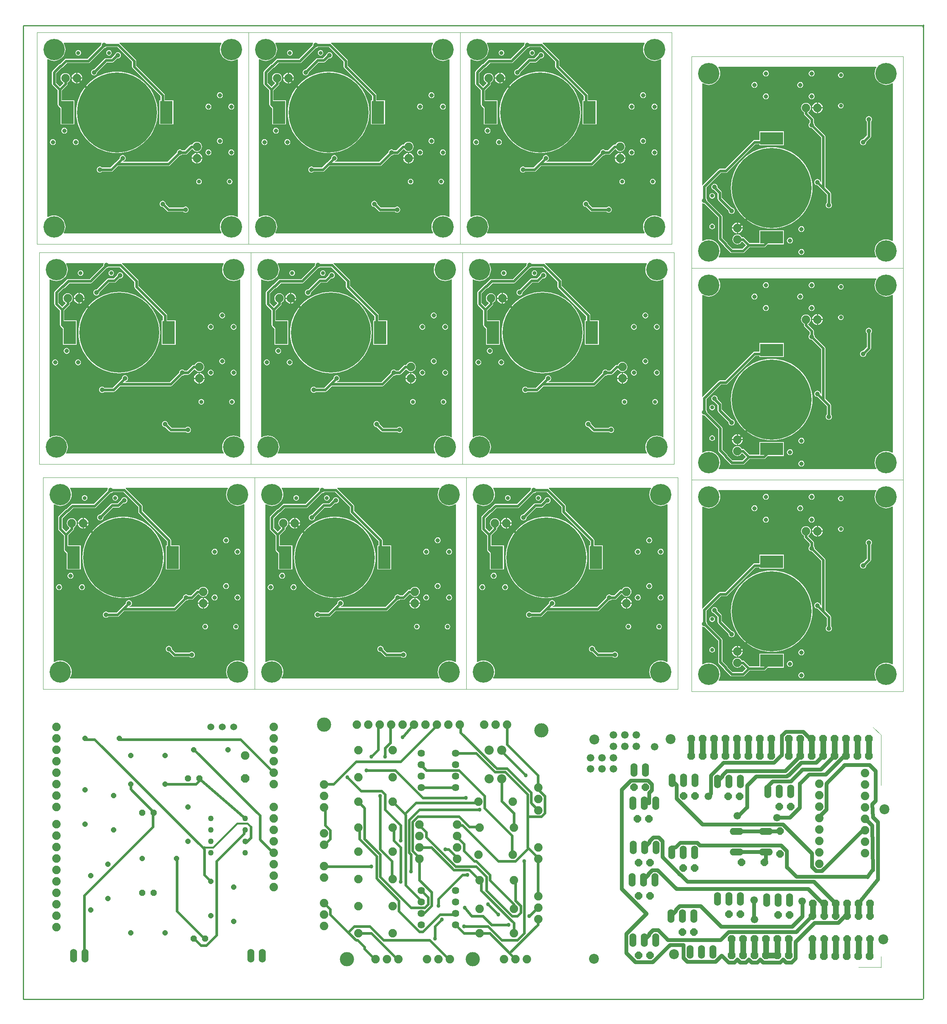
<source format=gbl>
G04 Layer_Physical_Order=2*
G04 Layer_Color=16711680*
%FSLAX43Y43*%
%MOMM*%
G71*
G01*
G75*
%ADD28C,0.610*%
%ADD29C,0.406*%
%ADD31C,0.254*%
%ADD32C,0.813*%
%ADD33C,1.270*%
%ADD41C,0.000*%
%ADD42C,1.880*%
%ADD43C,0.900*%
%ADD44C,0.975*%
%ADD45C,4.750*%
%ADD46C,1.676*%
%ADD47O,1.524X3.048*%
%ADD48P,1.757X8X22.5*%
%ADD49P,1.757X8X112.5*%
%ADD50O,3.048X1.524*%
%ADD51P,1.863X8X112.5*%
%ADD52C,2.200*%
%ADD53C,1.626*%
%ADD54C,1.905*%
%ADD55C,2.032*%
%ADD56C,3.175*%
%ADD57P,1.278X8X292.5*%
%ADD58P,1.278X8X22.5*%
%ADD59C,1.524*%
%ADD60C,1.270*%
%ADD61P,1.491X8X22.5*%
%ADD62P,1.997X8X292.5*%
%ADD63C,1.056*%
%ADD65C,0.864*%
%ADD66R,2.790X5.080*%
G04:AMPARAMS|DCode=67|XSize=17.78mm|YSize=17.78mm|CornerRadius=8.89mm|HoleSize=0mm|Usage=FLASHONLY|Rotation=0.000|XOffset=0mm|YOffset=0mm|HoleType=Round|Shape=RoundedRectangle|*
%AMROUNDEDRECTD67*
21,1,17.780,0.000,0,0,0.0*
21,1,0.000,17.780,0,0,0.0*
1,1,17.780,0.000,0.000*
1,1,17.780,0.000,0.000*
1,1,17.780,0.000,0.000*
1,1,17.780,0.000,0.000*
%
%ADD67ROUNDEDRECTD67*%
%ADD68R,5.080X2.790*%
G04:AMPARAMS|DCode=69|XSize=17.78mm|YSize=17.78mm|CornerRadius=8.89mm|HoleSize=0mm|Usage=FLASHONLY|Rotation=90.000|XOffset=0mm|YOffset=0mm|HoleType=Round|Shape=RoundedRectangle|*
%AMROUNDEDRECTD69*
21,1,17.780,0.000,0,0,90.0*
21,1,0.000,17.780,0,0,90.0*
1,1,17.780,0.000,0.000*
1,1,17.780,0.000,0.000*
1,1,17.780,0.000,0.000*
1,1,17.780,0.000,0.000*
%
%ADD69ROUNDEDRECTD69*%
G36*
X995312Y715086D02*
X995112Y714712D01*
X994967Y714235D01*
X994918Y713740D01*
X994967Y713245D01*
X995112Y712768D01*
X995346Y712329D01*
X995662Y711944D01*
X996047Y711628D01*
X996486Y711394D01*
X996963Y711249D01*
X997458Y711201D01*
X997953Y711249D01*
X998430Y711394D01*
X998804Y711594D01*
X998931Y711519D01*
Y679450D01*
Y676591D01*
X998804Y676516D01*
X998430Y676716D01*
X997953Y676861D01*
X997458Y676910D01*
X996963Y676861D01*
X996486Y676716D01*
X996047Y676482D01*
X995662Y676166D01*
X995346Y675781D01*
X995112Y675342D01*
X994967Y674865D01*
X994918Y674370D01*
X994967Y673875D01*
X995112Y673398D01*
X995312Y673024D01*
X995237Y672897D01*
X960309D01*
X960234Y673024D01*
X960434Y673398D01*
X960579Y673875D01*
X960628Y674370D01*
X960579Y674865D01*
X960434Y675342D01*
X960200Y675781D01*
X959884Y676166D01*
X959499Y676482D01*
X959060Y676716D01*
X958583Y676861D01*
X958088Y676910D01*
X957593Y676861D01*
X957116Y676716D01*
X956742Y676516D01*
X956615Y676591D01*
Y708660D01*
Y711200D01*
Y711463D01*
X956622Y711514D01*
X956759Y711585D01*
X957116Y711394D01*
X957593Y711249D01*
X958088Y711201D01*
X958583Y711249D01*
X959060Y711394D01*
X959499Y711628D01*
X959884Y711944D01*
X960200Y712329D01*
X960434Y712768D01*
X960579Y713245D01*
X960628Y713740D01*
X960579Y714235D01*
X960434Y714712D01*
X960243Y715069D01*
X960314Y715206D01*
X960365Y715213D01*
X968596D01*
X968653Y715099D01*
X968637Y715079D01*
X968568Y714913D01*
X968545Y714736D01*
X968550Y714701D01*
X965515Y711666D01*
X960775D01*
X960596Y711631D01*
X960445Y711530D01*
X959414Y710499D01*
X959294Y710475D01*
X959143Y710374D01*
X957758Y708990D01*
X957657Y708838D01*
X957622Y708660D01*
Y706120D01*
X957657Y705942D01*
X957758Y705790D01*
X958892Y704657D01*
Y701480D01*
X958927Y701302D01*
X959028Y701150D01*
X959521Y700658D01*
Y697078D01*
X962615D01*
Y702462D01*
X959824D01*
Y704657D01*
X960958Y705790D01*
X961059Y705942D01*
X961094Y706120D01*
Y706401D01*
X961179Y706436D01*
X961407Y706611D01*
X961582Y706839D01*
X961692Y707105D01*
X961730Y707390D01*
X961692Y707675D01*
X961582Y707941D01*
X961407Y708169D01*
X961179Y708344D01*
X960913Y708454D01*
X960628Y708492D01*
X960343Y708454D01*
X960077Y708344D01*
X959849Y708169D01*
X959674Y707941D01*
X959564Y707675D01*
X959526Y707390D01*
X959564Y707105D01*
X959674Y706839D01*
X959849Y706611D01*
X960077Y706436D01*
X960115Y706420D01*
X960132Y706284D01*
X959358Y705509D01*
X958554Y706313D01*
Y708467D01*
X959677Y709590D01*
X959797Y709614D01*
X959948Y709715D01*
X960968Y710734D01*
X965708D01*
X965886Y710769D01*
X966038Y710870D01*
X969218Y714051D01*
X969232Y714049D01*
X969409Y714073D01*
X969575Y714141D01*
X969717Y714250D01*
X969732Y714270D01*
X972139D01*
X975402Y711007D01*
Y709930D01*
X975437Y709752D01*
X975538Y709600D01*
X981752Y703387D01*
Y702462D01*
X981501D01*
Y697078D01*
X984595D01*
Y702462D01*
X982684D01*
Y703580D01*
X982649Y703758D01*
X982548Y703910D01*
X976334Y710123D01*
Y711200D01*
X976299Y711378D01*
X976198Y711530D01*
X972662Y715065D01*
X972631Y715086D01*
X972669Y715213D01*
X995237D01*
X995312Y715086D01*
D02*
G37*
G36*
X1046239Y664667D02*
X1046039Y664293D01*
X1045894Y663816D01*
X1045845Y663321D01*
X1045894Y662826D01*
X1046039Y662349D01*
X1046273Y661910D01*
X1046589Y661525D01*
X1046974Y661209D01*
X1047413Y660975D01*
X1047890Y660830D01*
X1048385Y660781D01*
X1048880Y660830D01*
X1049357Y660975D01*
X1049731Y661175D01*
X1049858Y661100D01*
Y626172D01*
X1049731Y626097D01*
X1049357Y626297D01*
X1048880Y626442D01*
X1048385Y626491D01*
X1047890Y626442D01*
X1047413Y626297D01*
X1046974Y626063D01*
X1046589Y625747D01*
X1046273Y625362D01*
X1046039Y624923D01*
X1045894Y624446D01*
X1045845Y623951D01*
X1045894Y623456D01*
X1046039Y622979D01*
X1046239Y622605D01*
X1046164Y622478D01*
X1011292D01*
X1011241Y622485D01*
X1011170Y622622D01*
X1011361Y622979D01*
X1011506Y623456D01*
X1011555Y623951D01*
X1011506Y624446D01*
X1011361Y624923D01*
X1011127Y625362D01*
X1010811Y625747D01*
X1010426Y626063D01*
X1009987Y626297D01*
X1009510Y626442D01*
X1009015Y626491D01*
X1008520Y626442D01*
X1008043Y626297D01*
X1007686Y626106D01*
X1007549Y626177D01*
X1007542Y626228D01*
Y634459D01*
X1007656Y634516D01*
X1007676Y634500D01*
X1007842Y634431D01*
X1008019Y634408D01*
X1008054Y634413D01*
X1011089Y631378D01*
Y626638D01*
X1011124Y626459D01*
X1011225Y626308D01*
X1012256Y625277D01*
X1012280Y625157D01*
X1012381Y625006D01*
X1013765Y623621D01*
X1013917Y623520D01*
X1014095Y623485D01*
X1016635D01*
X1016813Y623520D01*
X1016965Y623621D01*
X1018098Y624755D01*
X1021275D01*
X1021453Y624790D01*
X1021605Y624891D01*
X1022097Y625384D01*
X1025677D01*
Y628478D01*
X1020293D01*
Y625687D01*
X1018098D01*
X1016965Y626821D01*
X1016813Y626922D01*
X1016635Y626957D01*
X1016354D01*
X1016319Y627042D01*
X1016144Y627270D01*
X1015916Y627445D01*
X1015650Y627555D01*
X1015365Y627593D01*
X1015080Y627555D01*
X1014814Y627445D01*
X1014586Y627270D01*
X1014411Y627042D01*
X1014301Y626776D01*
X1014263Y626491D01*
X1014301Y626206D01*
X1014411Y625940D01*
X1014586Y625712D01*
X1014814Y625537D01*
X1015080Y625427D01*
X1015365Y625389D01*
X1015650Y625427D01*
X1015916Y625537D01*
X1016144Y625712D01*
X1016319Y625940D01*
X1016335Y625978D01*
X1016471Y625995D01*
X1017246Y625221D01*
X1016442Y624417D01*
X1014288D01*
X1013165Y625540D01*
X1013141Y625660D01*
X1013040Y625811D01*
X1012021Y626831D01*
Y631571D01*
X1011986Y631749D01*
X1011885Y631901D01*
X1008704Y635081D01*
X1008706Y635094D01*
X1008682Y635272D01*
X1008614Y635438D01*
X1008505Y635580D01*
X1008485Y635595D01*
Y638002D01*
X1011748Y641265D01*
X1012825D01*
X1013003Y641300D01*
X1013155Y641401D01*
X1019368Y647615D01*
X1020293D01*
Y647364D01*
X1025677D01*
Y650458D01*
X1020293D01*
Y648547D01*
X1019175D01*
X1018997Y648512D01*
X1018845Y648411D01*
X1012632Y642197D01*
X1011555D01*
X1011377Y642162D01*
X1011225Y642061D01*
X1007690Y638525D01*
X1007669Y638494D01*
X1007542Y638532D01*
Y661100D01*
X1007669Y661175D01*
X1008043Y660975D01*
X1008520Y660830D01*
X1009015Y660781D01*
X1009510Y660830D01*
X1009987Y660975D01*
X1010426Y661209D01*
X1010811Y661525D01*
X1011127Y661910D01*
X1011361Y662349D01*
X1011506Y662826D01*
X1011555Y663321D01*
X1011506Y663816D01*
X1011361Y664293D01*
X1011161Y664667D01*
X1011236Y664794D01*
X1046164D01*
X1046239Y664667D01*
D02*
G37*
G36*
X901332Y715086D02*
X901132Y714712D01*
X900987Y714235D01*
X900938Y713740D01*
X900987Y713245D01*
X901132Y712768D01*
X901366Y712329D01*
X901682Y711944D01*
X902067Y711628D01*
X902506Y711394D01*
X902983Y711249D01*
X903478Y711201D01*
X903973Y711249D01*
X904450Y711394D01*
X904824Y711594D01*
X904951Y711519D01*
Y679450D01*
Y676591D01*
X904824Y676516D01*
X904450Y676716D01*
X903973Y676861D01*
X903478Y676910D01*
X902983Y676861D01*
X902506Y676716D01*
X902067Y676482D01*
X901682Y676166D01*
X901366Y675781D01*
X901132Y675342D01*
X900987Y674865D01*
X900938Y674370D01*
X900987Y673875D01*
X901132Y673398D01*
X901332Y673024D01*
X901257Y672897D01*
X866329D01*
X866254Y673024D01*
X866454Y673398D01*
X866599Y673875D01*
X866648Y674370D01*
X866599Y674865D01*
X866454Y675342D01*
X866220Y675781D01*
X865904Y676166D01*
X865519Y676482D01*
X865080Y676716D01*
X864603Y676861D01*
X864108Y676910D01*
X863613Y676861D01*
X863136Y676716D01*
X862762Y676516D01*
X862635Y676591D01*
Y708660D01*
Y711200D01*
Y711463D01*
X862642Y711514D01*
X862779Y711585D01*
X863136Y711394D01*
X863613Y711249D01*
X864108Y711201D01*
X864603Y711249D01*
X865080Y711394D01*
X865519Y711628D01*
X865904Y711944D01*
X866220Y712329D01*
X866454Y712768D01*
X866599Y713245D01*
X866648Y713740D01*
X866599Y714235D01*
X866454Y714712D01*
X866263Y715069D01*
X866334Y715206D01*
X866385Y715213D01*
X874616D01*
X874673Y715099D01*
X874657Y715079D01*
X874588Y714913D01*
X874565Y714736D01*
X874570Y714701D01*
X871535Y711666D01*
X866795D01*
X866616Y711631D01*
X866465Y711530D01*
X865434Y710499D01*
X865314Y710475D01*
X865163Y710374D01*
X863778Y708990D01*
X863677Y708838D01*
X863642Y708660D01*
Y706120D01*
X863677Y705942D01*
X863778Y705790D01*
X864912Y704657D01*
Y701480D01*
X864947Y701302D01*
X865048Y701150D01*
X865541Y700658D01*
Y697078D01*
X868635D01*
Y702462D01*
X865844D01*
Y704657D01*
X866978Y705790D01*
X867079Y705942D01*
X867114Y706120D01*
Y706401D01*
X867199Y706436D01*
X867427Y706611D01*
X867602Y706839D01*
X867712Y707105D01*
X867750Y707390D01*
X867712Y707675D01*
X867602Y707941D01*
X867427Y708169D01*
X867199Y708344D01*
X866933Y708454D01*
X866648Y708492D01*
X866363Y708454D01*
X866097Y708344D01*
X865869Y708169D01*
X865694Y707941D01*
X865584Y707675D01*
X865546Y707390D01*
X865584Y707105D01*
X865694Y706839D01*
X865869Y706611D01*
X866097Y706436D01*
X866135Y706420D01*
X866152Y706284D01*
X865378Y705509D01*
X864574Y706313D01*
Y708467D01*
X865697Y709590D01*
X865817Y709614D01*
X865969Y709715D01*
X866988Y710734D01*
X871728D01*
X871906Y710769D01*
X872058Y710870D01*
X875238Y714051D01*
X875251Y714049D01*
X875429Y714073D01*
X875595Y714141D01*
X875737Y714250D01*
X875752Y714270D01*
X878159D01*
X881422Y711007D01*
Y709930D01*
X881457Y709752D01*
X881558Y709600D01*
X887772Y703387D01*
Y702462D01*
X887521D01*
Y697078D01*
X890615D01*
Y702462D01*
X888704D01*
Y703580D01*
X888669Y703758D01*
X888568Y703910D01*
X882354Y710123D01*
Y711200D01*
X882319Y711378D01*
X882218Y711530D01*
X878682Y715065D01*
X878651Y715086D01*
X878689Y715213D01*
X901257D01*
X901332Y715086D01*
D02*
G37*
G36*
X948322D02*
X948122Y714712D01*
X947977Y714235D01*
X947928Y713740D01*
X947977Y713245D01*
X948122Y712768D01*
X948356Y712329D01*
X948672Y711944D01*
X949057Y711628D01*
X949496Y711394D01*
X949973Y711249D01*
X950468Y711201D01*
X950963Y711249D01*
X951440Y711394D01*
X951814Y711594D01*
X951941Y711519D01*
Y679450D01*
Y676591D01*
X951814Y676516D01*
X951440Y676716D01*
X950963Y676861D01*
X950468Y676910D01*
X949973Y676861D01*
X949496Y676716D01*
X949057Y676482D01*
X948672Y676166D01*
X948356Y675781D01*
X948122Y675342D01*
X947977Y674865D01*
X947928Y674370D01*
X947977Y673875D01*
X948122Y673398D01*
X948322Y673024D01*
X948247Y672897D01*
X913319D01*
X913244Y673024D01*
X913444Y673398D01*
X913589Y673875D01*
X913638Y674370D01*
X913589Y674865D01*
X913444Y675342D01*
X913210Y675781D01*
X912894Y676166D01*
X912509Y676482D01*
X912070Y676716D01*
X911593Y676861D01*
X911098Y676910D01*
X910603Y676861D01*
X910126Y676716D01*
X909752Y676516D01*
X909625Y676591D01*
Y708660D01*
Y711200D01*
Y711463D01*
X909632Y711514D01*
X909769Y711585D01*
X910126Y711394D01*
X910603Y711249D01*
X911098Y711201D01*
X911593Y711249D01*
X912070Y711394D01*
X912509Y711628D01*
X912894Y711944D01*
X913210Y712329D01*
X913444Y712768D01*
X913589Y713245D01*
X913638Y713740D01*
X913589Y714235D01*
X913444Y714712D01*
X913253Y715069D01*
X913324Y715206D01*
X913375Y715213D01*
X921606D01*
X921663Y715099D01*
X921647Y715079D01*
X921578Y714913D01*
X921555Y714736D01*
X921560Y714701D01*
X918525Y711666D01*
X913785D01*
X913606Y711631D01*
X913455Y711530D01*
X912424Y710499D01*
X912304Y710475D01*
X912153Y710374D01*
X910768Y708990D01*
X910667Y708838D01*
X910632Y708660D01*
Y706120D01*
X910667Y705942D01*
X910768Y705790D01*
X911902Y704657D01*
Y701480D01*
X911937Y701302D01*
X912038Y701150D01*
X912531Y700658D01*
Y697078D01*
X915625D01*
Y702462D01*
X912834D01*
Y704657D01*
X913968Y705790D01*
X914069Y705942D01*
X914104Y706120D01*
Y706401D01*
X914189Y706436D01*
X914417Y706611D01*
X914592Y706839D01*
X914702Y707105D01*
X914740Y707390D01*
X914702Y707675D01*
X914592Y707941D01*
X914417Y708169D01*
X914189Y708344D01*
X913923Y708454D01*
X913638Y708492D01*
X913353Y708454D01*
X913087Y708344D01*
X912859Y708169D01*
X912684Y707941D01*
X912574Y707675D01*
X912536Y707390D01*
X912574Y707105D01*
X912684Y706839D01*
X912859Y706611D01*
X913087Y706436D01*
X913125Y706420D01*
X913142Y706284D01*
X912368Y705509D01*
X911564Y706313D01*
Y708467D01*
X912687Y709590D01*
X912807Y709614D01*
X912958Y709715D01*
X913978Y710734D01*
X918718D01*
X918896Y710769D01*
X919048Y710870D01*
X922228Y714051D01*
X922242Y714049D01*
X922419Y714073D01*
X922585Y714141D01*
X922727Y714250D01*
X922742Y714270D01*
X925149D01*
X928412Y711007D01*
Y709930D01*
X928447Y709752D01*
X928548Y709600D01*
X934762Y703387D01*
Y702462D01*
X934511D01*
Y697078D01*
X937605D01*
Y702462D01*
X935694D01*
Y703580D01*
X935659Y703758D01*
X935558Y703910D01*
X929344Y710123D01*
Y711200D01*
X929309Y711378D01*
X929208Y711530D01*
X925672Y715065D01*
X925641Y715086D01*
X925679Y715213D01*
X948247D01*
X948322Y715086D01*
D02*
G37*
G36*
X1046239Y758647D02*
X1046039Y758273D01*
X1045894Y757796D01*
X1045845Y757301D01*
X1045894Y756806D01*
X1046039Y756329D01*
X1046273Y755890D01*
X1046589Y755505D01*
X1046974Y755189D01*
X1047413Y754955D01*
X1047890Y754810D01*
X1048385Y754761D01*
X1048880Y754810D01*
X1049357Y754955D01*
X1049731Y755155D01*
X1049858Y755080D01*
Y720152D01*
X1049731Y720077D01*
X1049357Y720277D01*
X1048880Y720422D01*
X1048385Y720471D01*
X1047890Y720422D01*
X1047413Y720277D01*
X1046974Y720043D01*
X1046589Y719727D01*
X1046273Y719342D01*
X1046039Y718903D01*
X1045894Y718426D01*
X1045845Y717931D01*
X1045894Y717436D01*
X1046039Y716959D01*
X1046239Y716585D01*
X1046164Y716458D01*
X1011292D01*
X1011241Y716465D01*
X1011170Y716602D01*
X1011361Y716959D01*
X1011506Y717436D01*
X1011555Y717931D01*
X1011506Y718426D01*
X1011361Y718903D01*
X1011127Y719342D01*
X1010811Y719727D01*
X1010426Y720043D01*
X1009987Y720277D01*
X1009510Y720422D01*
X1009015Y720471D01*
X1008520Y720422D01*
X1008043Y720277D01*
X1007686Y720086D01*
X1007549Y720157D01*
X1007542Y720208D01*
Y728439D01*
X1007656Y728496D01*
X1007676Y728480D01*
X1007842Y728411D01*
X1008019Y728388D01*
X1008054Y728393D01*
X1011089Y725358D01*
Y720618D01*
X1011124Y720439D01*
X1011225Y720288D01*
X1012256Y719257D01*
X1012280Y719137D01*
X1012381Y718986D01*
X1013765Y717601D01*
X1013917Y717500D01*
X1014095Y717465D01*
X1016635D01*
X1016813Y717500D01*
X1016965Y717601D01*
X1018098Y718735D01*
X1021275D01*
X1021453Y718770D01*
X1021605Y718871D01*
X1022097Y719364D01*
X1025677D01*
Y722458D01*
X1020293D01*
Y719667D01*
X1018098D01*
X1016965Y720801D01*
X1016813Y720902D01*
X1016635Y720937D01*
X1016354D01*
X1016319Y721022D01*
X1016144Y721250D01*
X1015916Y721425D01*
X1015650Y721535D01*
X1015365Y721573D01*
X1015080Y721535D01*
X1014814Y721425D01*
X1014586Y721250D01*
X1014411Y721022D01*
X1014301Y720756D01*
X1014263Y720471D01*
X1014301Y720186D01*
X1014411Y719920D01*
X1014586Y719692D01*
X1014814Y719517D01*
X1015080Y719407D01*
X1015365Y719369D01*
X1015650Y719407D01*
X1015916Y719517D01*
X1016144Y719692D01*
X1016319Y719920D01*
X1016335Y719958D01*
X1016471Y719975D01*
X1017246Y719201D01*
X1016442Y718397D01*
X1014288D01*
X1013165Y719520D01*
X1013141Y719640D01*
X1013040Y719792D01*
X1012021Y720811D01*
Y725551D01*
X1011986Y725729D01*
X1011885Y725881D01*
X1008704Y729061D01*
X1008706Y729074D01*
X1008682Y729252D01*
X1008614Y729418D01*
X1008505Y729560D01*
X1008485Y729575D01*
Y731982D01*
X1011748Y735245D01*
X1012825D01*
X1013003Y735280D01*
X1013155Y735381D01*
X1019368Y741595D01*
X1020293D01*
Y741344D01*
X1025677D01*
Y744438D01*
X1020293D01*
Y742527D01*
X1019175D01*
X1018997Y742492D01*
X1018845Y742391D01*
X1012632Y736177D01*
X1011555D01*
X1011377Y736142D01*
X1011225Y736041D01*
X1007690Y732505D01*
X1007669Y732474D01*
X1007542Y732512D01*
Y755080D01*
X1007669Y755155D01*
X1008043Y754955D01*
X1008520Y754810D01*
X1009015Y754761D01*
X1009510Y754810D01*
X1009987Y754955D01*
X1010426Y755189D01*
X1010811Y755505D01*
X1011127Y755890D01*
X1011361Y756329D01*
X1011506Y756806D01*
X1011555Y757301D01*
X1011506Y757796D01*
X1011361Y758273D01*
X1011161Y758647D01*
X1011236Y758774D01*
X1046164D01*
X1046239Y758647D01*
D02*
G37*
G36*
X902221Y665175D02*
X902021Y664801D01*
X901876Y664324D01*
X901827Y663829D01*
X901876Y663334D01*
X902021Y662857D01*
X902255Y662418D01*
X902571Y662033D01*
X902956Y661717D01*
X903395Y661483D01*
X903872Y661338D01*
X904367Y661289D01*
X904862Y661338D01*
X905339Y661483D01*
X905713Y661683D01*
X905840Y661608D01*
Y629539D01*
Y626680D01*
X905713Y626605D01*
X905339Y626805D01*
X904862Y626950D01*
X904367Y626999D01*
X903872Y626950D01*
X903395Y626805D01*
X902956Y626571D01*
X902571Y626255D01*
X902255Y625870D01*
X902021Y625431D01*
X901876Y624954D01*
X901827Y624459D01*
X901876Y623964D01*
X902021Y623487D01*
X902221Y623113D01*
X902146Y622986D01*
X867218D01*
X867143Y623113D01*
X867343Y623487D01*
X867488Y623964D01*
X867537Y624459D01*
X867488Y624954D01*
X867343Y625431D01*
X867109Y625870D01*
X866793Y626255D01*
X866408Y626571D01*
X865969Y626805D01*
X865492Y626950D01*
X864997Y626999D01*
X864502Y626950D01*
X864025Y626805D01*
X863651Y626605D01*
X863524Y626680D01*
Y658749D01*
Y661289D01*
Y661552D01*
X863531Y661603D01*
X863668Y661674D01*
X864025Y661483D01*
X864502Y661338D01*
X864997Y661289D01*
X865492Y661338D01*
X865969Y661483D01*
X866408Y661717D01*
X866793Y662033D01*
X867109Y662418D01*
X867343Y662857D01*
X867488Y663334D01*
X867537Y663829D01*
X867488Y664324D01*
X867343Y664801D01*
X867152Y665158D01*
X867223Y665295D01*
X867274Y665302D01*
X875505D01*
X875562Y665188D01*
X875546Y665168D01*
X875477Y665002D01*
X875454Y664825D01*
X875459Y664790D01*
X872424Y661755D01*
X867684D01*
X867505Y661720D01*
X867354Y661619D01*
X866323Y660588D01*
X866203Y660564D01*
X866052Y660463D01*
X864667Y659079D01*
X864566Y658927D01*
X864531Y658749D01*
Y656209D01*
X864566Y656031D01*
X864667Y655879D01*
X865801Y654746D01*
Y651569D01*
X865836Y651391D01*
X865937Y651239D01*
X866430Y650747D01*
Y647167D01*
X869524D01*
Y652551D01*
X866733D01*
Y654746D01*
X867867Y655879D01*
X867968Y656031D01*
X868003Y656209D01*
Y656490D01*
X868088Y656525D01*
X868316Y656700D01*
X868491Y656928D01*
X868601Y657194D01*
X868639Y657479D01*
X868601Y657764D01*
X868491Y658030D01*
X868316Y658258D01*
X868088Y658433D01*
X867822Y658543D01*
X867537Y658581D01*
X867252Y658543D01*
X866986Y658433D01*
X866758Y658258D01*
X866583Y658030D01*
X866473Y657764D01*
X866435Y657479D01*
X866473Y657194D01*
X866583Y656928D01*
X866758Y656700D01*
X866986Y656525D01*
X867024Y656509D01*
X867041Y656373D01*
X866267Y655598D01*
X865463Y656402D01*
Y658556D01*
X866586Y659679D01*
X866706Y659703D01*
X866857Y659804D01*
X867877Y660823D01*
X872617D01*
X872795Y660858D01*
X872947Y660959D01*
X876127Y664140D01*
X876141Y664138D01*
X876318Y664162D01*
X876484Y664230D01*
X876626Y664339D01*
X876641Y664359D01*
X879048D01*
X882311Y661096D01*
Y660019D01*
X882346Y659841D01*
X882447Y659689D01*
X888661Y653476D01*
Y652551D01*
X888410D01*
Y647167D01*
X891504D01*
Y652551D01*
X889593D01*
Y653669D01*
X889558Y653847D01*
X889457Y653999D01*
X883243Y660212D01*
Y661289D01*
X883208Y661467D01*
X883107Y661619D01*
X879571Y665154D01*
X879540Y665175D01*
X879578Y665302D01*
X902146D01*
X902221Y665175D01*
D02*
G37*
G36*
X996201D02*
X996001Y664801D01*
X995856Y664324D01*
X995807Y663829D01*
X995856Y663334D01*
X996001Y662857D01*
X996235Y662418D01*
X996551Y662033D01*
X996936Y661717D01*
X997375Y661483D01*
X997852Y661338D01*
X998347Y661289D01*
X998842Y661338D01*
X999319Y661483D01*
X999693Y661683D01*
X999820Y661608D01*
Y629539D01*
Y626680D01*
X999693Y626605D01*
X999319Y626805D01*
X998842Y626950D01*
X998347Y626999D01*
X997852Y626950D01*
X997375Y626805D01*
X996936Y626571D01*
X996551Y626255D01*
X996235Y625870D01*
X996001Y625431D01*
X995856Y624954D01*
X995807Y624459D01*
X995856Y623964D01*
X996001Y623487D01*
X996201Y623113D01*
X996126Y622986D01*
X961198D01*
X961123Y623113D01*
X961323Y623487D01*
X961468Y623964D01*
X961517Y624459D01*
X961468Y624954D01*
X961323Y625431D01*
X961089Y625870D01*
X960773Y626255D01*
X960388Y626571D01*
X959949Y626805D01*
X959472Y626950D01*
X958977Y626999D01*
X958482Y626950D01*
X958005Y626805D01*
X957631Y626605D01*
X957504Y626680D01*
Y658749D01*
Y661289D01*
Y661552D01*
X957511Y661603D01*
X957648Y661674D01*
X958005Y661483D01*
X958482Y661338D01*
X958977Y661289D01*
X959472Y661338D01*
X959949Y661483D01*
X960388Y661717D01*
X960773Y662033D01*
X961089Y662418D01*
X961323Y662857D01*
X961468Y663334D01*
X961517Y663829D01*
X961468Y664324D01*
X961323Y664801D01*
X961132Y665158D01*
X961203Y665295D01*
X961254Y665302D01*
X969485D01*
X969542Y665188D01*
X969526Y665168D01*
X969457Y665002D01*
X969434Y664825D01*
X969439Y664790D01*
X966404Y661755D01*
X961664D01*
X961485Y661720D01*
X961334Y661619D01*
X960303Y660588D01*
X960183Y660564D01*
X960032Y660463D01*
X958647Y659079D01*
X958546Y658927D01*
X958511Y658749D01*
Y656209D01*
X958546Y656031D01*
X958647Y655879D01*
X959781Y654746D01*
Y651569D01*
X959816Y651391D01*
X959917Y651239D01*
X960410Y650747D01*
Y647167D01*
X963504D01*
Y652551D01*
X960713D01*
Y654746D01*
X961847Y655879D01*
X961948Y656031D01*
X961983Y656209D01*
Y656490D01*
X962068Y656525D01*
X962296Y656700D01*
X962471Y656928D01*
X962581Y657194D01*
X962619Y657479D01*
X962581Y657764D01*
X962471Y658030D01*
X962296Y658258D01*
X962068Y658433D01*
X961802Y658543D01*
X961517Y658581D01*
X961232Y658543D01*
X960966Y658433D01*
X960738Y658258D01*
X960563Y658030D01*
X960453Y657764D01*
X960415Y657479D01*
X960453Y657194D01*
X960563Y656928D01*
X960738Y656700D01*
X960966Y656525D01*
X961004Y656509D01*
X961021Y656373D01*
X960247Y655598D01*
X959443Y656402D01*
Y658556D01*
X960566Y659679D01*
X960686Y659703D01*
X960837Y659804D01*
X961857Y660823D01*
X966597D01*
X966775Y660858D01*
X966927Y660959D01*
X970107Y664140D01*
X970120Y664138D01*
X970298Y664162D01*
X970464Y664230D01*
X970606Y664339D01*
X970621Y664359D01*
X973028D01*
X976291Y661096D01*
Y660019D01*
X976326Y659841D01*
X976427Y659689D01*
X982641Y653476D01*
Y652551D01*
X982390D01*
Y647167D01*
X985484D01*
Y652551D01*
X983573D01*
Y653669D01*
X983538Y653847D01*
X983437Y653999D01*
X977223Y660212D01*
Y661289D01*
X977188Y661467D01*
X977087Y661619D01*
X973551Y665154D01*
X973520Y665175D01*
X973558Y665302D01*
X996126D01*
X996201Y665175D01*
D02*
G37*
G36*
X949211D02*
X949011Y664801D01*
X948866Y664324D01*
X948817Y663829D01*
X948866Y663334D01*
X949011Y662857D01*
X949245Y662418D01*
X949561Y662033D01*
X949946Y661717D01*
X950385Y661483D01*
X950862Y661338D01*
X951357Y661289D01*
X951852Y661338D01*
X952329Y661483D01*
X952703Y661683D01*
X952830Y661608D01*
Y629539D01*
Y626680D01*
X952703Y626605D01*
X952329Y626805D01*
X951852Y626950D01*
X951357Y626999D01*
X950862Y626950D01*
X950385Y626805D01*
X949946Y626571D01*
X949561Y626255D01*
X949245Y625870D01*
X949011Y625431D01*
X948866Y624954D01*
X948817Y624459D01*
X948866Y623964D01*
X949011Y623487D01*
X949211Y623113D01*
X949136Y622986D01*
X914208D01*
X914133Y623113D01*
X914333Y623487D01*
X914478Y623964D01*
X914527Y624459D01*
X914478Y624954D01*
X914333Y625431D01*
X914099Y625870D01*
X913783Y626255D01*
X913398Y626571D01*
X912959Y626805D01*
X912482Y626950D01*
X911987Y626999D01*
X911492Y626950D01*
X911015Y626805D01*
X910641Y626605D01*
X910514Y626680D01*
Y658749D01*
Y661289D01*
Y661552D01*
X910521Y661603D01*
X910658Y661674D01*
X911015Y661483D01*
X911492Y661338D01*
X911987Y661289D01*
X912482Y661338D01*
X912959Y661483D01*
X913398Y661717D01*
X913783Y662033D01*
X914099Y662418D01*
X914333Y662857D01*
X914478Y663334D01*
X914527Y663829D01*
X914478Y664324D01*
X914333Y664801D01*
X914142Y665158D01*
X914213Y665295D01*
X914264Y665302D01*
X922495D01*
X922552Y665188D01*
X922536Y665168D01*
X922467Y665002D01*
X922444Y664825D01*
X922449Y664790D01*
X919414Y661755D01*
X914674D01*
X914495Y661720D01*
X914344Y661619D01*
X913313Y660588D01*
X913193Y660564D01*
X913042Y660463D01*
X911657Y659079D01*
X911556Y658927D01*
X911521Y658749D01*
Y656209D01*
X911556Y656031D01*
X911657Y655879D01*
X912791Y654746D01*
Y651569D01*
X912826Y651391D01*
X912927Y651239D01*
X913420Y650747D01*
Y647167D01*
X916514D01*
Y652551D01*
X913723D01*
Y654746D01*
X914857Y655879D01*
X914958Y656031D01*
X914993Y656209D01*
Y656490D01*
X915078Y656525D01*
X915306Y656700D01*
X915481Y656928D01*
X915591Y657194D01*
X915629Y657479D01*
X915591Y657764D01*
X915481Y658030D01*
X915306Y658258D01*
X915078Y658433D01*
X914812Y658543D01*
X914527Y658581D01*
X914242Y658543D01*
X913976Y658433D01*
X913748Y658258D01*
X913573Y658030D01*
X913463Y657764D01*
X913425Y657479D01*
X913463Y657194D01*
X913573Y656928D01*
X913748Y656700D01*
X913976Y656525D01*
X914014Y656509D01*
X914031Y656373D01*
X913257Y655598D01*
X912453Y656402D01*
Y658556D01*
X913576Y659679D01*
X913696Y659703D01*
X913847Y659804D01*
X914867Y660823D01*
X919607D01*
X919785Y660858D01*
X919937Y660959D01*
X923117Y664140D01*
X923130Y664138D01*
X923308Y664162D01*
X923474Y664230D01*
X923616Y664339D01*
X923631Y664359D01*
X926038D01*
X929301Y661096D01*
Y660019D01*
X929336Y659841D01*
X929437Y659689D01*
X935651Y653476D01*
Y652551D01*
X935400D01*
Y647167D01*
X938494D01*
Y652551D01*
X936583D01*
Y653669D01*
X936548Y653847D01*
X936447Y653999D01*
X930233Y660212D01*
Y661289D01*
X930198Y661467D01*
X930097Y661619D01*
X926561Y665154D01*
X926530Y665175D01*
X926568Y665302D01*
X949136D01*
X949211Y665175D01*
D02*
G37*
G36*
X900824Y763981D02*
X900624Y763607D01*
X900479Y763130D01*
X900430Y762635D01*
X900479Y762140D01*
X900624Y761663D01*
X900858Y761224D01*
X901174Y760839D01*
X901559Y760523D01*
X901998Y760289D01*
X902475Y760144D01*
X902970Y760095D01*
X903465Y760144D01*
X903942Y760289D01*
X904316Y760489D01*
X904443Y760414D01*
Y728345D01*
Y725486D01*
X904316Y725411D01*
X903942Y725611D01*
X903465Y725756D01*
X902970Y725805D01*
X902475Y725756D01*
X901998Y725611D01*
X901559Y725377D01*
X901174Y725061D01*
X900858Y724676D01*
X900624Y724237D01*
X900479Y723760D01*
X900430Y723265D01*
X900479Y722770D01*
X900624Y722293D01*
X900824Y721919D01*
X900749Y721792D01*
X865821D01*
X865746Y721919D01*
X865946Y722293D01*
X866091Y722770D01*
X866140Y723265D01*
X866091Y723760D01*
X865946Y724237D01*
X865712Y724676D01*
X865396Y725061D01*
X865011Y725377D01*
X864572Y725611D01*
X864095Y725756D01*
X863600Y725805D01*
X863105Y725756D01*
X862628Y725611D01*
X862254Y725411D01*
X862127Y725486D01*
Y757555D01*
Y760095D01*
Y760358D01*
X862134Y760409D01*
X862271Y760480D01*
X862628Y760289D01*
X863105Y760144D01*
X863600Y760095D01*
X864095Y760144D01*
X864572Y760289D01*
X865011Y760523D01*
X865396Y760839D01*
X865712Y761224D01*
X865946Y761663D01*
X866091Y762140D01*
X866140Y762635D01*
X866091Y763130D01*
X865946Y763607D01*
X865755Y763964D01*
X865826Y764101D01*
X865877Y764108D01*
X874108D01*
X874165Y763994D01*
X874149Y763974D01*
X874080Y763808D01*
X874057Y763631D01*
X874062Y763596D01*
X871027Y760561D01*
X866287D01*
X866108Y760526D01*
X865957Y760425D01*
X864926Y759394D01*
X864806Y759370D01*
X864655Y759269D01*
X863270Y757885D01*
X863169Y757733D01*
X863134Y757555D01*
Y755015D01*
X863169Y754837D01*
X863270Y754685D01*
X864404Y753552D01*
Y750375D01*
X864439Y750197D01*
X864540Y750045D01*
X865033Y749553D01*
Y745973D01*
X868127D01*
Y751357D01*
X865336D01*
Y753552D01*
X866470Y754685D01*
X866571Y754837D01*
X866606Y755015D01*
Y755296D01*
X866691Y755331D01*
X866919Y755506D01*
X867094Y755734D01*
X867204Y756000D01*
X867242Y756285D01*
X867204Y756570D01*
X867094Y756836D01*
X866919Y757064D01*
X866691Y757239D01*
X866425Y757349D01*
X866140Y757387D01*
X865855Y757349D01*
X865589Y757239D01*
X865361Y757064D01*
X865186Y756836D01*
X865076Y756570D01*
X865038Y756285D01*
X865076Y756000D01*
X865186Y755734D01*
X865361Y755506D01*
X865589Y755331D01*
X865627Y755315D01*
X865644Y755179D01*
X864870Y754404D01*
X864066Y755208D01*
Y757362D01*
X865189Y758485D01*
X865309Y758509D01*
X865461Y758610D01*
X866480Y759629D01*
X871220D01*
X871398Y759664D01*
X871550Y759765D01*
X874730Y762946D01*
X874743Y762944D01*
X874921Y762968D01*
X875087Y763036D01*
X875229Y763145D01*
X875244Y763164D01*
X877651D01*
X880914Y759902D01*
Y758825D01*
X880949Y758647D01*
X881050Y758495D01*
X887264Y752282D01*
Y751357D01*
X887013D01*
Y745973D01*
X890107D01*
Y751357D01*
X888196D01*
Y752475D01*
X888161Y752653D01*
X888060Y752805D01*
X881846Y759018D01*
Y760095D01*
X881811Y760273D01*
X881710Y760425D01*
X878174Y763960D01*
X878143Y763981D01*
X878181Y764108D01*
X900749D01*
X900824Y763981D01*
D02*
G37*
G36*
X1046239Y711657D02*
X1046039Y711283D01*
X1045894Y710806D01*
X1045845Y710311D01*
X1045894Y709816D01*
X1046039Y709339D01*
X1046273Y708900D01*
X1046589Y708515D01*
X1046974Y708199D01*
X1047413Y707965D01*
X1047890Y707820D01*
X1048385Y707771D01*
X1048880Y707820D01*
X1049357Y707965D01*
X1049731Y708165D01*
X1049858Y708090D01*
Y673162D01*
X1049731Y673087D01*
X1049357Y673287D01*
X1048880Y673432D01*
X1048385Y673481D01*
X1047890Y673432D01*
X1047413Y673287D01*
X1046974Y673053D01*
X1046589Y672737D01*
X1046273Y672352D01*
X1046039Y671913D01*
X1045894Y671436D01*
X1045845Y670941D01*
X1045894Y670446D01*
X1046039Y669969D01*
X1046239Y669595D01*
X1046164Y669468D01*
X1011292D01*
X1011241Y669475D01*
X1011170Y669612D01*
X1011361Y669969D01*
X1011506Y670446D01*
X1011555Y670941D01*
X1011506Y671436D01*
X1011361Y671913D01*
X1011127Y672352D01*
X1010811Y672737D01*
X1010426Y673053D01*
X1009987Y673287D01*
X1009510Y673432D01*
X1009015Y673481D01*
X1008520Y673432D01*
X1008043Y673287D01*
X1007686Y673096D01*
X1007549Y673167D01*
X1007542Y673218D01*
Y681449D01*
X1007656Y681506D01*
X1007676Y681490D01*
X1007842Y681421D01*
X1008019Y681398D01*
X1008054Y681403D01*
X1011089Y678368D01*
Y673628D01*
X1011124Y673449D01*
X1011225Y673298D01*
X1012256Y672267D01*
X1012280Y672147D01*
X1012381Y671996D01*
X1013765Y670611D01*
X1013917Y670510D01*
X1014095Y670475D01*
X1016635D01*
X1016813Y670510D01*
X1016965Y670611D01*
X1018098Y671745D01*
X1021275D01*
X1021453Y671780D01*
X1021605Y671881D01*
X1022097Y672374D01*
X1025677D01*
Y675468D01*
X1020293D01*
Y672677D01*
X1018098D01*
X1016965Y673811D01*
X1016813Y673912D01*
X1016635Y673947D01*
X1016354D01*
X1016319Y674032D01*
X1016144Y674260D01*
X1015916Y674435D01*
X1015650Y674545D01*
X1015365Y674583D01*
X1015080Y674545D01*
X1014814Y674435D01*
X1014586Y674260D01*
X1014411Y674032D01*
X1014301Y673766D01*
X1014263Y673481D01*
X1014301Y673196D01*
X1014411Y672930D01*
X1014586Y672702D01*
X1014814Y672527D01*
X1015080Y672417D01*
X1015365Y672379D01*
X1015650Y672417D01*
X1015916Y672527D01*
X1016144Y672702D01*
X1016319Y672930D01*
X1016335Y672968D01*
X1016471Y672985D01*
X1017246Y672211D01*
X1016442Y671407D01*
X1014288D01*
X1013165Y672530D01*
X1013141Y672650D01*
X1013040Y672801D01*
X1012021Y673821D01*
Y678561D01*
X1011986Y678739D01*
X1011885Y678891D01*
X1008704Y682071D01*
X1008706Y682084D01*
X1008682Y682262D01*
X1008614Y682428D01*
X1008505Y682570D01*
X1008485Y682585D01*
Y684992D01*
X1011748Y688255D01*
X1012825D01*
X1013003Y688290D01*
X1013155Y688391D01*
X1019368Y694605D01*
X1020293D01*
Y694354D01*
X1025677D01*
Y697448D01*
X1020293D01*
Y695537D01*
X1019175D01*
X1018997Y695502D01*
X1018845Y695401D01*
X1012632Y689187D01*
X1011555D01*
X1011377Y689152D01*
X1011225Y689051D01*
X1007690Y685515D01*
X1007669Y685484D01*
X1007542Y685522D01*
Y708090D01*
X1007669Y708165D01*
X1008043Y707965D01*
X1008520Y707820D01*
X1009015Y707771D01*
X1009510Y707820D01*
X1009987Y707965D01*
X1010426Y708199D01*
X1010811Y708515D01*
X1011127Y708900D01*
X1011361Y709339D01*
X1011506Y709816D01*
X1011555Y710311D01*
X1011506Y710806D01*
X1011361Y711283D01*
X1011161Y711657D01*
X1011236Y711784D01*
X1046164D01*
X1046239Y711657D01*
D02*
G37*
G36*
X994804Y763981D02*
X994604Y763607D01*
X994459Y763130D01*
X994410Y762635D01*
X994459Y762140D01*
X994604Y761663D01*
X994838Y761224D01*
X995154Y760839D01*
X995539Y760523D01*
X995978Y760289D01*
X996455Y760144D01*
X996950Y760095D01*
X997445Y760144D01*
X997922Y760289D01*
X998296Y760489D01*
X998423Y760414D01*
Y728345D01*
Y725486D01*
X998296Y725411D01*
X997922Y725611D01*
X997445Y725756D01*
X996950Y725805D01*
X996455Y725756D01*
X995978Y725611D01*
X995539Y725377D01*
X995154Y725061D01*
X994838Y724676D01*
X994604Y724237D01*
X994459Y723760D01*
X994410Y723265D01*
X994459Y722770D01*
X994604Y722293D01*
X994804Y721919D01*
X994729Y721792D01*
X959801D01*
X959726Y721919D01*
X959926Y722293D01*
X960071Y722770D01*
X960120Y723265D01*
X960071Y723760D01*
X959926Y724237D01*
X959692Y724676D01*
X959376Y725061D01*
X958991Y725377D01*
X958552Y725611D01*
X958075Y725756D01*
X957580Y725805D01*
X957085Y725756D01*
X956608Y725611D01*
X956234Y725411D01*
X956107Y725486D01*
Y757555D01*
Y760095D01*
Y760358D01*
X956114Y760409D01*
X956251Y760480D01*
X956608Y760289D01*
X957085Y760144D01*
X957580Y760095D01*
X958075Y760144D01*
X958552Y760289D01*
X958991Y760523D01*
X959376Y760839D01*
X959692Y761224D01*
X959926Y761663D01*
X960071Y762140D01*
X960120Y762635D01*
X960071Y763130D01*
X959926Y763607D01*
X959735Y763964D01*
X959806Y764101D01*
X959857Y764108D01*
X968088D01*
X968145Y763994D01*
X968129Y763974D01*
X968060Y763808D01*
X968037Y763631D01*
X968042Y763596D01*
X965007Y760561D01*
X960267D01*
X960088Y760526D01*
X959937Y760425D01*
X958906Y759394D01*
X958786Y759370D01*
X958635Y759269D01*
X957250Y757885D01*
X957149Y757733D01*
X957114Y757555D01*
Y755015D01*
X957149Y754837D01*
X957250Y754685D01*
X958384Y753552D01*
Y750375D01*
X958419Y750197D01*
X958520Y750045D01*
X959013Y749553D01*
Y745973D01*
X962107D01*
Y751357D01*
X959316D01*
Y753552D01*
X960450Y754685D01*
X960551Y754837D01*
X960586Y755015D01*
Y755296D01*
X960671Y755331D01*
X960899Y755506D01*
X961074Y755734D01*
X961184Y756000D01*
X961222Y756285D01*
X961184Y756570D01*
X961074Y756836D01*
X960899Y757064D01*
X960671Y757239D01*
X960405Y757349D01*
X960120Y757387D01*
X959835Y757349D01*
X959569Y757239D01*
X959341Y757064D01*
X959166Y756836D01*
X959056Y756570D01*
X959018Y756285D01*
X959056Y756000D01*
X959166Y755734D01*
X959341Y755506D01*
X959569Y755331D01*
X959607Y755315D01*
X959624Y755179D01*
X958850Y754404D01*
X958046Y755208D01*
Y757362D01*
X959169Y758485D01*
X959289Y758509D01*
X959440Y758610D01*
X960460Y759629D01*
X965200D01*
X965378Y759664D01*
X965530Y759765D01*
X968710Y762946D01*
X968724Y762944D01*
X968901Y762968D01*
X969067Y763036D01*
X969209Y763145D01*
X969224Y763164D01*
X971631D01*
X974894Y759902D01*
Y758825D01*
X974929Y758647D01*
X975030Y758495D01*
X981244Y752282D01*
Y751357D01*
X980993D01*
Y745973D01*
X984087D01*
Y751357D01*
X982176D01*
Y752475D01*
X982141Y752653D01*
X982040Y752805D01*
X975826Y759018D01*
Y760095D01*
X975791Y760273D01*
X975690Y760425D01*
X972154Y763960D01*
X972123Y763981D01*
X972161Y764108D01*
X994729D01*
X994804Y763981D01*
D02*
G37*
G36*
X947814D02*
X947614Y763607D01*
X947469Y763130D01*
X947420Y762635D01*
X947469Y762140D01*
X947614Y761663D01*
X947848Y761224D01*
X948164Y760839D01*
X948549Y760523D01*
X948988Y760289D01*
X949465Y760144D01*
X949960Y760095D01*
X950455Y760144D01*
X950932Y760289D01*
X951306Y760489D01*
X951433Y760414D01*
Y728345D01*
Y725486D01*
X951306Y725411D01*
X950932Y725611D01*
X950455Y725756D01*
X949960Y725805D01*
X949465Y725756D01*
X948988Y725611D01*
X948549Y725377D01*
X948164Y725061D01*
X947848Y724676D01*
X947614Y724237D01*
X947469Y723760D01*
X947420Y723265D01*
X947469Y722770D01*
X947614Y722293D01*
X947814Y721919D01*
X947739Y721792D01*
X912811D01*
X912736Y721919D01*
X912936Y722293D01*
X913081Y722770D01*
X913130Y723265D01*
X913081Y723760D01*
X912936Y724237D01*
X912702Y724676D01*
X912386Y725061D01*
X912001Y725377D01*
X911562Y725611D01*
X911085Y725756D01*
X910590Y725805D01*
X910095Y725756D01*
X909618Y725611D01*
X909244Y725411D01*
X909117Y725486D01*
Y757555D01*
Y760095D01*
Y760358D01*
X909124Y760409D01*
X909261Y760480D01*
X909618Y760289D01*
X910095Y760144D01*
X910590Y760095D01*
X911085Y760144D01*
X911562Y760289D01*
X912001Y760523D01*
X912386Y760839D01*
X912702Y761224D01*
X912936Y761663D01*
X913081Y762140D01*
X913130Y762635D01*
X913081Y763130D01*
X912936Y763607D01*
X912745Y763964D01*
X912816Y764101D01*
X912867Y764108D01*
X921098D01*
X921155Y763994D01*
X921139Y763974D01*
X921070Y763808D01*
X921047Y763631D01*
X921052Y763596D01*
X918017Y760561D01*
X913277D01*
X913098Y760526D01*
X912947Y760425D01*
X911916Y759394D01*
X911796Y759370D01*
X911645Y759269D01*
X910260Y757885D01*
X910159Y757733D01*
X910124Y757555D01*
Y755015D01*
X910159Y754837D01*
X910260Y754685D01*
X911394Y753552D01*
Y750375D01*
X911429Y750197D01*
X911530Y750045D01*
X912023Y749553D01*
Y745973D01*
X915117D01*
Y751357D01*
X912326D01*
Y753552D01*
X913460Y754685D01*
X913561Y754837D01*
X913596Y755015D01*
Y755296D01*
X913681Y755331D01*
X913909Y755506D01*
X914084Y755734D01*
X914194Y756000D01*
X914232Y756285D01*
X914194Y756570D01*
X914084Y756836D01*
X913909Y757064D01*
X913681Y757239D01*
X913415Y757349D01*
X913130Y757387D01*
X912845Y757349D01*
X912579Y757239D01*
X912351Y757064D01*
X912176Y756836D01*
X912066Y756570D01*
X912028Y756285D01*
X912066Y756000D01*
X912176Y755734D01*
X912351Y755506D01*
X912579Y755331D01*
X912617Y755315D01*
X912634Y755179D01*
X911860Y754404D01*
X911056Y755208D01*
Y757362D01*
X912179Y758485D01*
X912299Y758509D01*
X912451Y758610D01*
X913470Y759629D01*
X918210D01*
X918388Y759664D01*
X918540Y759765D01*
X921720Y762946D01*
X921734Y762944D01*
X921911Y762968D01*
X922077Y763036D01*
X922219Y763145D01*
X922234Y763164D01*
X924641D01*
X927904Y759902D01*
Y758825D01*
X927939Y758647D01*
X928040Y758495D01*
X934254Y752282D01*
Y751357D01*
X934003D01*
Y745973D01*
X937097D01*
Y751357D01*
X935186D01*
Y752475D01*
X935151Y752653D01*
X935050Y752805D01*
X928836Y759018D01*
Y760095D01*
X928801Y760273D01*
X928700Y760425D01*
X925164Y763960D01*
X925133Y763981D01*
X925171Y764108D01*
X947739D01*
X947814Y763981D01*
D02*
G37*
%LPC*%
G36*
X992378Y691532D02*
X992128Y691483D01*
X991917Y691341D01*
X991775Y691130D01*
X991726Y690880D01*
X991775Y690630D01*
X991917Y690419D01*
X992128Y690277D01*
X992378Y690228D01*
X992628Y690277D01*
X992839Y690419D01*
X992981Y690630D01*
X993030Y690880D01*
X992981Y691130D01*
X992839Y691341D01*
X992628Y691483D01*
X992378Y691532D01*
D02*
G37*
G36*
X989711Y690797D02*
X989526Y690773D01*
X989236Y690653D01*
X988987Y690461D01*
X988795Y690212D01*
X988675Y689922D01*
X988651Y689737D01*
X989711D01*
Y690797D01*
D02*
G37*
G36*
X989965D02*
Y689737D01*
X991025D01*
X991001Y689922D01*
X990881Y690212D01*
X990689Y690461D01*
X990440Y690653D01*
X990150Y690773D01*
X989965Y690797D01*
D02*
G37*
G36*
X997458Y691532D02*
X997208Y691483D01*
X996997Y691341D01*
X996855Y691130D01*
X996806Y690880D01*
X996855Y690630D01*
X996997Y690419D01*
X997208Y690277D01*
X997458Y690228D01*
X997708Y690277D01*
X997919Y690419D01*
X998061Y690630D01*
X998110Y690880D01*
X998061Y691130D01*
X997919Y691341D01*
X997708Y691483D01*
X997458Y691532D01*
D02*
G37*
G36*
X989838Y693252D02*
X989553Y693214D01*
X989287Y693104D01*
X989059Y692929D01*
X988884Y692701D01*
X988849Y692616D01*
X988568D01*
X988390Y692581D01*
X988238Y692480D01*
X987105Y691346D01*
X986528D01*
X986513Y691365D01*
X986371Y691474D01*
X986206Y691543D01*
X986028Y691566D01*
X985850Y691543D01*
X985685Y691474D01*
X985543Y691365D01*
X985433Y691223D01*
X985365Y691058D01*
X985342Y690880D01*
X985345Y690856D01*
X983295Y688806D01*
X973409D01*
X973401Y688933D01*
X973506Y688947D01*
X973671Y689016D01*
X973813Y689125D01*
X973922Y689267D01*
X973991Y689432D01*
X974014Y689610D01*
X973991Y689788D01*
X973922Y689953D01*
X973813Y690095D01*
X973671Y690205D01*
X973506Y690273D01*
X973328Y690296D01*
X973150Y690273D01*
X972985Y690205D01*
X972843Y690095D01*
X972734Y689953D01*
X972665Y689788D01*
X972642Y689610D01*
X972645Y689586D01*
X971728Y688670D01*
X971728Y688670D01*
X970595Y687536D01*
X968748D01*
X968733Y687555D01*
X968591Y687664D01*
X968426Y687733D01*
X968248Y687756D01*
X968070Y687733D01*
X967905Y687664D01*
X967763Y687555D01*
X967654Y687413D01*
X967585Y687248D01*
X967562Y687070D01*
X967585Y686892D01*
X967654Y686727D01*
X967763Y686585D01*
X967905Y686476D01*
X968070Y686407D01*
X968248Y686384D01*
X968426Y686407D01*
X968591Y686476D01*
X968733Y686585D01*
X968748Y686604D01*
X970788D01*
X970966Y686639D01*
X971118Y686740D01*
X972251Y687874D01*
X983488D01*
X983666Y687909D01*
X983818Y688010D01*
X986004Y690197D01*
X986028Y690194D01*
X986206Y690217D01*
X986371Y690286D01*
X986513Y690395D01*
X986528Y690414D01*
X987298D01*
X987476Y690449D01*
X987628Y690550D01*
X988732Y691654D01*
X988868Y691637D01*
X988884Y691599D01*
X989059Y691371D01*
X989287Y691196D01*
X989553Y691086D01*
X989838Y691048D01*
X990123Y691086D01*
X990389Y691196D01*
X990617Y691371D01*
X990792Y691599D01*
X990902Y691865D01*
X990940Y692150D01*
X990902Y692435D01*
X990792Y692701D01*
X990617Y692929D01*
X990389Y693104D01*
X990123Y693214D01*
X989838Y693252D01*
D02*
G37*
G36*
X972058Y708823D02*
X971171Y708780D01*
X970292Y708649D01*
X969430Y708433D01*
X968593Y708134D01*
X967790Y707754D01*
X967028Y707298D01*
X966315Y706768D01*
X965656Y706172D01*
X965060Y705513D01*
X964530Y704800D01*
X964074Y704038D01*
X963694Y703235D01*
X963395Y702398D01*
X963179Y701536D01*
X963048Y700657D01*
X963005Y699770D01*
X963048Y698883D01*
X963179Y698004D01*
X963395Y697142D01*
X963694Y696305D01*
X964074Y695502D01*
X964530Y694740D01*
X965060Y694027D01*
X965656Y693368D01*
X966315Y692772D01*
X967028Y692242D01*
X967790Y691786D01*
X968593Y691406D01*
X969430Y691107D01*
X970292Y690891D01*
X971171Y690760D01*
X972058Y690717D01*
X972945Y690760D01*
X973824Y690891D01*
X974686Y691107D01*
X975523Y691406D01*
X976326Y691786D01*
X977088Y692242D01*
X977801Y692772D01*
X978460Y693368D01*
X979056Y694027D01*
X979586Y694740D01*
X980042Y695502D01*
X980422Y696305D01*
X980721Y697142D01*
X980937Y698004D01*
X981068Y698883D01*
X981111Y699770D01*
X981068Y700657D01*
X980937Y701536D01*
X980721Y702398D01*
X980422Y703235D01*
X980042Y704038D01*
X979586Y704800D01*
X979056Y705513D01*
X978460Y706172D01*
X977801Y706768D01*
X977088Y707298D01*
X976326Y707754D01*
X975523Y708134D01*
X974686Y708433D01*
X973824Y708649D01*
X972945Y708780D01*
X972058Y708823D01*
D02*
G37*
G36*
X982218Y680136D02*
X982040Y680113D01*
X981875Y680044D01*
X981733Y679935D01*
X981623Y679793D01*
X981555Y679628D01*
X981532Y679450D01*
X981555Y679272D01*
X981623Y679107D01*
X981733Y678965D01*
X981875Y678856D01*
X982040Y678787D01*
X982218Y678764D01*
X982242Y678767D01*
X983158Y677850D01*
X983310Y677749D01*
X983488Y677714D01*
X986798D01*
X986813Y677695D01*
X986955Y677586D01*
X987120Y677517D01*
X987298Y677494D01*
X987476Y677517D01*
X987641Y677586D01*
X987783Y677695D01*
X987893Y677837D01*
X987961Y678002D01*
X987984Y678180D01*
X987961Y678358D01*
X987893Y678523D01*
X987783Y678665D01*
X987641Y678774D01*
X987476Y678843D01*
X987298Y678866D01*
X987120Y678843D01*
X986955Y678774D01*
X986813Y678665D01*
X986798Y678646D01*
X983681D01*
X982901Y679426D01*
X982904Y679450D01*
X982881Y679628D01*
X982812Y679793D01*
X982703Y679935D01*
X982561Y680044D01*
X982396Y680113D01*
X982218Y680136D01*
D02*
G37*
G36*
X990288Y685014D02*
X990053Y684967D01*
X989854Y684834D01*
X989720Y684635D01*
X989674Y684400D01*
X989720Y684165D01*
X989854Y683966D01*
X990053Y683833D01*
X990288Y683786D01*
X990523Y683833D01*
X990722Y683966D01*
X990855Y684165D01*
X990902Y684400D01*
X990855Y684635D01*
X990722Y684834D01*
X990523Y684967D01*
X990288Y685014D01*
D02*
G37*
G36*
X991025Y689483D02*
X989965D01*
Y688423D01*
X990150Y688447D01*
X990440Y688567D01*
X990689Y688759D01*
X990881Y689008D01*
X991001Y689298D01*
X991025Y689483D01*
D02*
G37*
G36*
X989711D02*
X988651D01*
X988675Y689298D01*
X988795Y689008D01*
X988987Y688759D01*
X989236Y688567D01*
X989526Y688447D01*
X989711Y688423D01*
Y689483D01*
D02*
G37*
G36*
X997088Y685014D02*
X996853Y684967D01*
X996654Y684834D01*
X996521Y684635D01*
X996474Y684400D01*
X996521Y684165D01*
X996654Y683966D01*
X996853Y683833D01*
X997088Y683786D01*
X997323Y683833D01*
X997522Y683966D01*
X997655Y684165D01*
X997702Y684400D01*
X997655Y684635D01*
X997522Y684834D01*
X997323Y684967D01*
X997088Y685014D01*
D02*
G37*
G36*
X994918Y704232D02*
X994668Y704183D01*
X994457Y704041D01*
X994315Y703830D01*
X994266Y703580D01*
X994315Y703330D01*
X994457Y703119D01*
X994668Y702977D01*
X994918Y702928D01*
X995168Y702977D01*
X995379Y703119D01*
X995521Y703330D01*
X995570Y703580D01*
X995521Y703830D01*
X995379Y704041D01*
X995168Y704183D01*
X994918Y704232D01*
D02*
G37*
G36*
X963041Y707263D02*
X961981D01*
X962005Y707078D01*
X962125Y706788D01*
X962317Y706539D01*
X962566Y706347D01*
X962856Y706227D01*
X963041Y706203D01*
Y707263D01*
D02*
G37*
G36*
Y708577D02*
X962856Y708553D01*
X962566Y708433D01*
X962317Y708241D01*
X962125Y707992D01*
X962005Y707702D01*
X961981Y707517D01*
X963041D01*
Y708577D01*
D02*
G37*
G36*
X964355Y707263D02*
X963295D01*
Y706203D01*
X963480Y706227D01*
X963770Y706347D01*
X964019Y706539D01*
X964211Y706788D01*
X964331Y707078D01*
X964355Y707263D01*
D02*
G37*
G36*
X994918Y694072D02*
X994668Y694023D01*
X994457Y693881D01*
X994315Y693670D01*
X994266Y693420D01*
X994315Y693170D01*
X994457Y692959D01*
X994668Y692817D01*
X994918Y692768D01*
X995168Y692817D01*
X995379Y692959D01*
X995521Y693170D01*
X995570Y693420D01*
X995521Y693670D01*
X995379Y693881D01*
X995168Y694023D01*
X994918Y694072D01*
D02*
G37*
G36*
X960374Y696358D02*
X960124Y696309D01*
X959913Y696167D01*
X959771Y695956D01*
X959722Y695706D01*
X959771Y695456D01*
X959913Y695245D01*
X960124Y695103D01*
X960374Y695054D01*
X960624Y695103D01*
X960835Y695245D01*
X960977Y695456D01*
X961026Y695706D01*
X960977Y695956D01*
X960835Y696167D01*
X960624Y696309D01*
X960374Y696358D01*
D02*
G37*
G36*
X957834Y693818D02*
X957584Y693769D01*
X957373Y693627D01*
X957231Y693416D01*
X957182Y693166D01*
X957231Y692916D01*
X957373Y692705D01*
X957584Y692563D01*
X957834Y692514D01*
X958084Y692563D01*
X958295Y692705D01*
X958437Y692916D01*
X958486Y693166D01*
X958437Y693416D01*
X958295Y693627D01*
X958084Y693769D01*
X957834Y693818D01*
D02*
G37*
G36*
X962914D02*
X962664Y693769D01*
X962453Y693627D01*
X962311Y693416D01*
X962262Y693166D01*
X962311Y692916D01*
X962453Y692705D01*
X962664Y692563D01*
X962914Y692514D01*
X963164Y692563D01*
X963375Y692705D01*
X963517Y692916D01*
X963566Y693166D01*
X963517Y693416D01*
X963375Y693627D01*
X963164Y693769D01*
X962914Y693818D01*
D02*
G37*
G36*
X997458Y701692D02*
X997208Y701643D01*
X996997Y701501D01*
X996855Y701290D01*
X996806Y701040D01*
X996855Y700790D01*
X996997Y700579D01*
X997208Y700437D01*
X997458Y700388D01*
X997708Y700437D01*
X997919Y700579D01*
X998061Y700790D01*
X998110Y701040D01*
X998061Y701290D01*
X997919Y701501D01*
X997708Y701643D01*
X997458Y701692D01*
D02*
G37*
G36*
X992378D02*
X992128Y701643D01*
X991917Y701501D01*
X991775Y701290D01*
X991726Y701040D01*
X991775Y700790D01*
X991917Y700579D01*
X992128Y700437D01*
X992378Y700388D01*
X992628Y700437D01*
X992839Y700579D01*
X992981Y700790D01*
X993030Y701040D01*
X992981Y701290D01*
X992839Y701501D01*
X992628Y701643D01*
X992378Y701692D01*
D02*
G37*
G36*
X972285Y713145D02*
X972107Y713122D01*
X971942Y713053D01*
X971800Y712944D01*
X971691Y712802D01*
X971622Y712636D01*
X971617Y712600D01*
X970789Y711772D01*
X969624D01*
X969446Y711737D01*
X969294Y711636D01*
X967002Y709343D01*
X966978Y709346D01*
X966800Y709323D01*
X966635Y709255D01*
X966493Y709145D01*
X966383Y709003D01*
X966315Y708838D01*
X966292Y708660D01*
X966315Y708482D01*
X966383Y708317D01*
X966493Y708175D01*
X966635Y708065D01*
X966800Y707997D01*
X966978Y707974D01*
X967156Y707997D01*
X967321Y708065D01*
X967463Y708175D01*
X967573Y708317D01*
X967641Y708482D01*
X967664Y708660D01*
X967661Y708684D01*
X969817Y710840D01*
X970982D01*
X971088Y710861D01*
X971161Y710875D01*
X971161Y710875D01*
X971161Y710875D01*
X971232Y710923D01*
X971312Y710976D01*
X972129Y711793D01*
X972285Y711772D01*
X972463Y711796D01*
X972628Y711864D01*
X972771Y711973D01*
X972880Y712116D01*
X972948Y712281D01*
X972972Y712459D01*
X972948Y712636D01*
X972880Y712802D01*
X972771Y712944D01*
X972628Y713053D01*
X972463Y713122D01*
X972285Y713145D01*
D02*
G37*
G36*
X963295Y708577D02*
Y707517D01*
X964355D01*
X964331Y707702D01*
X964211Y707992D01*
X964019Y708241D01*
X963770Y708433D01*
X963480Y708553D01*
X963295Y708577D01*
D02*
G37*
G36*
X970291Y713589D02*
X970056Y713542D01*
X969857Y713409D01*
X969724Y713210D01*
X969677Y712975D01*
X969724Y712740D01*
X969857Y712541D01*
X970056Y712408D01*
X970291Y712361D01*
X970526Y712408D01*
X970725Y712541D01*
X970858Y712740D01*
X970905Y712975D01*
X970858Y713210D01*
X970725Y713409D01*
X970526Y713542D01*
X970291Y713589D01*
D02*
G37*
G36*
X963491D02*
X963256Y713542D01*
X963057Y713409D01*
X962923Y713210D01*
X962877Y712975D01*
X962923Y712740D01*
X963057Y712541D01*
X963256Y712408D01*
X963491Y712361D01*
X963726Y712408D01*
X963925Y712541D01*
X964058Y712740D01*
X964105Y712975D01*
X964058Y713210D01*
X963925Y713409D01*
X963726Y713542D01*
X963491Y713589D01*
D02*
G37*
G36*
X1021715Y663973D02*
X1021465Y663924D01*
X1021254Y663782D01*
X1021112Y663571D01*
X1021063Y663321D01*
X1021112Y663071D01*
X1021254Y662860D01*
X1021465Y662718D01*
X1021715Y662669D01*
X1021965Y662718D01*
X1022176Y662860D01*
X1022318Y663071D01*
X1022367Y663321D01*
X1022318Y663571D01*
X1022176Y663782D01*
X1021965Y663924D01*
X1021715Y663973D01*
D02*
G37*
G36*
X1031875D02*
X1031625Y663924D01*
X1031414Y663782D01*
X1031272Y663571D01*
X1031223Y663321D01*
X1031272Y663071D01*
X1031414Y662860D01*
X1031625Y662718D01*
X1031875Y662669D01*
X1032125Y662718D01*
X1032336Y662860D01*
X1032478Y663071D01*
X1032527Y663321D01*
X1032478Y663571D01*
X1032336Y663782D01*
X1032125Y663924D01*
X1031875Y663973D01*
D02*
G37*
G36*
X1021715Y658893D02*
X1021465Y658844D01*
X1021254Y658702D01*
X1021112Y658491D01*
X1021063Y658241D01*
X1021112Y657991D01*
X1021254Y657780D01*
X1021465Y657638D01*
X1021715Y657589D01*
X1021965Y657638D01*
X1022176Y657780D01*
X1022318Y657991D01*
X1022367Y658241D01*
X1022318Y658491D01*
X1022176Y658702D01*
X1021965Y658844D01*
X1021715Y658893D01*
D02*
G37*
G36*
X1031875D02*
X1031625Y658844D01*
X1031414Y658702D01*
X1031272Y658491D01*
X1031223Y658241D01*
X1031272Y657991D01*
X1031414Y657780D01*
X1031625Y657638D01*
X1031875Y657589D01*
X1032125Y657638D01*
X1032336Y657780D01*
X1032478Y657991D01*
X1032527Y658241D01*
X1032478Y658491D01*
X1032336Y658702D01*
X1032125Y658844D01*
X1031875Y658893D01*
D02*
G37*
G36*
X1038355Y663565D02*
X1038120Y663518D01*
X1037921Y663385D01*
X1037788Y663186D01*
X1037741Y662951D01*
X1037788Y662716D01*
X1037921Y662517D01*
X1038120Y662383D01*
X1038355Y662337D01*
X1038590Y662383D01*
X1038789Y662517D01*
X1038922Y662716D01*
X1038969Y662951D01*
X1038922Y663186D01*
X1038789Y663385D01*
X1038590Y663518D01*
X1038355Y663565D01*
D02*
G37*
G36*
X1029335Y661433D02*
X1029085Y661384D01*
X1028874Y661242D01*
X1028732Y661031D01*
X1028683Y660781D01*
X1028732Y660531D01*
X1028874Y660320D01*
X1029085Y660178D01*
X1029335Y660129D01*
X1029585Y660178D01*
X1029796Y660320D01*
X1029938Y660531D01*
X1029987Y660781D01*
X1029938Y661031D01*
X1029796Y661242D01*
X1029585Y661384D01*
X1029335Y661433D01*
D02*
G37*
G36*
X1019175D02*
X1018925Y661384D01*
X1018714Y661242D01*
X1018572Y661031D01*
X1018523Y660781D01*
X1018572Y660531D01*
X1018714Y660320D01*
X1018925Y660178D01*
X1019175Y660129D01*
X1019425Y660178D01*
X1019636Y660320D01*
X1019778Y660531D01*
X1019827Y660781D01*
X1019778Y661031D01*
X1019636Y661242D01*
X1019425Y661384D01*
X1019175Y661433D01*
D02*
G37*
G36*
X1030605Y656803D02*
X1030320Y656765D01*
X1030054Y656655D01*
X1029826Y656480D01*
X1029651Y656252D01*
X1029541Y655986D01*
X1029503Y655701D01*
X1029541Y655416D01*
X1029651Y655150D01*
X1029826Y654922D01*
X1030054Y654747D01*
X1030139Y654712D01*
Y654431D01*
X1030174Y654253D01*
X1030275Y654101D01*
X1031409Y652968D01*
Y652391D01*
X1031390Y652376D01*
X1031281Y652234D01*
X1031212Y652069D01*
X1031188Y651891D01*
X1031212Y651713D01*
X1031281Y651548D01*
X1031390Y651406D01*
X1031532Y651297D01*
X1031697Y651228D01*
X1031875Y651205D01*
X1031899Y651208D01*
X1033949Y649158D01*
Y639272D01*
X1033822Y639264D01*
X1033808Y639369D01*
X1033740Y639534D01*
X1033630Y639676D01*
X1033488Y639786D01*
X1033323Y639854D01*
X1033145Y639877D01*
X1032967Y639854D01*
X1032802Y639786D01*
X1032660Y639676D01*
X1032551Y639534D01*
X1032482Y639369D01*
X1032458Y639191D01*
X1032482Y639013D01*
X1032551Y638848D01*
X1032660Y638706D01*
X1032802Y638596D01*
X1032967Y638528D01*
X1033145Y638505D01*
X1033169Y638508D01*
X1034085Y637591D01*
X1034085Y637591D01*
X1035219Y636458D01*
Y634611D01*
X1035200Y634596D01*
X1035090Y634454D01*
X1035022Y634289D01*
X1034999Y634111D01*
X1035022Y633933D01*
X1035090Y633768D01*
X1035200Y633626D01*
X1035342Y633516D01*
X1035507Y633448D01*
X1035685Y633424D01*
X1035863Y633448D01*
X1036028Y633516D01*
X1036170Y633626D01*
X1036280Y633768D01*
X1036348Y633933D01*
X1036371Y634111D01*
X1036348Y634289D01*
X1036280Y634454D01*
X1036170Y634596D01*
X1036151Y634611D01*
Y636651D01*
X1036116Y636829D01*
X1036015Y636981D01*
X1034881Y638114D01*
Y649351D01*
X1034846Y649529D01*
X1034745Y649681D01*
X1032558Y651867D01*
X1032562Y651891D01*
X1032538Y652069D01*
X1032469Y652234D01*
X1032360Y652376D01*
X1032341Y652391D01*
Y653161D01*
X1032306Y653339D01*
X1032205Y653491D01*
X1031101Y654595D01*
X1031118Y654732D01*
X1031156Y654747D01*
X1031384Y654922D01*
X1031559Y655150D01*
X1031669Y655416D01*
X1031707Y655701D01*
X1031669Y655986D01*
X1031559Y656252D01*
X1031384Y656480D01*
X1031156Y656655D01*
X1030890Y656765D01*
X1030605Y656803D01*
D02*
G37*
G36*
X1009780Y636768D02*
X1009545Y636721D01*
X1009346Y636588D01*
X1009213Y636389D01*
X1009166Y636154D01*
X1009213Y635919D01*
X1009346Y635720D01*
X1009545Y635586D01*
X1009780Y635540D01*
X1010015Y635586D01*
X1010214Y635720D01*
X1010347Y635919D01*
X1010394Y636154D01*
X1010347Y636389D01*
X1010214Y636588D01*
X1010015Y636721D01*
X1009780Y636768D01*
D02*
G37*
G36*
X1016552Y628904D02*
X1015492D01*
Y627844D01*
X1015677Y627868D01*
X1015967Y627988D01*
X1016216Y628180D01*
X1016408Y628429D01*
X1016528Y628719D01*
X1016552Y628904D01*
D02*
G37*
G36*
X1015238D02*
X1014178D01*
X1014202Y628719D01*
X1014322Y628429D01*
X1014514Y628180D01*
X1014763Y627988D01*
X1015053Y627868D01*
X1015238Y627844D01*
Y628904D01*
D02*
G37*
G36*
X1009780Y629968D02*
X1009545Y629921D01*
X1009346Y629788D01*
X1009213Y629589D01*
X1009166Y629354D01*
X1009213Y629119D01*
X1009346Y628920D01*
X1009545Y628786D01*
X1009780Y628740D01*
X1010015Y628786D01*
X1010214Y628920D01*
X1010347Y629119D01*
X1010394Y629354D01*
X1010347Y629589D01*
X1010214Y629788D01*
X1010015Y629921D01*
X1009780Y629968D01*
D02*
G37*
G36*
X1029589Y629429D02*
X1029339Y629380D01*
X1029128Y629238D01*
X1028986Y629027D01*
X1028937Y628777D01*
X1028986Y628527D01*
X1029128Y628316D01*
X1029339Y628174D01*
X1029589Y628125D01*
X1029839Y628174D01*
X1030050Y628316D01*
X1030192Y628527D01*
X1030241Y628777D01*
X1030192Y629027D01*
X1030050Y629238D01*
X1029839Y629380D01*
X1029589Y629429D01*
D02*
G37*
G36*
X1027049Y626889D02*
X1026799Y626840D01*
X1026588Y626698D01*
X1026446Y626487D01*
X1026397Y626237D01*
X1026446Y625987D01*
X1026588Y625776D01*
X1026799Y625634D01*
X1027049Y625585D01*
X1027299Y625634D01*
X1027510Y625776D01*
X1027652Y625987D01*
X1027701Y626237D01*
X1027652Y626487D01*
X1027510Y626698D01*
X1027299Y626840D01*
X1027049Y626889D01*
D02*
G37*
G36*
X1029589Y624349D02*
X1029339Y624300D01*
X1029128Y624158D01*
X1028986Y623947D01*
X1028937Y623697D01*
X1028986Y623447D01*
X1029128Y623236D01*
X1029339Y623094D01*
X1029589Y623045D01*
X1029839Y623094D01*
X1030050Y623236D01*
X1030192Y623447D01*
X1030241Y623697D01*
X1030192Y623947D01*
X1030050Y624158D01*
X1029839Y624300D01*
X1029589Y624349D01*
D02*
G37*
G36*
X1022985Y646974D02*
X1022098Y646931D01*
X1021219Y646800D01*
X1020357Y646584D01*
X1019520Y646285D01*
X1018717Y645905D01*
X1017955Y645449D01*
X1017242Y644919D01*
X1016583Y644323D01*
X1015987Y643664D01*
X1015457Y642951D01*
X1015001Y642189D01*
X1014621Y641386D01*
X1014322Y640549D01*
X1014106Y639687D01*
X1013975Y638808D01*
X1013932Y637921D01*
X1013975Y637034D01*
X1014106Y636155D01*
X1014322Y635293D01*
X1014621Y634456D01*
X1015001Y633653D01*
X1015457Y632891D01*
X1015987Y632178D01*
X1016583Y631519D01*
X1017242Y630923D01*
X1017955Y630393D01*
X1018717Y629937D01*
X1019520Y629557D01*
X1020357Y629258D01*
X1021219Y629042D01*
X1022098Y628911D01*
X1022985Y628868D01*
X1023872Y628911D01*
X1024751Y629042D01*
X1025613Y629258D01*
X1026450Y629557D01*
X1027253Y629937D01*
X1028015Y630393D01*
X1028728Y630923D01*
X1029387Y631519D01*
X1029983Y632178D01*
X1030513Y632891D01*
X1030969Y633653D01*
X1031349Y634456D01*
X1031648Y635293D01*
X1031864Y636155D01*
X1031995Y637034D01*
X1032038Y637921D01*
X1031995Y638808D01*
X1031864Y639687D01*
X1031648Y640549D01*
X1031349Y641386D01*
X1030969Y642189D01*
X1030513Y642951D01*
X1029983Y643664D01*
X1029387Y644323D01*
X1028728Y644919D01*
X1028015Y645449D01*
X1027253Y645905D01*
X1026450Y646285D01*
X1025613Y646584D01*
X1024751Y646800D01*
X1023872Y646931D01*
X1022985Y646974D01*
D02*
G37*
G36*
X1015492Y630218D02*
Y629158D01*
X1016552D01*
X1016528Y629343D01*
X1016408Y629633D01*
X1016216Y629882D01*
X1015967Y630074D01*
X1015677Y630194D01*
X1015492Y630218D01*
D02*
G37*
G36*
X1015238D02*
X1015053Y630194D01*
X1014763Y630074D01*
X1014514Y629882D01*
X1014322Y629633D01*
X1014202Y629343D01*
X1014178Y629158D01*
X1015238D01*
Y630218D01*
D02*
G37*
G36*
X1010296Y638835D02*
X1010119Y638811D01*
X1009953Y638743D01*
X1009811Y638633D01*
X1009702Y638491D01*
X1009633Y638326D01*
X1009610Y638148D01*
X1009633Y637970D01*
X1009702Y637805D01*
X1009811Y637663D01*
X1009953Y637554D01*
X1010119Y637485D01*
X1010155Y637480D01*
X1010983Y636652D01*
Y635487D01*
X1011018Y635309D01*
X1011119Y635157D01*
X1013412Y632865D01*
X1013409Y632841D01*
X1013432Y632663D01*
X1013500Y632498D01*
X1013610Y632356D01*
X1013752Y632247D01*
X1013917Y632178D01*
X1014095Y632155D01*
X1014273Y632178D01*
X1014438Y632247D01*
X1014580Y632356D01*
X1014690Y632498D01*
X1014758Y632663D01*
X1014781Y632841D01*
X1014758Y633019D01*
X1014690Y633184D01*
X1014580Y633326D01*
X1014438Y633435D01*
X1014273Y633504D01*
X1014095Y633527D01*
X1014071Y633524D01*
X1011915Y635680D01*
Y636845D01*
X1011894Y636951D01*
X1011880Y637024D01*
X1011880Y637024D01*
X1011880Y637024D01*
X1011832Y637095D01*
X1011779Y637175D01*
X1010962Y637992D01*
X1010983Y638148D01*
X1010959Y638326D01*
X1010891Y638491D01*
X1010782Y638633D01*
X1010639Y638743D01*
X1010474Y638811D01*
X1010296Y638835D01*
D02*
G37*
G36*
X1044575Y653847D02*
X1044397Y653824D01*
X1044232Y653755D01*
X1044090Y653646D01*
X1043980Y653504D01*
X1043912Y653339D01*
X1043889Y653161D01*
X1043912Y652983D01*
X1043980Y652818D01*
X1044090Y652676D01*
X1044109Y652661D01*
Y649544D01*
X1043329Y648764D01*
X1043305Y648767D01*
X1043127Y648744D01*
X1042962Y648675D01*
X1042820Y648566D01*
X1042710Y648424D01*
X1042642Y648259D01*
X1042619Y648081D01*
X1042642Y647903D01*
X1042710Y647738D01*
X1042820Y647596D01*
X1042962Y647487D01*
X1043127Y647418D01*
X1043305Y647395D01*
X1043483Y647418D01*
X1043648Y647487D01*
X1043790Y647596D01*
X1043900Y647738D01*
X1043968Y647903D01*
X1043991Y648081D01*
X1043988Y648105D01*
X1044905Y649021D01*
X1045006Y649173D01*
X1045041Y649351D01*
Y652661D01*
X1045060Y652676D01*
X1045170Y652818D01*
X1045238Y652983D01*
X1045261Y653161D01*
X1045238Y653339D01*
X1045170Y653504D01*
X1045060Y653646D01*
X1044918Y653755D01*
X1044753Y653824D01*
X1044575Y653847D01*
D02*
G37*
G36*
X1033272Y656888D02*
Y655828D01*
X1034332D01*
X1034308Y656013D01*
X1034188Y656303D01*
X1033996Y656552D01*
X1033747Y656744D01*
X1033457Y656864D01*
X1033272Y656888D01*
D02*
G37*
G36*
X1034332Y655574D02*
X1033272D01*
Y654514D01*
X1033457Y654538D01*
X1033747Y654658D01*
X1033996Y654850D01*
X1034188Y655099D01*
X1034308Y655389D01*
X1034332Y655574D01*
D02*
G37*
G36*
X1033018D02*
X1031958D01*
X1031982Y655389D01*
X1032102Y655099D01*
X1032294Y654850D01*
X1032543Y654658D01*
X1032833Y654538D01*
X1033018Y654514D01*
Y655574D01*
D02*
G37*
G36*
Y656888D02*
X1032833Y656864D01*
X1032543Y656744D01*
X1032294Y656552D01*
X1032102Y656303D01*
X1031982Y656013D01*
X1031958Y655828D01*
X1033018D01*
Y656888D01*
D02*
G37*
G36*
X1038355Y656765D02*
X1038120Y656718D01*
X1037921Y656585D01*
X1037788Y656386D01*
X1037741Y656151D01*
X1037788Y655916D01*
X1037921Y655717D01*
X1038120Y655583D01*
X1038355Y655537D01*
X1038590Y655583D01*
X1038789Y655717D01*
X1038922Y655916D01*
X1038969Y656151D01*
X1038922Y656386D01*
X1038789Y656585D01*
X1038590Y656718D01*
X1038355Y656765D01*
D02*
G37*
G36*
X903478Y691532D02*
X903228Y691483D01*
X903017Y691341D01*
X902875Y691130D01*
X902826Y690880D01*
X902875Y690630D01*
X903017Y690419D01*
X903228Y690277D01*
X903478Y690228D01*
X903728Y690277D01*
X903939Y690419D01*
X904081Y690630D01*
X904130Y690880D01*
X904081Y691130D01*
X903939Y691341D01*
X903728Y691483D01*
X903478Y691532D01*
D02*
G37*
G36*
X898398D02*
X898148Y691483D01*
X897937Y691341D01*
X897795Y691130D01*
X897746Y690880D01*
X897795Y690630D01*
X897937Y690419D01*
X898148Y690277D01*
X898398Y690228D01*
X898648Y690277D01*
X898859Y690419D01*
X899001Y690630D01*
X899050Y690880D01*
X899001Y691130D01*
X898859Y691341D01*
X898648Y691483D01*
X898398Y691532D01*
D02*
G37*
G36*
X895985Y690797D02*
Y689737D01*
X897045D01*
X897021Y689922D01*
X896901Y690212D01*
X896709Y690461D01*
X896460Y690653D01*
X896170Y690773D01*
X895985Y690797D01*
D02*
G37*
G36*
X863854Y693818D02*
X863604Y693769D01*
X863393Y693627D01*
X863251Y693416D01*
X863202Y693166D01*
X863251Y692916D01*
X863393Y692705D01*
X863604Y692563D01*
X863854Y692514D01*
X864104Y692563D01*
X864315Y692705D01*
X864457Y692916D01*
X864506Y693166D01*
X864457Y693416D01*
X864315Y693627D01*
X864104Y693769D01*
X863854Y693818D01*
D02*
G37*
G36*
X868934D02*
X868684Y693769D01*
X868473Y693627D01*
X868331Y693416D01*
X868282Y693166D01*
X868331Y692916D01*
X868473Y692705D01*
X868684Y692563D01*
X868934Y692514D01*
X869184Y692563D01*
X869395Y692705D01*
X869537Y692916D01*
X869586Y693166D01*
X869537Y693416D01*
X869395Y693627D01*
X869184Y693769D01*
X868934Y693818D01*
D02*
G37*
G36*
X878078Y708823D02*
X877191Y708780D01*
X876312Y708649D01*
X875450Y708433D01*
X874613Y708134D01*
X873810Y707754D01*
X873048Y707298D01*
X872335Y706768D01*
X871676Y706172D01*
X871080Y705513D01*
X870550Y704800D01*
X870094Y704038D01*
X869714Y703235D01*
X869415Y702398D01*
X869199Y701536D01*
X869068Y700657D01*
X869025Y699770D01*
X869068Y698883D01*
X869199Y698004D01*
X869415Y697142D01*
X869714Y696305D01*
X870094Y695502D01*
X870550Y694740D01*
X871080Y694027D01*
X871676Y693368D01*
X872335Y692772D01*
X873048Y692242D01*
X873810Y691786D01*
X874613Y691406D01*
X875450Y691107D01*
X876312Y690891D01*
X877191Y690760D01*
X878078Y690717D01*
X878965Y690760D01*
X879844Y690891D01*
X880706Y691107D01*
X881543Y691406D01*
X882346Y691786D01*
X883108Y692242D01*
X883821Y692772D01*
X884480Y693368D01*
X885076Y694027D01*
X885606Y694740D01*
X886062Y695502D01*
X886442Y696305D01*
X886741Y697142D01*
X886957Y698004D01*
X887088Y698883D01*
X887131Y699770D01*
X887088Y700657D01*
X886957Y701536D01*
X886741Y702398D01*
X886442Y703235D01*
X886062Y704038D01*
X885606Y704800D01*
X885076Y705513D01*
X884480Y706172D01*
X883821Y706768D01*
X883108Y707298D01*
X882346Y707754D01*
X881543Y708134D01*
X880706Y708433D01*
X879844Y708649D01*
X878965Y708780D01*
X878078Y708823D01*
D02*
G37*
G36*
X895858Y693252D02*
X895573Y693214D01*
X895307Y693104D01*
X895079Y692929D01*
X894904Y692701D01*
X894869Y692616D01*
X894588D01*
X894410Y692581D01*
X894258Y692480D01*
X893125Y691346D01*
X892548D01*
X892533Y691365D01*
X892391Y691474D01*
X892226Y691543D01*
X892048Y691566D01*
X891870Y691543D01*
X891705Y691474D01*
X891563Y691365D01*
X891453Y691223D01*
X891385Y691058D01*
X891362Y690880D01*
X891365Y690856D01*
X889315Y688806D01*
X879429D01*
X879421Y688933D01*
X879526Y688947D01*
X879691Y689016D01*
X879833Y689125D01*
X879943Y689267D01*
X880011Y689432D01*
X880034Y689610D01*
X880011Y689788D01*
X879943Y689953D01*
X879833Y690095D01*
X879691Y690205D01*
X879526Y690273D01*
X879348Y690296D01*
X879170Y690273D01*
X879005Y690205D01*
X878863Y690095D01*
X878753Y689953D01*
X878685Y689788D01*
X878662Y689610D01*
X878665Y689586D01*
X877748Y688670D01*
X877748Y688670D01*
X876615Y687536D01*
X874768D01*
X874753Y687555D01*
X874611Y687664D01*
X874446Y687733D01*
X874268Y687756D01*
X874090Y687733D01*
X873925Y687664D01*
X873783Y687555D01*
X873674Y687413D01*
X873605Y687248D01*
X873582Y687070D01*
X873605Y686892D01*
X873674Y686727D01*
X873783Y686585D01*
X873925Y686476D01*
X874090Y686407D01*
X874268Y686384D01*
X874446Y686407D01*
X874611Y686476D01*
X874753Y686585D01*
X874768Y686604D01*
X876808D01*
X876986Y686639D01*
X877138Y686740D01*
X878271Y687874D01*
X889508D01*
X889686Y687909D01*
X889838Y688010D01*
X892024Y690197D01*
X892048Y690194D01*
X892226Y690217D01*
X892391Y690286D01*
X892533Y690395D01*
X892548Y690414D01*
X893318D01*
X893496Y690449D01*
X893648Y690550D01*
X894752Y691654D01*
X894888Y691637D01*
X894904Y691599D01*
X895079Y691371D01*
X895307Y691196D01*
X895573Y691086D01*
X895858Y691048D01*
X896143Y691086D01*
X896409Y691196D01*
X896637Y691371D01*
X896812Y691599D01*
X896922Y691865D01*
X896960Y692150D01*
X896922Y692435D01*
X896812Y692701D01*
X896637Y692929D01*
X896409Y693104D01*
X896143Y693214D01*
X895858Y693252D01*
D02*
G37*
G36*
X903108Y685014D02*
X902873Y684967D01*
X902674Y684834D01*
X902541Y684635D01*
X902494Y684400D01*
X902541Y684165D01*
X902674Y683966D01*
X902873Y683833D01*
X903108Y683786D01*
X903343Y683833D01*
X903542Y683966D01*
X903675Y684165D01*
X903722Y684400D01*
X903675Y684635D01*
X903542Y684834D01*
X903343Y684967D01*
X903108Y685014D01*
D02*
G37*
G36*
X896308D02*
X896073Y684967D01*
X895874Y684834D01*
X895740Y684635D01*
X895694Y684400D01*
X895740Y684165D01*
X895874Y683966D01*
X896073Y683833D01*
X896308Y683786D01*
X896543Y683833D01*
X896742Y683966D01*
X896875Y684165D01*
X896922Y684400D01*
X896875Y684635D01*
X896742Y684834D01*
X896543Y684967D01*
X896308Y685014D01*
D02*
G37*
G36*
X888238Y680136D02*
X888060Y680113D01*
X887895Y680044D01*
X887753Y679935D01*
X887643Y679793D01*
X887575Y679628D01*
X887552Y679450D01*
X887575Y679272D01*
X887643Y679107D01*
X887753Y678965D01*
X887895Y678856D01*
X888060Y678787D01*
X888238Y678764D01*
X888262Y678767D01*
X889178Y677850D01*
X889330Y677749D01*
X889508Y677714D01*
X892818D01*
X892833Y677695D01*
X892975Y677586D01*
X893140Y677517D01*
X893318Y677494D01*
X893496Y677517D01*
X893661Y677586D01*
X893803Y677695D01*
X893912Y677837D01*
X893981Y678002D01*
X894004Y678180D01*
X893981Y678358D01*
X893912Y678523D01*
X893803Y678665D01*
X893661Y678774D01*
X893496Y678843D01*
X893318Y678866D01*
X893140Y678843D01*
X892975Y678774D01*
X892833Y678665D01*
X892818Y678646D01*
X889701D01*
X888921Y679426D01*
X888924Y679450D01*
X888901Y679628D01*
X888833Y679793D01*
X888723Y679935D01*
X888581Y680044D01*
X888416Y680113D01*
X888238Y680136D01*
D02*
G37*
G36*
X897045Y689483D02*
X895985D01*
Y688423D01*
X896170Y688447D01*
X896460Y688567D01*
X896709Y688759D01*
X896901Y689008D01*
X897021Y689298D01*
X897045Y689483D01*
D02*
G37*
G36*
X895731Y690797D02*
X895546Y690773D01*
X895256Y690653D01*
X895007Y690461D01*
X894815Y690212D01*
X894695Y689922D01*
X894671Y689737D01*
X895731D01*
Y690797D01*
D02*
G37*
G36*
Y689483D02*
X894671D01*
X894695Y689298D01*
X894815Y689008D01*
X895007Y688759D01*
X895256Y688567D01*
X895546Y688447D01*
X895731Y688423D01*
Y689483D01*
D02*
G37*
G36*
X869061Y707263D02*
X868001D01*
X868025Y707078D01*
X868145Y706788D01*
X868337Y706539D01*
X868586Y706347D01*
X868876Y706227D01*
X869061Y706203D01*
Y707263D01*
D02*
G37*
G36*
X900938Y704232D02*
X900688Y704183D01*
X900477Y704041D01*
X900335Y703830D01*
X900286Y703580D01*
X900335Y703330D01*
X900477Y703119D01*
X900688Y702977D01*
X900938Y702928D01*
X901188Y702977D01*
X901399Y703119D01*
X901541Y703330D01*
X901590Y703580D01*
X901541Y703830D01*
X901399Y704041D01*
X901188Y704183D01*
X900938Y704232D01*
D02*
G37*
G36*
X869061Y708577D02*
X868876Y708553D01*
X868586Y708433D01*
X868337Y708241D01*
X868145Y707992D01*
X868025Y707702D01*
X868001Y707517D01*
X869061D01*
Y708577D01*
D02*
G37*
G36*
X869315D02*
Y707517D01*
X870375D01*
X870351Y707702D01*
X870231Y707992D01*
X870039Y708241D01*
X869790Y708433D01*
X869500Y708553D01*
X869315Y708577D01*
D02*
G37*
G36*
X870375Y707263D02*
X869315D01*
Y706203D01*
X869500Y706227D01*
X869790Y706347D01*
X870039Y706539D01*
X870231Y706788D01*
X870351Y707078D01*
X870375Y707263D01*
D02*
G37*
G36*
X866394Y696358D02*
X866144Y696309D01*
X865933Y696167D01*
X865791Y695956D01*
X865742Y695706D01*
X865791Y695456D01*
X865933Y695245D01*
X866144Y695103D01*
X866394Y695054D01*
X866644Y695103D01*
X866855Y695245D01*
X866997Y695456D01*
X867046Y695706D01*
X866997Y695956D01*
X866855Y696167D01*
X866644Y696309D01*
X866394Y696358D01*
D02*
G37*
G36*
X900938Y694072D02*
X900688Y694023D01*
X900477Y693881D01*
X900335Y693670D01*
X900286Y693420D01*
X900335Y693170D01*
X900477Y692959D01*
X900688Y692817D01*
X900938Y692768D01*
X901188Y692817D01*
X901399Y692959D01*
X901541Y693170D01*
X901590Y693420D01*
X901541Y693670D01*
X901399Y693881D01*
X901188Y694023D01*
X900938Y694072D01*
D02*
G37*
G36*
X903478Y701692D02*
X903228Y701643D01*
X903017Y701501D01*
X902875Y701290D01*
X902826Y701040D01*
X902875Y700790D01*
X903017Y700579D01*
X903228Y700437D01*
X903478Y700388D01*
X903728Y700437D01*
X903939Y700579D01*
X904081Y700790D01*
X904130Y701040D01*
X904081Y701290D01*
X903939Y701501D01*
X903728Y701643D01*
X903478Y701692D01*
D02*
G37*
G36*
X898398D02*
X898148Y701643D01*
X897937Y701501D01*
X897795Y701290D01*
X897746Y701040D01*
X897795Y700790D01*
X897937Y700579D01*
X898148Y700437D01*
X898398Y700388D01*
X898648Y700437D01*
X898859Y700579D01*
X899001Y700790D01*
X899050Y701040D01*
X899001Y701290D01*
X898859Y701501D01*
X898648Y701643D01*
X898398Y701692D01*
D02*
G37*
G36*
X878305Y713145D02*
X878127Y713122D01*
X877962Y713053D01*
X877820Y712944D01*
X877711Y712802D01*
X877642Y712636D01*
X877637Y712600D01*
X876809Y711772D01*
X875644D01*
X875466Y711737D01*
X875314Y711636D01*
X873022Y709343D01*
X872998Y709346D01*
X872820Y709323D01*
X872655Y709255D01*
X872513Y709145D01*
X872404Y709003D01*
X872335Y708838D01*
X872312Y708660D01*
X872335Y708482D01*
X872404Y708317D01*
X872513Y708175D01*
X872655Y708065D01*
X872820Y707997D01*
X872998Y707974D01*
X873176Y707997D01*
X873341Y708065D01*
X873483Y708175D01*
X873593Y708317D01*
X873661Y708482D01*
X873684Y708660D01*
X873681Y708684D01*
X875837Y710840D01*
X877002D01*
X877108Y710861D01*
X877181Y710875D01*
X877181Y710875D01*
X877181Y710875D01*
X877252Y710923D01*
X877332Y710976D01*
X878149Y711793D01*
X878305Y711772D01*
X878483Y711796D01*
X878648Y711864D01*
X878790Y711973D01*
X878900Y712116D01*
X878968Y712281D01*
X878992Y712459D01*
X878968Y712636D01*
X878900Y712802D01*
X878790Y712944D01*
X878648Y713053D01*
X878483Y713122D01*
X878305Y713145D01*
D02*
G37*
G36*
X869511Y713589D02*
X869276Y713542D01*
X869077Y713409D01*
X868943Y713210D01*
X868897Y712975D01*
X868943Y712740D01*
X869077Y712541D01*
X869276Y712408D01*
X869511Y712361D01*
X869746Y712408D01*
X869945Y712541D01*
X870078Y712740D01*
X870125Y712975D01*
X870078Y713210D01*
X869945Y713409D01*
X869746Y713542D01*
X869511Y713589D01*
D02*
G37*
G36*
X876311D02*
X876076Y713542D01*
X875877Y713409D01*
X875744Y713210D01*
X875697Y712975D01*
X875744Y712740D01*
X875877Y712541D01*
X876076Y712408D01*
X876311Y712361D01*
X876546Y712408D01*
X876745Y712541D01*
X876878Y712740D01*
X876925Y712975D01*
X876878Y713210D01*
X876745Y713409D01*
X876546Y713542D01*
X876311Y713589D01*
D02*
G37*
G36*
X945388Y691532D02*
X945138Y691483D01*
X944927Y691341D01*
X944785Y691130D01*
X944736Y690880D01*
X944785Y690630D01*
X944927Y690419D01*
X945138Y690277D01*
X945388Y690228D01*
X945638Y690277D01*
X945849Y690419D01*
X945991Y690630D01*
X946040Y690880D01*
X945991Y691130D01*
X945849Y691341D01*
X945638Y691483D01*
X945388Y691532D01*
D02*
G37*
G36*
X950468D02*
X950218Y691483D01*
X950007Y691341D01*
X949865Y691130D01*
X949816Y690880D01*
X949865Y690630D01*
X950007Y690419D01*
X950218Y690277D01*
X950468Y690228D01*
X950718Y690277D01*
X950929Y690419D01*
X951071Y690630D01*
X951120Y690880D01*
X951071Y691130D01*
X950929Y691341D01*
X950718Y691483D01*
X950468Y691532D01*
D02*
G37*
G36*
X942975Y690797D02*
Y689737D01*
X944035D01*
X944011Y689922D01*
X943891Y690212D01*
X943699Y690461D01*
X943450Y690653D01*
X943160Y690773D01*
X942975Y690797D01*
D02*
G37*
G36*
X910844Y693818D02*
X910594Y693769D01*
X910383Y693627D01*
X910241Y693416D01*
X910192Y693166D01*
X910241Y692916D01*
X910383Y692705D01*
X910594Y692563D01*
X910844Y692514D01*
X911094Y692563D01*
X911305Y692705D01*
X911447Y692916D01*
X911496Y693166D01*
X911447Y693416D01*
X911305Y693627D01*
X911094Y693769D01*
X910844Y693818D01*
D02*
G37*
G36*
X942848Y693252D02*
X942563Y693214D01*
X942297Y693104D01*
X942069Y692929D01*
X941894Y692701D01*
X941859Y692616D01*
X941578D01*
X941400Y692581D01*
X941248Y692480D01*
X940115Y691346D01*
X939538D01*
X939523Y691365D01*
X939381Y691474D01*
X939216Y691543D01*
X939038Y691566D01*
X938860Y691543D01*
X938695Y691474D01*
X938553Y691365D01*
X938443Y691223D01*
X938375Y691058D01*
X938352Y690880D01*
X938355Y690856D01*
X936305Y688806D01*
X926419D01*
X926411Y688933D01*
X926516Y688947D01*
X926681Y689016D01*
X926823Y689125D01*
X926932Y689267D01*
X927001Y689432D01*
X927024Y689610D01*
X927001Y689788D01*
X926932Y689953D01*
X926823Y690095D01*
X926681Y690205D01*
X926516Y690273D01*
X926338Y690296D01*
X926160Y690273D01*
X925995Y690205D01*
X925853Y690095D01*
X925744Y689953D01*
X925675Y689788D01*
X925652Y689610D01*
X925655Y689586D01*
X924738Y688670D01*
X924738Y688670D01*
X923605Y687536D01*
X921758D01*
X921743Y687555D01*
X921601Y687664D01*
X921436Y687733D01*
X921258Y687756D01*
X921080Y687733D01*
X920915Y687664D01*
X920773Y687555D01*
X920664Y687413D01*
X920595Y687248D01*
X920572Y687070D01*
X920595Y686892D01*
X920664Y686727D01*
X920773Y686585D01*
X920915Y686476D01*
X921080Y686407D01*
X921258Y686384D01*
X921436Y686407D01*
X921601Y686476D01*
X921743Y686585D01*
X921758Y686604D01*
X923798D01*
X923976Y686639D01*
X924128Y686740D01*
X925261Y687874D01*
X936498D01*
X936676Y687909D01*
X936828Y688010D01*
X939014Y690197D01*
X939038Y690194D01*
X939216Y690217D01*
X939381Y690286D01*
X939523Y690395D01*
X939538Y690414D01*
X940308D01*
X940486Y690449D01*
X940638Y690550D01*
X941742Y691654D01*
X941878Y691637D01*
X941894Y691599D01*
X942069Y691371D01*
X942297Y691196D01*
X942563Y691086D01*
X942848Y691048D01*
X943133Y691086D01*
X943399Y691196D01*
X943627Y691371D01*
X943802Y691599D01*
X943912Y691865D01*
X943950Y692150D01*
X943912Y692435D01*
X943802Y692701D01*
X943627Y692929D01*
X943399Y693104D01*
X943133Y693214D01*
X942848Y693252D01*
D02*
G37*
G36*
X925068Y708823D02*
X924181Y708780D01*
X923302Y708649D01*
X922440Y708433D01*
X921603Y708134D01*
X920800Y707754D01*
X920038Y707298D01*
X919325Y706768D01*
X918666Y706172D01*
X918070Y705513D01*
X917540Y704800D01*
X917084Y704038D01*
X916704Y703235D01*
X916405Y702398D01*
X916189Y701536D01*
X916058Y700657D01*
X916015Y699770D01*
X916058Y698883D01*
X916189Y698004D01*
X916405Y697142D01*
X916704Y696305D01*
X917084Y695502D01*
X917540Y694740D01*
X918070Y694027D01*
X918666Y693368D01*
X919325Y692772D01*
X920038Y692242D01*
X920800Y691786D01*
X921603Y691406D01*
X922440Y691107D01*
X923302Y690891D01*
X924181Y690760D01*
X925068Y690717D01*
X925955Y690760D01*
X926834Y690891D01*
X927696Y691107D01*
X928533Y691406D01*
X929336Y691786D01*
X930098Y692242D01*
X930811Y692772D01*
X931470Y693368D01*
X932066Y694027D01*
X932596Y694740D01*
X933052Y695502D01*
X933432Y696305D01*
X933731Y697142D01*
X933947Y698004D01*
X934078Y698883D01*
X934121Y699770D01*
X934078Y700657D01*
X933947Y701536D01*
X933731Y702398D01*
X933432Y703235D01*
X933052Y704038D01*
X932596Y704800D01*
X932066Y705513D01*
X931470Y706172D01*
X930811Y706768D01*
X930098Y707298D01*
X929336Y707754D01*
X928533Y708134D01*
X927696Y708433D01*
X926834Y708649D01*
X925955Y708780D01*
X925068Y708823D01*
D02*
G37*
G36*
X942721Y690797D02*
X942536Y690773D01*
X942246Y690653D01*
X941997Y690461D01*
X941805Y690212D01*
X941685Y689922D01*
X941661Y689737D01*
X942721D01*
Y690797D01*
D02*
G37*
G36*
X950098Y685014D02*
X949863Y684967D01*
X949664Y684834D01*
X949531Y684635D01*
X949484Y684400D01*
X949531Y684165D01*
X949664Y683966D01*
X949863Y683833D01*
X950098Y683786D01*
X950333Y683833D01*
X950532Y683966D01*
X950665Y684165D01*
X950712Y684400D01*
X950665Y684635D01*
X950532Y684834D01*
X950333Y684967D01*
X950098Y685014D01*
D02*
G37*
G36*
X943298D02*
X943063Y684967D01*
X942864Y684834D01*
X942730Y684635D01*
X942684Y684400D01*
X942730Y684165D01*
X942864Y683966D01*
X943063Y683833D01*
X943298Y683786D01*
X943533Y683833D01*
X943732Y683966D01*
X943865Y684165D01*
X943912Y684400D01*
X943865Y684635D01*
X943732Y684834D01*
X943533Y684967D01*
X943298Y685014D01*
D02*
G37*
G36*
X935228Y680136D02*
X935050Y680113D01*
X934885Y680044D01*
X934743Y679935D01*
X934633Y679793D01*
X934565Y679628D01*
X934542Y679450D01*
X934565Y679272D01*
X934633Y679107D01*
X934743Y678965D01*
X934885Y678856D01*
X935050Y678787D01*
X935228Y678764D01*
X935252Y678767D01*
X936168Y677850D01*
X936320Y677749D01*
X936498Y677714D01*
X939808D01*
X939823Y677695D01*
X939965Y677586D01*
X940130Y677517D01*
X940308Y677494D01*
X940486Y677517D01*
X940651Y677586D01*
X940793Y677695D01*
X940903Y677837D01*
X940971Y678002D01*
X940994Y678180D01*
X940971Y678358D01*
X940903Y678523D01*
X940793Y678665D01*
X940651Y678774D01*
X940486Y678843D01*
X940308Y678866D01*
X940130Y678843D01*
X939965Y678774D01*
X939823Y678665D01*
X939808Y678646D01*
X936691D01*
X935911Y679426D01*
X935914Y679450D01*
X935891Y679628D01*
X935823Y679793D01*
X935713Y679935D01*
X935571Y680044D01*
X935406Y680113D01*
X935228Y680136D01*
D02*
G37*
G36*
X944035Y689483D02*
X942975D01*
Y688423D01*
X943160Y688447D01*
X943450Y688567D01*
X943699Y688759D01*
X943891Y689008D01*
X944011Y689298D01*
X944035Y689483D01*
D02*
G37*
G36*
X942721D02*
X941661D01*
X941685Y689298D01*
X941805Y689008D01*
X941997Y688759D01*
X942246Y688567D01*
X942536Y688447D01*
X942721Y688423D01*
Y689483D01*
D02*
G37*
G36*
X916051Y707263D02*
X914991D01*
X915015Y707078D01*
X915135Y706788D01*
X915327Y706539D01*
X915576Y706347D01*
X915866Y706227D01*
X916051Y706203D01*
Y707263D01*
D02*
G37*
G36*
X947928Y704232D02*
X947678Y704183D01*
X947467Y704041D01*
X947325Y703830D01*
X947276Y703580D01*
X947325Y703330D01*
X947467Y703119D01*
X947678Y702977D01*
X947928Y702928D01*
X948178Y702977D01*
X948389Y703119D01*
X948531Y703330D01*
X948580Y703580D01*
X948531Y703830D01*
X948389Y704041D01*
X948178Y704183D01*
X947928Y704232D01*
D02*
G37*
G36*
X916051Y708577D02*
X915866Y708553D01*
X915576Y708433D01*
X915327Y708241D01*
X915135Y707992D01*
X915015Y707702D01*
X914991Y707517D01*
X916051D01*
Y708577D01*
D02*
G37*
G36*
X917365Y707263D02*
X916305D01*
Y706203D01*
X916490Y706227D01*
X916780Y706347D01*
X917029Y706539D01*
X917221Y706788D01*
X917341Y707078D01*
X917365Y707263D01*
D02*
G37*
G36*
X913384Y696358D02*
X913134Y696309D01*
X912923Y696167D01*
X912781Y695956D01*
X912732Y695706D01*
X912781Y695456D01*
X912923Y695245D01*
X913134Y695103D01*
X913384Y695054D01*
X913634Y695103D01*
X913845Y695245D01*
X913987Y695456D01*
X914036Y695706D01*
X913987Y695956D01*
X913845Y696167D01*
X913634Y696309D01*
X913384Y696358D01*
D02*
G37*
G36*
X947928Y694072D02*
X947678Y694023D01*
X947467Y693881D01*
X947325Y693670D01*
X947276Y693420D01*
X947325Y693170D01*
X947467Y692959D01*
X947678Y692817D01*
X947928Y692768D01*
X948178Y692817D01*
X948389Y692959D01*
X948531Y693170D01*
X948580Y693420D01*
X948531Y693670D01*
X948389Y693881D01*
X948178Y694023D01*
X947928Y694072D01*
D02*
G37*
G36*
X915924Y693818D02*
X915674Y693769D01*
X915463Y693627D01*
X915321Y693416D01*
X915272Y693166D01*
X915321Y692916D01*
X915463Y692705D01*
X915674Y692563D01*
X915924Y692514D01*
X916174Y692563D01*
X916385Y692705D01*
X916527Y692916D01*
X916576Y693166D01*
X916527Y693416D01*
X916385Y693627D01*
X916174Y693769D01*
X915924Y693818D01*
D02*
G37*
G36*
X950468Y701692D02*
X950218Y701643D01*
X950007Y701501D01*
X949865Y701290D01*
X949816Y701040D01*
X949865Y700790D01*
X950007Y700579D01*
X950218Y700437D01*
X950468Y700388D01*
X950718Y700437D01*
X950929Y700579D01*
X951071Y700790D01*
X951120Y701040D01*
X951071Y701290D01*
X950929Y701501D01*
X950718Y701643D01*
X950468Y701692D01*
D02*
G37*
G36*
X945388D02*
X945138Y701643D01*
X944927Y701501D01*
X944785Y701290D01*
X944736Y701040D01*
X944785Y700790D01*
X944927Y700579D01*
X945138Y700437D01*
X945388Y700388D01*
X945638Y700437D01*
X945849Y700579D01*
X945991Y700790D01*
X946040Y701040D01*
X945991Y701290D01*
X945849Y701501D01*
X945638Y701643D01*
X945388Y701692D01*
D02*
G37*
G36*
X925295Y713145D02*
X925117Y713122D01*
X924952Y713053D01*
X924810Y712944D01*
X924701Y712802D01*
X924632Y712636D01*
X924627Y712600D01*
X923799Y711772D01*
X922634D01*
X922456Y711737D01*
X922304Y711636D01*
X920012Y709343D01*
X919988Y709346D01*
X919810Y709323D01*
X919645Y709255D01*
X919503Y709145D01*
X919393Y709003D01*
X919325Y708838D01*
X919302Y708660D01*
X919325Y708482D01*
X919393Y708317D01*
X919503Y708175D01*
X919645Y708065D01*
X919810Y707997D01*
X919988Y707974D01*
X920166Y707997D01*
X920331Y708065D01*
X920473Y708175D01*
X920583Y708317D01*
X920651Y708482D01*
X920674Y708660D01*
X920671Y708684D01*
X922827Y710840D01*
X923992D01*
X924098Y710861D01*
X924171Y710875D01*
X924171Y710875D01*
X924171Y710875D01*
X924242Y710923D01*
X924322Y710976D01*
X925139Y711793D01*
X925295Y711772D01*
X925473Y711796D01*
X925638Y711864D01*
X925780Y711973D01*
X925890Y712116D01*
X925958Y712281D01*
X925982Y712459D01*
X925958Y712636D01*
X925890Y712802D01*
X925780Y712944D01*
X925638Y713053D01*
X925473Y713122D01*
X925295Y713145D01*
D02*
G37*
G36*
X916305Y708577D02*
Y707517D01*
X917365D01*
X917341Y707702D01*
X917221Y707992D01*
X917029Y708241D01*
X916780Y708433D01*
X916490Y708553D01*
X916305Y708577D01*
D02*
G37*
G36*
X923301Y713589D02*
X923066Y713542D01*
X922867Y713409D01*
X922734Y713210D01*
X922687Y712975D01*
X922734Y712740D01*
X922867Y712541D01*
X923066Y712408D01*
X923301Y712361D01*
X923536Y712408D01*
X923735Y712541D01*
X923868Y712740D01*
X923915Y712975D01*
X923868Y713210D01*
X923735Y713409D01*
X923536Y713542D01*
X923301Y713589D01*
D02*
G37*
G36*
X916501D02*
X916266Y713542D01*
X916067Y713409D01*
X915933Y713210D01*
X915887Y712975D01*
X915933Y712740D01*
X916067Y712541D01*
X916266Y712408D01*
X916501Y712361D01*
X916736Y712408D01*
X916935Y712541D01*
X917068Y712740D01*
X917115Y712975D01*
X917068Y713210D01*
X916935Y713409D01*
X916736Y713542D01*
X916501Y713589D01*
D02*
G37*
G36*
X1034332Y749554D02*
X1033272D01*
Y748494D01*
X1033457Y748518D01*
X1033747Y748638D01*
X1033996Y748830D01*
X1034188Y749079D01*
X1034308Y749369D01*
X1034332Y749554D01*
D02*
G37*
G36*
X1033018D02*
X1031958D01*
X1031982Y749369D01*
X1032102Y749079D01*
X1032294Y748830D01*
X1032543Y748638D01*
X1032833Y748518D01*
X1033018Y748494D01*
Y749554D01*
D02*
G37*
G36*
X1044575Y747827D02*
X1044397Y747804D01*
X1044232Y747735D01*
X1044090Y747626D01*
X1043980Y747484D01*
X1043912Y747319D01*
X1043889Y747141D01*
X1043912Y746963D01*
X1043980Y746798D01*
X1044090Y746656D01*
X1044109Y746641D01*
Y743524D01*
X1043329Y742744D01*
X1043305Y742747D01*
X1043127Y742724D01*
X1042962Y742656D01*
X1042820Y742546D01*
X1042710Y742404D01*
X1042642Y742239D01*
X1042619Y742061D01*
X1042642Y741883D01*
X1042710Y741718D01*
X1042820Y741576D01*
X1042962Y741466D01*
X1043127Y741398D01*
X1043305Y741375D01*
X1043483Y741398D01*
X1043648Y741466D01*
X1043790Y741576D01*
X1043900Y741718D01*
X1043968Y741883D01*
X1043991Y742061D01*
X1043988Y742085D01*
X1044905Y743001D01*
X1045006Y743153D01*
X1045041Y743331D01*
Y746641D01*
X1045060Y746656D01*
X1045170Y746798D01*
X1045238Y746963D01*
X1045261Y747141D01*
X1045238Y747319D01*
X1045170Y747484D01*
X1045060Y747626D01*
X1044918Y747735D01*
X1044753Y747804D01*
X1044575Y747827D01*
D02*
G37*
G36*
X1021715Y757953D02*
X1021465Y757904D01*
X1021254Y757762D01*
X1021112Y757551D01*
X1021063Y757301D01*
X1021112Y757051D01*
X1021254Y756840D01*
X1021465Y756698D01*
X1021715Y756649D01*
X1021965Y756698D01*
X1022176Y756840D01*
X1022318Y757051D01*
X1022367Y757301D01*
X1022318Y757551D01*
X1022176Y757762D01*
X1021965Y757904D01*
X1021715Y757953D01*
D02*
G37*
G36*
X1038355Y757545D02*
X1038120Y757498D01*
X1037921Y757365D01*
X1037788Y757166D01*
X1037741Y756931D01*
X1037788Y756696D01*
X1037921Y756497D01*
X1038120Y756364D01*
X1038355Y756317D01*
X1038590Y756364D01*
X1038789Y756497D01*
X1038922Y756696D01*
X1038969Y756931D01*
X1038922Y757166D01*
X1038789Y757365D01*
X1038590Y757498D01*
X1038355Y757545D01*
D02*
G37*
G36*
X1031875Y757953D02*
X1031625Y757904D01*
X1031414Y757762D01*
X1031272Y757551D01*
X1031223Y757301D01*
X1031272Y757051D01*
X1031414Y756840D01*
X1031625Y756698D01*
X1031875Y756649D01*
X1032125Y756698D01*
X1032336Y756840D01*
X1032478Y757051D01*
X1032527Y757301D01*
X1032478Y757551D01*
X1032336Y757762D01*
X1032125Y757904D01*
X1031875Y757953D01*
D02*
G37*
G36*
X1033272Y750868D02*
Y749808D01*
X1034332D01*
X1034308Y749993D01*
X1034188Y750283D01*
X1033996Y750532D01*
X1033747Y750724D01*
X1033457Y750844D01*
X1033272Y750868D01*
D02*
G37*
G36*
X1033018D02*
X1032833Y750844D01*
X1032543Y750724D01*
X1032294Y750532D01*
X1032102Y750283D01*
X1031982Y749993D01*
X1031958Y749808D01*
X1033018D01*
Y750868D01*
D02*
G37*
G36*
X1031875Y752873D02*
X1031625Y752824D01*
X1031414Y752682D01*
X1031272Y752471D01*
X1031223Y752221D01*
X1031272Y751971D01*
X1031414Y751760D01*
X1031625Y751618D01*
X1031875Y751569D01*
X1032125Y751618D01*
X1032336Y751760D01*
X1032478Y751971D01*
X1032527Y752221D01*
X1032478Y752471D01*
X1032336Y752682D01*
X1032125Y752824D01*
X1031875Y752873D01*
D02*
G37*
G36*
X1021715D02*
X1021465Y752824D01*
X1021254Y752682D01*
X1021112Y752471D01*
X1021063Y752221D01*
X1021112Y751971D01*
X1021254Y751760D01*
X1021465Y751618D01*
X1021715Y751569D01*
X1021965Y751618D01*
X1022176Y751760D01*
X1022318Y751971D01*
X1022367Y752221D01*
X1022318Y752471D01*
X1022176Y752682D01*
X1021965Y752824D01*
X1021715Y752873D01*
D02*
G37*
G36*
X1038355Y750745D02*
X1038120Y750698D01*
X1037921Y750565D01*
X1037788Y750366D01*
X1037741Y750131D01*
X1037788Y749896D01*
X1037921Y749697D01*
X1038120Y749563D01*
X1038355Y749517D01*
X1038590Y749563D01*
X1038789Y749697D01*
X1038922Y749896D01*
X1038969Y750131D01*
X1038922Y750366D01*
X1038789Y750565D01*
X1038590Y750698D01*
X1038355Y750745D01*
D02*
G37*
G36*
X1029335Y755413D02*
X1029085Y755364D01*
X1028874Y755222D01*
X1028732Y755011D01*
X1028683Y754761D01*
X1028732Y754511D01*
X1028874Y754300D01*
X1029085Y754158D01*
X1029335Y754109D01*
X1029585Y754158D01*
X1029796Y754300D01*
X1029938Y754511D01*
X1029987Y754761D01*
X1029938Y755011D01*
X1029796Y755222D01*
X1029585Y755364D01*
X1029335Y755413D01*
D02*
G37*
G36*
X1019175D02*
X1018925Y755364D01*
X1018714Y755222D01*
X1018572Y755011D01*
X1018523Y754761D01*
X1018572Y754511D01*
X1018714Y754300D01*
X1018925Y754158D01*
X1019175Y754109D01*
X1019425Y754158D01*
X1019636Y754300D01*
X1019778Y754511D01*
X1019827Y754761D01*
X1019778Y755011D01*
X1019636Y755222D01*
X1019425Y755364D01*
X1019175Y755413D01*
D02*
G37*
G36*
X1009780Y730748D02*
X1009545Y730701D01*
X1009346Y730568D01*
X1009213Y730369D01*
X1009166Y730134D01*
X1009213Y729899D01*
X1009346Y729700D01*
X1009545Y729567D01*
X1009780Y729520D01*
X1010015Y729567D01*
X1010214Y729700D01*
X1010347Y729899D01*
X1010394Y730134D01*
X1010347Y730369D01*
X1010214Y730568D01*
X1010015Y730701D01*
X1009780Y730748D01*
D02*
G37*
G36*
X1010296Y732815D02*
X1010119Y732791D01*
X1009953Y732723D01*
X1009811Y732613D01*
X1009702Y732471D01*
X1009633Y732306D01*
X1009610Y732128D01*
X1009633Y731950D01*
X1009702Y731785D01*
X1009811Y731643D01*
X1009953Y731534D01*
X1010119Y731465D01*
X1010155Y731460D01*
X1010983Y730632D01*
Y729467D01*
X1011018Y729289D01*
X1011119Y729137D01*
X1013412Y726845D01*
X1013409Y726821D01*
X1013432Y726643D01*
X1013500Y726478D01*
X1013610Y726336D01*
X1013752Y726227D01*
X1013917Y726158D01*
X1014095Y726135D01*
X1014273Y726158D01*
X1014438Y726227D01*
X1014580Y726336D01*
X1014690Y726478D01*
X1014758Y726643D01*
X1014781Y726821D01*
X1014758Y726999D01*
X1014690Y727164D01*
X1014580Y727306D01*
X1014438Y727416D01*
X1014273Y727484D01*
X1014095Y727507D01*
X1014071Y727504D01*
X1011915Y729660D01*
Y730825D01*
X1011894Y730931D01*
X1011880Y731004D01*
X1011880Y731004D01*
X1011880Y731004D01*
X1011832Y731075D01*
X1011779Y731155D01*
X1010962Y731972D01*
X1010983Y732128D01*
X1010959Y732306D01*
X1010891Y732471D01*
X1010782Y732613D01*
X1010639Y732723D01*
X1010474Y732791D01*
X1010296Y732815D01*
D02*
G37*
G36*
X1022985Y740954D02*
X1022098Y740911D01*
X1021219Y740780D01*
X1020357Y740564D01*
X1019520Y740265D01*
X1018717Y739885D01*
X1017955Y739429D01*
X1017242Y738899D01*
X1016583Y738303D01*
X1015987Y737644D01*
X1015457Y736931D01*
X1015001Y736169D01*
X1014621Y735366D01*
X1014322Y734529D01*
X1014106Y733667D01*
X1013975Y732788D01*
X1013932Y731901D01*
X1013975Y731014D01*
X1014106Y730135D01*
X1014322Y729273D01*
X1014621Y728436D01*
X1015001Y727633D01*
X1015457Y726871D01*
X1015987Y726158D01*
X1016583Y725499D01*
X1017242Y724903D01*
X1017955Y724373D01*
X1018717Y723917D01*
X1019520Y723537D01*
X1020357Y723238D01*
X1021219Y723022D01*
X1022098Y722891D01*
X1022985Y722848D01*
X1023872Y722891D01*
X1024751Y723022D01*
X1025613Y723238D01*
X1026450Y723537D01*
X1027253Y723917D01*
X1028015Y724373D01*
X1028728Y724903D01*
X1029387Y725499D01*
X1029983Y726158D01*
X1030513Y726871D01*
X1030969Y727633D01*
X1031349Y728436D01*
X1031648Y729273D01*
X1031864Y730135D01*
X1031995Y731014D01*
X1032038Y731901D01*
X1031995Y732788D01*
X1031864Y733667D01*
X1031648Y734529D01*
X1031349Y735366D01*
X1030969Y736169D01*
X1030513Y736931D01*
X1029983Y737644D01*
X1029387Y738303D01*
X1028728Y738899D01*
X1028015Y739429D01*
X1027253Y739885D01*
X1026450Y740265D01*
X1025613Y740564D01*
X1024751Y740780D01*
X1023872Y740911D01*
X1022985Y740954D01*
D02*
G37*
G36*
X1009780Y723948D02*
X1009545Y723901D01*
X1009346Y723768D01*
X1009213Y723569D01*
X1009166Y723334D01*
X1009213Y723099D01*
X1009346Y722900D01*
X1009545Y722766D01*
X1009780Y722720D01*
X1010015Y722766D01*
X1010214Y722900D01*
X1010347Y723099D01*
X1010394Y723334D01*
X1010347Y723569D01*
X1010214Y723768D01*
X1010015Y723901D01*
X1009780Y723948D01*
D02*
G37*
G36*
X1015492Y724198D02*
Y723138D01*
X1016552D01*
X1016528Y723323D01*
X1016408Y723613D01*
X1016216Y723862D01*
X1015967Y724054D01*
X1015677Y724174D01*
X1015492Y724198D01*
D02*
G37*
G36*
X1015238D02*
X1015053Y724174D01*
X1014763Y724054D01*
X1014514Y723862D01*
X1014322Y723613D01*
X1014202Y723323D01*
X1014178Y723138D01*
X1015238D01*
Y724198D01*
D02*
G37*
G36*
X1030605Y750783D02*
X1030320Y750745D01*
X1030054Y750635D01*
X1029826Y750460D01*
X1029651Y750232D01*
X1029541Y749966D01*
X1029503Y749681D01*
X1029541Y749396D01*
X1029651Y749130D01*
X1029826Y748902D01*
X1030054Y748727D01*
X1030139Y748692D01*
Y748411D01*
X1030174Y748233D01*
X1030275Y748081D01*
X1031409Y746948D01*
Y746371D01*
X1031390Y746356D01*
X1031281Y746214D01*
X1031212Y746049D01*
X1031188Y745871D01*
X1031212Y745693D01*
X1031281Y745528D01*
X1031390Y745386D01*
X1031532Y745276D01*
X1031697Y745208D01*
X1031875Y745185D01*
X1031899Y745188D01*
X1033949Y743138D01*
Y733252D01*
X1033822Y733244D01*
X1033808Y733349D01*
X1033740Y733514D01*
X1033630Y733656D01*
X1033488Y733766D01*
X1033323Y733834D01*
X1033145Y733857D01*
X1032967Y733834D01*
X1032802Y733766D01*
X1032660Y733656D01*
X1032551Y733514D01*
X1032482Y733349D01*
X1032458Y733171D01*
X1032482Y732993D01*
X1032551Y732828D01*
X1032660Y732686D01*
X1032802Y732576D01*
X1032967Y732508D01*
X1033145Y732485D01*
X1033169Y732488D01*
X1034085Y731571D01*
X1034085Y731571D01*
X1035219Y730438D01*
Y728591D01*
X1035200Y728576D01*
X1035090Y728434D01*
X1035022Y728269D01*
X1034999Y728091D01*
X1035022Y727913D01*
X1035090Y727748D01*
X1035200Y727606D01*
X1035342Y727497D01*
X1035507Y727428D01*
X1035685Y727405D01*
X1035863Y727428D01*
X1036028Y727497D01*
X1036170Y727606D01*
X1036280Y727748D01*
X1036348Y727913D01*
X1036371Y728091D01*
X1036348Y728269D01*
X1036280Y728434D01*
X1036170Y728576D01*
X1036151Y728591D01*
Y730631D01*
X1036116Y730809D01*
X1036015Y730961D01*
X1034881Y732094D01*
Y743331D01*
X1034846Y743509D01*
X1034745Y743661D01*
X1032558Y745847D01*
X1032562Y745871D01*
X1032538Y746049D01*
X1032469Y746214D01*
X1032360Y746356D01*
X1032341Y746371D01*
Y747141D01*
X1032306Y747319D01*
X1032205Y747471D01*
X1031101Y748575D01*
X1031118Y748711D01*
X1031156Y748727D01*
X1031384Y748902D01*
X1031559Y749130D01*
X1031669Y749396D01*
X1031707Y749681D01*
X1031669Y749966D01*
X1031559Y750232D01*
X1031384Y750460D01*
X1031156Y750635D01*
X1030890Y750745D01*
X1030605Y750783D01*
D02*
G37*
G36*
X1015238Y722884D02*
X1014178D01*
X1014202Y722699D01*
X1014322Y722409D01*
X1014514Y722160D01*
X1014763Y721968D01*
X1015053Y721848D01*
X1015238Y721824D01*
Y722884D01*
D02*
G37*
G36*
X1027049Y720869D02*
X1026799Y720820D01*
X1026588Y720678D01*
X1026446Y720467D01*
X1026397Y720217D01*
X1026446Y719967D01*
X1026588Y719756D01*
X1026799Y719614D01*
X1027049Y719565D01*
X1027299Y719614D01*
X1027510Y719756D01*
X1027652Y719967D01*
X1027701Y720217D01*
X1027652Y720467D01*
X1027510Y720678D01*
X1027299Y720820D01*
X1027049Y720869D01*
D02*
G37*
G36*
X1029589Y723409D02*
X1029339Y723360D01*
X1029128Y723218D01*
X1028986Y723007D01*
X1028937Y722757D01*
X1028986Y722507D01*
X1029128Y722296D01*
X1029339Y722154D01*
X1029589Y722105D01*
X1029839Y722154D01*
X1030050Y722296D01*
X1030192Y722507D01*
X1030241Y722757D01*
X1030192Y723007D01*
X1030050Y723218D01*
X1029839Y723360D01*
X1029589Y723409D01*
D02*
G37*
G36*
X1016552Y722884D02*
X1015492D01*
Y721824D01*
X1015677Y721848D01*
X1015967Y721968D01*
X1016216Y722160D01*
X1016408Y722409D01*
X1016528Y722699D01*
X1016552Y722884D01*
D02*
G37*
G36*
X1029589Y718329D02*
X1029339Y718280D01*
X1029128Y718138D01*
X1028986Y717927D01*
X1028937Y717677D01*
X1028986Y717427D01*
X1029128Y717216D01*
X1029339Y717074D01*
X1029589Y717025D01*
X1029839Y717074D01*
X1030050Y717216D01*
X1030192Y717427D01*
X1030241Y717677D01*
X1030192Y717927D01*
X1030050Y718138D01*
X1029839Y718280D01*
X1029589Y718329D01*
D02*
G37*
G36*
X870204Y658666D02*
Y657606D01*
X871264D01*
X871240Y657791D01*
X871120Y658081D01*
X870928Y658330D01*
X870679Y658522D01*
X870389Y658642D01*
X870204Y658666D01*
D02*
G37*
G36*
X869950D02*
X869765Y658642D01*
X869475Y658522D01*
X869226Y658330D01*
X869034Y658081D01*
X868914Y657791D01*
X868890Y657606D01*
X869950D01*
Y658666D01*
D02*
G37*
G36*
X870400Y663678D02*
X870165Y663631D01*
X869966Y663498D01*
X869832Y663299D01*
X869786Y663064D01*
X869832Y662829D01*
X869966Y662630D01*
X870165Y662497D01*
X870400Y662450D01*
X870635Y662497D01*
X870834Y662630D01*
X870967Y662829D01*
X871014Y663064D01*
X870967Y663299D01*
X870834Y663498D01*
X870635Y663631D01*
X870400Y663678D01*
D02*
G37*
G36*
X877200D02*
X876965Y663631D01*
X876766Y663498D01*
X876633Y663299D01*
X876586Y663064D01*
X876633Y662829D01*
X876766Y662630D01*
X876965Y662497D01*
X877200Y662450D01*
X877435Y662497D01*
X877634Y662630D01*
X877767Y662829D01*
X877814Y663064D01*
X877767Y663299D01*
X877634Y663498D01*
X877435Y663631D01*
X877200Y663678D01*
D02*
G37*
G36*
X879194Y663234D02*
X879016Y663211D01*
X878851Y663142D01*
X878709Y663033D01*
X878600Y662891D01*
X878531Y662725D01*
X878526Y662689D01*
X877698Y661861D01*
X876533D01*
X876355Y661826D01*
X876203Y661725D01*
X873911Y659432D01*
X873887Y659435D01*
X873709Y659412D01*
X873544Y659344D01*
X873402Y659234D01*
X873292Y659092D01*
X873224Y658927D01*
X873201Y658749D01*
X873224Y658571D01*
X873292Y658406D01*
X873402Y658264D01*
X873544Y658154D01*
X873709Y658086D01*
X873887Y658062D01*
X874065Y658086D01*
X874230Y658154D01*
X874372Y658264D01*
X874482Y658406D01*
X874550Y658571D01*
X874573Y658749D01*
X874570Y658773D01*
X876726Y660929D01*
X877891D01*
X877997Y660950D01*
X878070Y660964D01*
X878070Y660964D01*
X878070Y660964D01*
X878141Y661012D01*
X878221Y661065D01*
X879038Y661882D01*
X879194Y661861D01*
X879372Y661885D01*
X879537Y661953D01*
X879680Y662062D01*
X879789Y662205D01*
X879857Y662370D01*
X879881Y662548D01*
X879857Y662725D01*
X879789Y662891D01*
X879680Y663033D01*
X879537Y663142D01*
X879372Y663211D01*
X879194Y663234D01*
D02*
G37*
G36*
X896620Y640886D02*
X896435Y640862D01*
X896145Y640742D01*
X895896Y640550D01*
X895704Y640301D01*
X895584Y640011D01*
X895560Y639826D01*
X896620D01*
Y640886D01*
D02*
G37*
G36*
X897934Y639572D02*
X896874D01*
Y638512D01*
X897059Y638536D01*
X897349Y638656D01*
X897598Y638848D01*
X897790Y639097D01*
X897910Y639387D01*
X897934Y639572D01*
D02*
G37*
G36*
X896620D02*
X895560D01*
X895584Y639387D01*
X895704Y639097D01*
X895896Y638848D01*
X896145Y638656D01*
X896435Y638536D01*
X896620Y638512D01*
Y639572D01*
D02*
G37*
G36*
X904367Y641621D02*
X904117Y641572D01*
X903906Y641430D01*
X903764Y641219D01*
X903715Y640969D01*
X903764Y640719D01*
X903906Y640508D01*
X904117Y640366D01*
X904367Y640317D01*
X904617Y640366D01*
X904828Y640508D01*
X904970Y640719D01*
X905019Y640969D01*
X904970Y641219D01*
X904828Y641430D01*
X904617Y641572D01*
X904367Y641621D01*
D02*
G37*
G36*
X899287D02*
X899037Y641572D01*
X898826Y641430D01*
X898684Y641219D01*
X898635Y640969D01*
X898684Y640719D01*
X898826Y640508D01*
X899037Y640366D01*
X899287Y640317D01*
X899537Y640366D01*
X899748Y640508D01*
X899890Y640719D01*
X899939Y640969D01*
X899890Y641219D01*
X899748Y641430D01*
X899537Y641572D01*
X899287Y641621D01*
D02*
G37*
G36*
X896874Y640886D02*
Y639826D01*
X897934D01*
X897910Y640011D01*
X897790Y640301D01*
X897598Y640550D01*
X897349Y640742D01*
X897059Y640862D01*
X896874Y640886D01*
D02*
G37*
G36*
X889127Y630225D02*
X888949Y630202D01*
X888784Y630133D01*
X888642Y630024D01*
X888532Y629882D01*
X888464Y629717D01*
X888441Y629539D01*
X888464Y629361D01*
X888532Y629196D01*
X888642Y629054D01*
X888784Y628945D01*
X888949Y628876D01*
X889127Y628853D01*
X889151Y628856D01*
X890067Y627939D01*
X890219Y627838D01*
X890397Y627803D01*
X893707D01*
X893722Y627784D01*
X893864Y627674D01*
X894029Y627606D01*
X894207Y627583D01*
X894385Y627606D01*
X894550Y627674D01*
X894692Y627784D01*
X894802Y627926D01*
X894870Y628091D01*
X894893Y628269D01*
X894870Y628447D01*
X894802Y628612D01*
X894692Y628754D01*
X894550Y628864D01*
X894385Y628932D01*
X894207Y628955D01*
X894029Y628932D01*
X893864Y628864D01*
X893722Y628754D01*
X893707Y628735D01*
X890590D01*
X889810Y629515D01*
X889813Y629539D01*
X889790Y629717D01*
X889721Y629882D01*
X889612Y630024D01*
X889470Y630133D01*
X889305Y630202D01*
X889127Y630225D01*
D02*
G37*
G36*
X903997Y635103D02*
X903762Y635056D01*
X903563Y634923D01*
X903430Y634724D01*
X903383Y634489D01*
X903430Y634254D01*
X903563Y634055D01*
X903762Y633922D01*
X903997Y633875D01*
X904232Y633922D01*
X904431Y634055D01*
X904564Y634254D01*
X904611Y634489D01*
X904564Y634724D01*
X904431Y634923D01*
X904232Y635056D01*
X903997Y635103D01*
D02*
G37*
G36*
X897197D02*
X896962Y635056D01*
X896763Y634923D01*
X896629Y634724D01*
X896583Y634489D01*
X896629Y634254D01*
X896763Y634055D01*
X896962Y633922D01*
X897197Y633875D01*
X897432Y633922D01*
X897631Y634055D01*
X897764Y634254D01*
X897811Y634489D01*
X897764Y634724D01*
X897631Y634923D01*
X897432Y635056D01*
X897197Y635103D01*
D02*
G37*
G36*
X901827Y654321D02*
X901577Y654272D01*
X901366Y654130D01*
X901224Y653919D01*
X901175Y653669D01*
X901224Y653419D01*
X901366Y653208D01*
X901577Y653066D01*
X901827Y653017D01*
X902077Y653066D01*
X902288Y653208D01*
X902430Y653419D01*
X902479Y653669D01*
X902430Y653919D01*
X902288Y654130D01*
X902077Y654272D01*
X901827Y654321D01*
D02*
G37*
G36*
X899287Y651781D02*
X899037Y651732D01*
X898826Y651590D01*
X898684Y651379D01*
X898635Y651129D01*
X898684Y650879D01*
X898826Y650668D01*
X899037Y650526D01*
X899287Y650477D01*
X899537Y650526D01*
X899748Y650668D01*
X899890Y650879D01*
X899939Y651129D01*
X899890Y651379D01*
X899748Y651590D01*
X899537Y651732D01*
X899287Y651781D01*
D02*
G37*
G36*
X904367D02*
X904117Y651732D01*
X903906Y651590D01*
X903764Y651379D01*
X903715Y651129D01*
X903764Y650879D01*
X903906Y650668D01*
X904117Y650526D01*
X904367Y650477D01*
X904617Y650526D01*
X904828Y650668D01*
X904970Y650879D01*
X905019Y651129D01*
X904970Y651379D01*
X904828Y651590D01*
X904617Y651732D01*
X904367Y651781D01*
D02*
G37*
G36*
X869950Y657352D02*
X868890D01*
X868914Y657167D01*
X869034Y656877D01*
X869226Y656628D01*
X869475Y656436D01*
X869765Y656316D01*
X869950Y656292D01*
Y657352D01*
D02*
G37*
G36*
X871264D02*
X870204D01*
Y656292D01*
X870389Y656316D01*
X870679Y656436D01*
X870928Y656628D01*
X871120Y656877D01*
X871240Y657167D01*
X871264Y657352D01*
D02*
G37*
G36*
X869823Y643907D02*
X869573Y643858D01*
X869362Y643716D01*
X869220Y643505D01*
X869171Y643255D01*
X869220Y643005D01*
X869362Y642794D01*
X869573Y642652D01*
X869823Y642603D01*
X870073Y642652D01*
X870284Y642794D01*
X870426Y643005D01*
X870475Y643255D01*
X870426Y643505D01*
X870284Y643716D01*
X870073Y643858D01*
X869823Y643907D01*
D02*
G37*
G36*
X864743D02*
X864493Y643858D01*
X864282Y643716D01*
X864140Y643505D01*
X864091Y643255D01*
X864140Y643005D01*
X864282Y642794D01*
X864493Y642652D01*
X864743Y642603D01*
X864993Y642652D01*
X865204Y642794D01*
X865346Y643005D01*
X865395Y643255D01*
X865346Y643505D01*
X865204Y643716D01*
X864993Y643858D01*
X864743Y643907D01*
D02*
G37*
G36*
X896747Y643341D02*
X896462Y643303D01*
X896196Y643193D01*
X895968Y643018D01*
X895793Y642790D01*
X895758Y642705D01*
X895477D01*
X895299Y642670D01*
X895147Y642569D01*
X894014Y641435D01*
X893437D01*
X893422Y641454D01*
X893280Y641563D01*
X893115Y641632D01*
X892937Y641655D01*
X892759Y641632D01*
X892594Y641563D01*
X892452Y641454D01*
X892343Y641312D01*
X892274Y641147D01*
X892251Y640969D01*
X892254Y640945D01*
X890204Y638895D01*
X880318D01*
X880310Y639022D01*
X880415Y639036D01*
X880580Y639104D01*
X880722Y639214D01*
X880831Y639356D01*
X880900Y639521D01*
X880923Y639699D01*
X880900Y639877D01*
X880831Y640042D01*
X880722Y640184D01*
X880580Y640294D01*
X880415Y640362D01*
X880237Y640385D01*
X880059Y640362D01*
X879894Y640294D01*
X879752Y640184D01*
X879643Y640042D01*
X879574Y639877D01*
X879551Y639699D01*
X879554Y639675D01*
X878637Y638759D01*
X878637Y638759D01*
X877504Y637625D01*
X875657D01*
X875642Y637644D01*
X875500Y637753D01*
X875335Y637822D01*
X875157Y637845D01*
X874979Y637822D01*
X874814Y637753D01*
X874672Y637644D01*
X874562Y637502D01*
X874494Y637337D01*
X874471Y637159D01*
X874494Y636981D01*
X874562Y636816D01*
X874672Y636674D01*
X874814Y636565D01*
X874979Y636496D01*
X875157Y636473D01*
X875335Y636496D01*
X875500Y636565D01*
X875642Y636674D01*
X875657Y636693D01*
X877697D01*
X877875Y636728D01*
X878027Y636829D01*
X879160Y637963D01*
X890397D01*
X890575Y637998D01*
X890727Y638099D01*
X892913Y640286D01*
X892937Y640283D01*
X893115Y640306D01*
X893280Y640375D01*
X893422Y640484D01*
X893437Y640503D01*
X894207D01*
X894385Y640538D01*
X894537Y640639D01*
X895641Y641743D01*
X895777Y641726D01*
X895793Y641688D01*
X895968Y641460D01*
X896196Y641285D01*
X896462Y641175D01*
X896747Y641137D01*
X897032Y641175D01*
X897298Y641285D01*
X897526Y641460D01*
X897701Y641688D01*
X897811Y641954D01*
X897849Y642239D01*
X897811Y642524D01*
X897701Y642790D01*
X897526Y643018D01*
X897298Y643193D01*
X897032Y643303D01*
X896747Y643341D01*
D02*
G37*
G36*
X878967Y658912D02*
X878080Y658869D01*
X877201Y658738D01*
X876339Y658522D01*
X875502Y658223D01*
X874699Y657843D01*
X873937Y657387D01*
X873224Y656857D01*
X872565Y656261D01*
X871969Y655602D01*
X871439Y654889D01*
X870983Y654127D01*
X870603Y653324D01*
X870304Y652487D01*
X870088Y651625D01*
X869957Y650746D01*
X869914Y649859D01*
X869957Y648972D01*
X870088Y648093D01*
X870304Y647231D01*
X870603Y646394D01*
X870983Y645591D01*
X871439Y644829D01*
X871969Y644116D01*
X872565Y643457D01*
X873224Y642861D01*
X873937Y642331D01*
X874699Y641875D01*
X875502Y641495D01*
X876339Y641196D01*
X877201Y640980D01*
X878080Y640849D01*
X878967Y640806D01*
X879854Y640849D01*
X880733Y640980D01*
X881595Y641196D01*
X882432Y641495D01*
X883235Y641875D01*
X883997Y642331D01*
X884710Y642861D01*
X885369Y643457D01*
X885965Y644116D01*
X886495Y644829D01*
X886951Y645591D01*
X887331Y646394D01*
X887630Y647231D01*
X887846Y648093D01*
X887977Y648972D01*
X888020Y649859D01*
X887977Y650746D01*
X887846Y651625D01*
X887630Y652487D01*
X887331Y653324D01*
X886951Y654127D01*
X886495Y654889D01*
X885965Y655602D01*
X885369Y656261D01*
X884710Y656857D01*
X883997Y657387D01*
X883235Y657843D01*
X882432Y658223D01*
X881595Y658522D01*
X880733Y658738D01*
X879854Y658869D01*
X878967Y658912D01*
D02*
G37*
G36*
X867283Y646447D02*
X867033Y646398D01*
X866822Y646256D01*
X866680Y646045D01*
X866631Y645795D01*
X866680Y645545D01*
X866822Y645334D01*
X867033Y645192D01*
X867283Y645143D01*
X867533Y645192D01*
X867744Y645334D01*
X867886Y645545D01*
X867935Y645795D01*
X867886Y646045D01*
X867744Y646256D01*
X867533Y646398D01*
X867283Y646447D01*
D02*
G37*
G36*
X901827Y644161D02*
X901577Y644112D01*
X901366Y643970D01*
X901224Y643759D01*
X901175Y643509D01*
X901224Y643259D01*
X901366Y643048D01*
X901577Y642906D01*
X901827Y642857D01*
X902077Y642906D01*
X902288Y643048D01*
X902430Y643259D01*
X902479Y643509D01*
X902430Y643759D01*
X902288Y643970D01*
X902077Y644112D01*
X901827Y644161D01*
D02*
G37*
G36*
X971180Y663678D02*
X970945Y663631D01*
X970746Y663498D01*
X970612Y663299D01*
X970566Y663064D01*
X970612Y662829D01*
X970746Y662630D01*
X970945Y662497D01*
X971180Y662450D01*
X971415Y662497D01*
X971614Y662630D01*
X971747Y662829D01*
X971794Y663064D01*
X971747Y663299D01*
X971614Y663498D01*
X971415Y663631D01*
X971180Y663678D01*
D02*
G37*
G36*
X964380D02*
X964145Y663631D01*
X963946Y663498D01*
X963812Y663299D01*
X963766Y663064D01*
X963812Y662829D01*
X963946Y662630D01*
X964145Y662497D01*
X964380Y662450D01*
X964615Y662497D01*
X964814Y662630D01*
X964947Y662829D01*
X964994Y663064D01*
X964947Y663299D01*
X964814Y663498D01*
X964615Y663631D01*
X964380Y663678D01*
D02*
G37*
G36*
X963930Y658666D02*
X963745Y658642D01*
X963455Y658522D01*
X963206Y658330D01*
X963014Y658081D01*
X962894Y657791D01*
X962870Y657606D01*
X963930D01*
Y658666D01*
D02*
G37*
G36*
X964184D02*
Y657606D01*
X965244D01*
X965220Y657791D01*
X965100Y658081D01*
X964908Y658330D01*
X964659Y658522D01*
X964369Y658642D01*
X964184Y658666D01*
D02*
G37*
G36*
X965244Y657352D02*
X964184D01*
Y656292D01*
X964369Y656316D01*
X964659Y656436D01*
X964908Y656628D01*
X965100Y656877D01*
X965220Y657167D01*
X965244Y657352D01*
D02*
G37*
G36*
X973174Y663234D02*
X972996Y663211D01*
X972831Y663142D01*
X972689Y663033D01*
X972580Y662891D01*
X972511Y662725D01*
X972506Y662689D01*
X971678Y661861D01*
X970513D01*
X970335Y661826D01*
X970183Y661725D01*
X967891Y659432D01*
X967867Y659435D01*
X967689Y659412D01*
X967524Y659344D01*
X967382Y659234D01*
X967273Y659092D01*
X967204Y658927D01*
X967181Y658749D01*
X967204Y658571D01*
X967273Y658406D01*
X967382Y658264D01*
X967524Y658154D01*
X967689Y658086D01*
X967867Y658062D01*
X968045Y658086D01*
X968210Y658154D01*
X968352Y658264D01*
X968461Y658406D01*
X968530Y658571D01*
X968553Y658749D01*
X968550Y658773D01*
X970706Y660929D01*
X971871D01*
X971977Y660950D01*
X972050Y660964D01*
X972050Y660964D01*
X972050Y660964D01*
X972121Y661012D01*
X972201Y661065D01*
X973018Y661882D01*
X973174Y661861D01*
X973352Y661885D01*
X973517Y661953D01*
X973659Y662062D01*
X973769Y662205D01*
X973837Y662370D01*
X973861Y662548D01*
X973837Y662725D01*
X973769Y662891D01*
X973659Y663033D01*
X973517Y663142D01*
X973352Y663211D01*
X973174Y663234D01*
D02*
G37*
G36*
X991914Y639572D02*
X990854D01*
Y638512D01*
X991039Y638536D01*
X991329Y638656D01*
X991578Y638848D01*
X991770Y639097D01*
X991890Y639387D01*
X991914Y639572D01*
D02*
G37*
G36*
X990600D02*
X989540D01*
X989564Y639387D01*
X989684Y639097D01*
X989876Y638848D01*
X990125Y638656D01*
X990415Y638536D01*
X990600Y638512D01*
Y639572D01*
D02*
G37*
G36*
X993267Y641621D02*
X993017Y641572D01*
X992806Y641430D01*
X992664Y641219D01*
X992615Y640969D01*
X992664Y640719D01*
X992806Y640508D01*
X993017Y640366D01*
X993267Y640317D01*
X993517Y640366D01*
X993728Y640508D01*
X993870Y640719D01*
X993919Y640969D01*
X993870Y641219D01*
X993728Y641430D01*
X993517Y641572D01*
X993267Y641621D01*
D02*
G37*
G36*
X990600Y640886D02*
X990415Y640862D01*
X990125Y640742D01*
X989876Y640550D01*
X989684Y640301D01*
X989564Y640011D01*
X989540Y639826D01*
X990600D01*
Y640886D01*
D02*
G37*
G36*
X990854D02*
Y639826D01*
X991914D01*
X991890Y640011D01*
X991770Y640301D01*
X991578Y640550D01*
X991329Y640742D01*
X991039Y640862D01*
X990854Y640886D01*
D02*
G37*
G36*
X983107Y630225D02*
X982929Y630202D01*
X982764Y630133D01*
X982622Y630024D01*
X982513Y629882D01*
X982444Y629717D01*
X982421Y629539D01*
X982444Y629361D01*
X982513Y629196D01*
X982622Y629054D01*
X982764Y628945D01*
X982929Y628876D01*
X983107Y628853D01*
X983131Y628856D01*
X984047Y627939D01*
X984199Y627838D01*
X984377Y627803D01*
X987687D01*
X987702Y627784D01*
X987844Y627674D01*
X988009Y627606D01*
X988187Y627583D01*
X988365Y627606D01*
X988530Y627674D01*
X988672Y627784D01*
X988781Y627926D01*
X988850Y628091D01*
X988873Y628269D01*
X988850Y628447D01*
X988781Y628612D01*
X988672Y628754D01*
X988530Y628864D01*
X988365Y628932D01*
X988187Y628955D01*
X988009Y628932D01*
X987844Y628864D01*
X987702Y628754D01*
X987687Y628735D01*
X984570D01*
X983790Y629515D01*
X983793Y629539D01*
X983770Y629717D01*
X983701Y629882D01*
X983592Y630024D01*
X983450Y630133D01*
X983285Y630202D01*
X983107Y630225D01*
D02*
G37*
G36*
X997977Y635103D02*
X997742Y635056D01*
X997543Y634923D01*
X997409Y634724D01*
X997363Y634489D01*
X997409Y634254D01*
X997543Y634055D01*
X997742Y633922D01*
X997977Y633875D01*
X998212Y633922D01*
X998411Y634055D01*
X998544Y634254D01*
X998591Y634489D01*
X998544Y634724D01*
X998411Y634923D01*
X998212Y635056D01*
X997977Y635103D01*
D02*
G37*
G36*
X991177D02*
X990942Y635056D01*
X990743Y634923D01*
X990609Y634724D01*
X990563Y634489D01*
X990609Y634254D01*
X990743Y634055D01*
X990942Y633922D01*
X991177Y633875D01*
X991412Y633922D01*
X991611Y634055D01*
X991744Y634254D01*
X991791Y634489D01*
X991744Y634724D01*
X991611Y634923D01*
X991412Y635056D01*
X991177Y635103D01*
D02*
G37*
G36*
X998347Y651781D02*
X998097Y651732D01*
X997886Y651590D01*
X997744Y651379D01*
X997695Y651129D01*
X997744Y650879D01*
X997886Y650668D01*
X998097Y650526D01*
X998347Y650477D01*
X998597Y650526D01*
X998808Y650668D01*
X998950Y650879D01*
X998999Y651129D01*
X998950Y651379D01*
X998808Y651590D01*
X998597Y651732D01*
X998347Y651781D01*
D02*
G37*
G36*
X993267D02*
X993017Y651732D01*
X992806Y651590D01*
X992664Y651379D01*
X992615Y651129D01*
X992664Y650879D01*
X992806Y650668D01*
X993017Y650526D01*
X993267Y650477D01*
X993517Y650526D01*
X993728Y650668D01*
X993870Y650879D01*
X993919Y651129D01*
X993870Y651379D01*
X993728Y651590D01*
X993517Y651732D01*
X993267Y651781D01*
D02*
G37*
G36*
X995807Y654321D02*
X995557Y654272D01*
X995346Y654130D01*
X995204Y653919D01*
X995155Y653669D01*
X995204Y653419D01*
X995346Y653208D01*
X995557Y653066D01*
X995807Y653017D01*
X996057Y653066D01*
X996268Y653208D01*
X996410Y653419D01*
X996459Y653669D01*
X996410Y653919D01*
X996268Y654130D01*
X996057Y654272D01*
X995807Y654321D01*
D02*
G37*
G36*
X963930Y657352D02*
X962870D01*
X962894Y657167D01*
X963014Y656877D01*
X963206Y656628D01*
X963455Y656436D01*
X963745Y656316D01*
X963930Y656292D01*
Y657352D01*
D02*
G37*
G36*
X990727Y643341D02*
X990442Y643303D01*
X990176Y643193D01*
X989948Y643018D01*
X989773Y642790D01*
X989738Y642705D01*
X989457D01*
X989279Y642670D01*
X989127Y642569D01*
X987994Y641435D01*
X987417D01*
X987402Y641454D01*
X987260Y641563D01*
X987095Y641632D01*
X986917Y641655D01*
X986739Y641632D01*
X986574Y641563D01*
X986432Y641454D01*
X986323Y641312D01*
X986254Y641147D01*
X986231Y640969D01*
X986234Y640945D01*
X984184Y638895D01*
X974298D01*
X974290Y639022D01*
X974395Y639036D01*
X974560Y639104D01*
X974702Y639214D01*
X974812Y639356D01*
X974880Y639521D01*
X974903Y639699D01*
X974880Y639877D01*
X974812Y640042D01*
X974702Y640184D01*
X974560Y640294D01*
X974395Y640362D01*
X974217Y640385D01*
X974039Y640362D01*
X973874Y640294D01*
X973732Y640184D01*
X973622Y640042D01*
X973554Y639877D01*
X973531Y639699D01*
X973534Y639675D01*
X972617Y638759D01*
X972617Y638759D01*
X971484Y637625D01*
X969637D01*
X969622Y637644D01*
X969480Y637753D01*
X969315Y637822D01*
X969137Y637845D01*
X968959Y637822D01*
X968794Y637753D01*
X968652Y637644D01*
X968542Y637502D01*
X968474Y637337D01*
X968451Y637159D01*
X968474Y636981D01*
X968542Y636816D01*
X968652Y636674D01*
X968794Y636565D01*
X968959Y636496D01*
X969137Y636473D01*
X969315Y636496D01*
X969480Y636565D01*
X969622Y636674D01*
X969637Y636693D01*
X971677D01*
X971855Y636728D01*
X972007Y636829D01*
X973140Y637963D01*
X984377D01*
X984555Y637998D01*
X984707Y638099D01*
X986893Y640286D01*
X986917Y640283D01*
X987095Y640306D01*
X987260Y640375D01*
X987402Y640484D01*
X987417Y640503D01*
X988187D01*
X988365Y640538D01*
X988517Y640639D01*
X989621Y641743D01*
X989758Y641726D01*
X989773Y641688D01*
X989948Y641460D01*
X990176Y641285D01*
X990442Y641175D01*
X990727Y641137D01*
X991012Y641175D01*
X991278Y641285D01*
X991506Y641460D01*
X991681Y641688D01*
X991791Y641954D01*
X991829Y642239D01*
X991791Y642524D01*
X991681Y642790D01*
X991506Y643018D01*
X991278Y643193D01*
X991012Y643303D01*
X990727Y643341D01*
D02*
G37*
G36*
X998347Y641621D02*
X998097Y641572D01*
X997886Y641430D01*
X997744Y641219D01*
X997695Y640969D01*
X997744Y640719D01*
X997886Y640508D01*
X998097Y640366D01*
X998347Y640317D01*
X998597Y640366D01*
X998808Y640508D01*
X998950Y640719D01*
X998999Y640969D01*
X998950Y641219D01*
X998808Y641430D01*
X998597Y641572D01*
X998347Y641621D01*
D02*
G37*
G36*
X972947Y658912D02*
X972060Y658869D01*
X971181Y658738D01*
X970319Y658522D01*
X969482Y658223D01*
X968679Y657843D01*
X967917Y657387D01*
X967204Y656857D01*
X966545Y656261D01*
X965949Y655602D01*
X965419Y654889D01*
X964963Y654127D01*
X964583Y653324D01*
X964284Y652487D01*
X964068Y651625D01*
X963937Y650746D01*
X963894Y649859D01*
X963937Y648972D01*
X964068Y648093D01*
X964284Y647231D01*
X964583Y646394D01*
X964963Y645591D01*
X965419Y644829D01*
X965949Y644116D01*
X966545Y643457D01*
X967204Y642861D01*
X967917Y642331D01*
X968679Y641875D01*
X969482Y641495D01*
X970319Y641196D01*
X971181Y640980D01*
X972060Y640849D01*
X972947Y640806D01*
X973834Y640849D01*
X974713Y640980D01*
X975575Y641196D01*
X976412Y641495D01*
X977215Y641875D01*
X977977Y642331D01*
X978690Y642861D01*
X979349Y643457D01*
X979945Y644116D01*
X980475Y644829D01*
X980931Y645591D01*
X981311Y646394D01*
X981610Y647231D01*
X981826Y648093D01*
X981957Y648972D01*
X982000Y649859D01*
X981957Y650746D01*
X981826Y651625D01*
X981610Y652487D01*
X981311Y653324D01*
X980931Y654127D01*
X980475Y654889D01*
X979945Y655602D01*
X979349Y656261D01*
X978690Y656857D01*
X977977Y657387D01*
X977215Y657843D01*
X976412Y658223D01*
X975575Y658522D01*
X974713Y658738D01*
X973834Y658869D01*
X972947Y658912D01*
D02*
G37*
G36*
X995807Y644161D02*
X995557Y644112D01*
X995346Y643970D01*
X995204Y643759D01*
X995155Y643509D01*
X995204Y643259D01*
X995346Y643048D01*
X995557Y642906D01*
X995807Y642857D01*
X996057Y642906D01*
X996268Y643048D01*
X996410Y643259D01*
X996459Y643509D01*
X996410Y643759D01*
X996268Y643970D01*
X996057Y644112D01*
X995807Y644161D01*
D02*
G37*
G36*
X961263Y646447D02*
X961013Y646398D01*
X960802Y646256D01*
X960660Y646045D01*
X960611Y645795D01*
X960660Y645545D01*
X960802Y645334D01*
X961013Y645192D01*
X961263Y645143D01*
X961513Y645192D01*
X961724Y645334D01*
X961866Y645545D01*
X961915Y645795D01*
X961866Y646045D01*
X961724Y646256D01*
X961513Y646398D01*
X961263Y646447D01*
D02*
G37*
G36*
X958723Y643907D02*
X958473Y643858D01*
X958262Y643716D01*
X958120Y643505D01*
X958071Y643255D01*
X958120Y643005D01*
X958262Y642794D01*
X958473Y642652D01*
X958723Y642603D01*
X958973Y642652D01*
X959184Y642794D01*
X959326Y643005D01*
X959375Y643255D01*
X959326Y643505D01*
X959184Y643716D01*
X958973Y643858D01*
X958723Y643907D01*
D02*
G37*
G36*
X963803D02*
X963553Y643858D01*
X963342Y643716D01*
X963200Y643505D01*
X963151Y643255D01*
X963200Y643005D01*
X963342Y642794D01*
X963553Y642652D01*
X963803Y642603D01*
X964053Y642652D01*
X964264Y642794D01*
X964406Y643005D01*
X964455Y643255D01*
X964406Y643505D01*
X964264Y643716D01*
X964053Y643858D01*
X963803Y643907D01*
D02*
G37*
G36*
X924190Y663678D02*
X923955Y663631D01*
X923756Y663498D01*
X923622Y663299D01*
X923576Y663064D01*
X923622Y662829D01*
X923756Y662630D01*
X923955Y662497D01*
X924190Y662450D01*
X924425Y662497D01*
X924624Y662630D01*
X924757Y662829D01*
X924804Y663064D01*
X924757Y663299D01*
X924624Y663498D01*
X924425Y663631D01*
X924190Y663678D01*
D02*
G37*
G36*
X917194Y658666D02*
Y657606D01*
X918254D01*
X918230Y657791D01*
X918110Y658081D01*
X917918Y658330D01*
X917669Y658522D01*
X917379Y658642D01*
X917194Y658666D01*
D02*
G37*
G36*
X916940D02*
X916755Y658642D01*
X916465Y658522D01*
X916216Y658330D01*
X916024Y658081D01*
X915904Y657791D01*
X915880Y657606D01*
X916940D01*
Y658666D01*
D02*
G37*
G36*
X917390Y663678D02*
X917155Y663631D01*
X916956Y663498D01*
X916822Y663299D01*
X916776Y663064D01*
X916822Y662829D01*
X916956Y662630D01*
X917155Y662497D01*
X917390Y662450D01*
X917625Y662497D01*
X917824Y662630D01*
X917957Y662829D01*
X918004Y663064D01*
X917957Y663299D01*
X917824Y663498D01*
X917625Y663631D01*
X917390Y663678D01*
D02*
G37*
G36*
X926184Y663234D02*
X926006Y663211D01*
X925841Y663142D01*
X925699Y663033D01*
X925590Y662891D01*
X925521Y662725D01*
X925516Y662689D01*
X924688Y661861D01*
X923523D01*
X923345Y661826D01*
X923193Y661725D01*
X920901Y659432D01*
X920877Y659435D01*
X920699Y659412D01*
X920534Y659344D01*
X920392Y659234D01*
X920282Y659092D01*
X920214Y658927D01*
X920191Y658749D01*
X920214Y658571D01*
X920282Y658406D01*
X920392Y658264D01*
X920534Y658154D01*
X920699Y658086D01*
X920877Y658062D01*
X921055Y658086D01*
X921220Y658154D01*
X921362Y658264D01*
X921471Y658406D01*
X921540Y658571D01*
X921563Y658749D01*
X921560Y658773D01*
X923716Y660929D01*
X924881D01*
X924987Y660950D01*
X925060Y660964D01*
X925060Y660964D01*
X925060Y660964D01*
X925131Y661012D01*
X925211Y661065D01*
X926028Y661882D01*
X926184Y661861D01*
X926362Y661885D01*
X926527Y661953D01*
X926669Y662062D01*
X926779Y662205D01*
X926847Y662370D01*
X926871Y662548D01*
X926847Y662725D01*
X926779Y662891D01*
X926669Y663033D01*
X926527Y663142D01*
X926362Y663211D01*
X926184Y663234D01*
D02*
G37*
G36*
X918254Y657352D02*
X917194D01*
Y656292D01*
X917379Y656316D01*
X917669Y656436D01*
X917918Y656628D01*
X918110Y656877D01*
X918230Y657167D01*
X918254Y657352D01*
D02*
G37*
G36*
X944924Y639572D02*
X943864D01*
Y638512D01*
X944049Y638536D01*
X944339Y638656D01*
X944588Y638848D01*
X944780Y639097D01*
X944900Y639387D01*
X944924Y639572D01*
D02*
G37*
G36*
X943610D02*
X942550D01*
X942574Y639387D01*
X942694Y639097D01*
X942886Y638848D01*
X943135Y638656D01*
X943425Y638536D01*
X943610Y638512D01*
Y639572D01*
D02*
G37*
G36*
Y640886D02*
X943425Y640862D01*
X943135Y640742D01*
X942886Y640550D01*
X942694Y640301D01*
X942574Y640011D01*
X942550Y639826D01*
X943610D01*
Y640886D01*
D02*
G37*
G36*
X946277Y641621D02*
X946027Y641572D01*
X945816Y641430D01*
X945674Y641219D01*
X945625Y640969D01*
X945674Y640719D01*
X945816Y640508D01*
X946027Y640366D01*
X946277Y640317D01*
X946527Y640366D01*
X946738Y640508D01*
X946880Y640719D01*
X946929Y640969D01*
X946880Y641219D01*
X946738Y641430D01*
X946527Y641572D01*
X946277Y641621D01*
D02*
G37*
G36*
X951357D02*
X951107Y641572D01*
X950896Y641430D01*
X950754Y641219D01*
X950705Y640969D01*
X950754Y640719D01*
X950896Y640508D01*
X951107Y640366D01*
X951357Y640317D01*
X951607Y640366D01*
X951818Y640508D01*
X951960Y640719D01*
X952009Y640969D01*
X951960Y641219D01*
X951818Y641430D01*
X951607Y641572D01*
X951357Y641621D01*
D02*
G37*
G36*
X943864Y640886D02*
Y639826D01*
X944924D01*
X944900Y640011D01*
X944780Y640301D01*
X944588Y640550D01*
X944339Y640742D01*
X944049Y640862D01*
X943864Y640886D01*
D02*
G37*
G36*
X936117Y630225D02*
X935939Y630202D01*
X935774Y630133D01*
X935632Y630024D01*
X935523Y629882D01*
X935454Y629717D01*
X935431Y629539D01*
X935454Y629361D01*
X935523Y629196D01*
X935632Y629054D01*
X935774Y628945D01*
X935939Y628876D01*
X936117Y628853D01*
X936141Y628856D01*
X937057Y627939D01*
X937209Y627838D01*
X937387Y627803D01*
X940697D01*
X940712Y627784D01*
X940854Y627674D01*
X941019Y627606D01*
X941197Y627583D01*
X941375Y627606D01*
X941540Y627674D01*
X941682Y627784D01*
X941792Y627926D01*
X941860Y628091D01*
X941883Y628269D01*
X941860Y628447D01*
X941792Y628612D01*
X941682Y628754D01*
X941540Y628864D01*
X941375Y628932D01*
X941197Y628955D01*
X941019Y628932D01*
X940854Y628864D01*
X940712Y628754D01*
X940697Y628735D01*
X937580D01*
X936800Y629515D01*
X936803Y629539D01*
X936780Y629717D01*
X936711Y629882D01*
X936602Y630024D01*
X936460Y630133D01*
X936295Y630202D01*
X936117Y630225D01*
D02*
G37*
G36*
X950987Y635103D02*
X950752Y635056D01*
X950553Y634923D01*
X950419Y634724D01*
X950373Y634489D01*
X950419Y634254D01*
X950553Y634055D01*
X950752Y633922D01*
X950987Y633875D01*
X951222Y633922D01*
X951421Y634055D01*
X951554Y634254D01*
X951601Y634489D01*
X951554Y634724D01*
X951421Y634923D01*
X951222Y635056D01*
X950987Y635103D01*
D02*
G37*
G36*
X944187D02*
X943952Y635056D01*
X943753Y634923D01*
X943619Y634724D01*
X943573Y634489D01*
X943619Y634254D01*
X943753Y634055D01*
X943952Y633922D01*
X944187Y633875D01*
X944422Y633922D01*
X944621Y634055D01*
X944754Y634254D01*
X944801Y634489D01*
X944754Y634724D01*
X944621Y634923D01*
X944422Y635056D01*
X944187Y635103D01*
D02*
G37*
G36*
X948817Y654321D02*
X948567Y654272D01*
X948356Y654130D01*
X948214Y653919D01*
X948165Y653669D01*
X948214Y653419D01*
X948356Y653208D01*
X948567Y653066D01*
X948817Y653017D01*
X949067Y653066D01*
X949278Y653208D01*
X949420Y653419D01*
X949469Y653669D01*
X949420Y653919D01*
X949278Y654130D01*
X949067Y654272D01*
X948817Y654321D01*
D02*
G37*
G36*
X951357Y651781D02*
X951107Y651732D01*
X950896Y651590D01*
X950754Y651379D01*
X950705Y651129D01*
X950754Y650879D01*
X950896Y650668D01*
X951107Y650526D01*
X951357Y650477D01*
X951607Y650526D01*
X951818Y650668D01*
X951960Y650879D01*
X952009Y651129D01*
X951960Y651379D01*
X951818Y651590D01*
X951607Y651732D01*
X951357Y651781D01*
D02*
G37*
G36*
X946277D02*
X946027Y651732D01*
X945816Y651590D01*
X945674Y651379D01*
X945625Y651129D01*
X945674Y650879D01*
X945816Y650668D01*
X946027Y650526D01*
X946277Y650477D01*
X946527Y650526D01*
X946738Y650668D01*
X946880Y650879D01*
X946929Y651129D01*
X946880Y651379D01*
X946738Y651590D01*
X946527Y651732D01*
X946277Y651781D01*
D02*
G37*
G36*
X916940Y657352D02*
X915880D01*
X915904Y657167D01*
X916024Y656877D01*
X916216Y656628D01*
X916465Y656436D01*
X916755Y656316D01*
X916940Y656292D01*
Y657352D01*
D02*
G37*
G36*
X943737Y643341D02*
X943452Y643303D01*
X943186Y643193D01*
X942958Y643018D01*
X942783Y642790D01*
X942748Y642705D01*
X942467D01*
X942289Y642670D01*
X942137Y642569D01*
X941004Y641435D01*
X940427D01*
X940412Y641454D01*
X940270Y641563D01*
X940105Y641632D01*
X939927Y641655D01*
X939749Y641632D01*
X939584Y641563D01*
X939442Y641454D01*
X939333Y641312D01*
X939264Y641147D01*
X939241Y640969D01*
X939244Y640945D01*
X937194Y638895D01*
X927308D01*
X927300Y639022D01*
X927405Y639036D01*
X927570Y639104D01*
X927712Y639214D01*
X927821Y639356D01*
X927890Y639521D01*
X927913Y639699D01*
X927890Y639877D01*
X927821Y640042D01*
X927712Y640184D01*
X927570Y640294D01*
X927405Y640362D01*
X927227Y640385D01*
X927049Y640362D01*
X926884Y640294D01*
X926742Y640184D01*
X926633Y640042D01*
X926564Y639877D01*
X926541Y639699D01*
X926544Y639675D01*
X925627Y638759D01*
X925627Y638759D01*
X924494Y637625D01*
X922647D01*
X922632Y637644D01*
X922490Y637753D01*
X922325Y637822D01*
X922147Y637845D01*
X921969Y637822D01*
X921804Y637753D01*
X921662Y637644D01*
X921552Y637502D01*
X921484Y637337D01*
X921461Y637159D01*
X921484Y636981D01*
X921552Y636816D01*
X921662Y636674D01*
X921804Y636565D01*
X921969Y636496D01*
X922147Y636473D01*
X922325Y636496D01*
X922490Y636565D01*
X922632Y636674D01*
X922647Y636693D01*
X924687D01*
X924865Y636728D01*
X925017Y636829D01*
X926150Y637963D01*
X937387D01*
X937565Y637998D01*
X937717Y638099D01*
X939903Y640286D01*
X939927Y640283D01*
X940105Y640306D01*
X940270Y640375D01*
X940412Y640484D01*
X940427Y640503D01*
X941197D01*
X941375Y640538D01*
X941527Y640639D01*
X942631Y641743D01*
X942768Y641726D01*
X942783Y641688D01*
X942958Y641460D01*
X943186Y641285D01*
X943452Y641175D01*
X943737Y641137D01*
X944022Y641175D01*
X944288Y641285D01*
X944516Y641460D01*
X944691Y641688D01*
X944801Y641954D01*
X944839Y642239D01*
X944801Y642524D01*
X944691Y642790D01*
X944516Y643018D01*
X944288Y643193D01*
X944022Y643303D01*
X943737Y643341D01*
D02*
G37*
G36*
X925957Y658912D02*
X925070Y658869D01*
X924191Y658738D01*
X923329Y658522D01*
X922492Y658223D01*
X921689Y657843D01*
X920927Y657387D01*
X920214Y656857D01*
X919555Y656261D01*
X918959Y655602D01*
X918429Y654889D01*
X917973Y654127D01*
X917593Y653324D01*
X917294Y652487D01*
X917078Y651625D01*
X916947Y650746D01*
X916904Y649859D01*
X916947Y648972D01*
X917078Y648093D01*
X917294Y647231D01*
X917593Y646394D01*
X917973Y645591D01*
X918429Y644829D01*
X918959Y644116D01*
X919555Y643457D01*
X920214Y642861D01*
X920927Y642331D01*
X921689Y641875D01*
X922492Y641495D01*
X923329Y641196D01*
X924191Y640980D01*
X925070Y640849D01*
X925957Y640806D01*
X926844Y640849D01*
X927723Y640980D01*
X928585Y641196D01*
X929422Y641495D01*
X930225Y641875D01*
X930987Y642331D01*
X931700Y642861D01*
X932359Y643457D01*
X932955Y644116D01*
X933485Y644829D01*
X933941Y645591D01*
X934321Y646394D01*
X934620Y647231D01*
X934836Y648093D01*
X934967Y648972D01*
X935010Y649859D01*
X934967Y650746D01*
X934836Y651625D01*
X934620Y652487D01*
X934321Y653324D01*
X933941Y654127D01*
X933485Y654889D01*
X932955Y655602D01*
X932359Y656261D01*
X931700Y656857D01*
X930987Y657387D01*
X930225Y657843D01*
X929422Y658223D01*
X928585Y658522D01*
X927723Y658738D01*
X926844Y658869D01*
X925957Y658912D01*
D02*
G37*
G36*
X911733Y643907D02*
X911483Y643858D01*
X911272Y643716D01*
X911130Y643505D01*
X911081Y643255D01*
X911130Y643005D01*
X911272Y642794D01*
X911483Y642652D01*
X911733Y642603D01*
X911983Y642652D01*
X912194Y642794D01*
X912336Y643005D01*
X912385Y643255D01*
X912336Y643505D01*
X912194Y643716D01*
X911983Y643858D01*
X911733Y643907D01*
D02*
G37*
G36*
X914273Y646447D02*
X914023Y646398D01*
X913812Y646256D01*
X913670Y646045D01*
X913621Y645795D01*
X913670Y645545D01*
X913812Y645334D01*
X914023Y645192D01*
X914273Y645143D01*
X914523Y645192D01*
X914734Y645334D01*
X914876Y645545D01*
X914925Y645795D01*
X914876Y646045D01*
X914734Y646256D01*
X914523Y646398D01*
X914273Y646447D01*
D02*
G37*
G36*
X948817Y644161D02*
X948567Y644112D01*
X948356Y643970D01*
X948214Y643759D01*
X948165Y643509D01*
X948214Y643259D01*
X948356Y643048D01*
X948567Y642906D01*
X948817Y642857D01*
X949067Y642906D01*
X949278Y643048D01*
X949420Y643259D01*
X949469Y643509D01*
X949420Y643759D01*
X949278Y643970D01*
X949067Y644112D01*
X948817Y644161D01*
D02*
G37*
G36*
X916813Y643907D02*
X916563Y643858D01*
X916352Y643716D01*
X916210Y643505D01*
X916161Y643255D01*
X916210Y643005D01*
X916352Y642794D01*
X916563Y642652D01*
X916813Y642603D01*
X917063Y642652D01*
X917274Y642794D01*
X917416Y643005D01*
X917465Y643255D01*
X917416Y643505D01*
X917274Y643716D01*
X917063Y643858D01*
X916813Y643907D01*
D02*
G37*
G36*
X900430Y742967D02*
X900180Y742918D01*
X899969Y742776D01*
X899827Y742565D01*
X899778Y742315D01*
X899827Y742065D01*
X899969Y741854D01*
X900180Y741712D01*
X900430Y741663D01*
X900680Y741712D01*
X900891Y741854D01*
X901033Y742065D01*
X901082Y742315D01*
X901033Y742565D01*
X900891Y742776D01*
X900680Y742918D01*
X900430Y742967D01*
D02*
G37*
G36*
X868426Y742713D02*
X868176Y742664D01*
X867965Y742522D01*
X867823Y742311D01*
X867774Y742061D01*
X867823Y741811D01*
X867965Y741600D01*
X868176Y741458D01*
X868426Y741409D01*
X868676Y741458D01*
X868887Y741600D01*
X869029Y741811D01*
X869078Y742061D01*
X869029Y742311D01*
X868887Y742522D01*
X868676Y742664D01*
X868426Y742713D01*
D02*
G37*
G36*
X863346D02*
X863096Y742664D01*
X862885Y742522D01*
X862743Y742311D01*
X862694Y742061D01*
X862743Y741811D01*
X862885Y741600D01*
X863096Y741458D01*
X863346Y741409D01*
X863596Y741458D01*
X863807Y741600D01*
X863949Y741811D01*
X863998Y742061D01*
X863949Y742311D01*
X863807Y742522D01*
X863596Y742664D01*
X863346Y742713D01*
D02*
G37*
G36*
X902970Y750587D02*
X902720Y750538D01*
X902509Y750396D01*
X902367Y750185D01*
X902318Y749935D01*
X902367Y749685D01*
X902509Y749474D01*
X902720Y749332D01*
X902970Y749283D01*
X903220Y749332D01*
X903431Y749474D01*
X903573Y749685D01*
X903622Y749935D01*
X903573Y750185D01*
X903431Y750396D01*
X903220Y750538D01*
X902970Y750587D01*
D02*
G37*
G36*
X897890D02*
X897640Y750538D01*
X897429Y750396D01*
X897287Y750185D01*
X897238Y749935D01*
X897287Y749685D01*
X897429Y749474D01*
X897640Y749332D01*
X897890Y749283D01*
X898140Y749332D01*
X898351Y749474D01*
X898493Y749685D01*
X898542Y749935D01*
X898493Y750185D01*
X898351Y750396D01*
X898140Y750538D01*
X897890Y750587D01*
D02*
G37*
G36*
X865886Y745253D02*
X865636Y745204D01*
X865425Y745062D01*
X865283Y744851D01*
X865234Y744601D01*
X865283Y744351D01*
X865425Y744140D01*
X865636Y743998D01*
X865886Y743949D01*
X866136Y743998D01*
X866347Y744140D01*
X866489Y744351D01*
X866538Y744601D01*
X866489Y744851D01*
X866347Y745062D01*
X866136Y745204D01*
X865886Y745253D01*
D02*
G37*
G36*
X895477Y739692D02*
Y738632D01*
X896537D01*
X896513Y738817D01*
X896393Y739107D01*
X896201Y739356D01*
X895952Y739548D01*
X895662Y739668D01*
X895477Y739692D01*
D02*
G37*
G36*
X896537Y738378D02*
X895477D01*
Y737318D01*
X895662Y737342D01*
X895952Y737462D01*
X896201Y737654D01*
X896393Y737903D01*
X896513Y738193D01*
X896537Y738378D01*
D02*
G37*
G36*
X895223Y739692D02*
X895038Y739668D01*
X894748Y739548D01*
X894499Y739356D01*
X894307Y739107D01*
X894187Y738817D01*
X894163Y738632D01*
X895223D01*
Y739692D01*
D02*
G37*
G36*
X897890Y740427D02*
X897640Y740378D01*
X897429Y740236D01*
X897287Y740025D01*
X897238Y739775D01*
X897287Y739525D01*
X897429Y739314D01*
X897640Y739172D01*
X897890Y739123D01*
X898140Y739172D01*
X898351Y739314D01*
X898493Y739525D01*
X898542Y739775D01*
X898493Y740025D01*
X898351Y740236D01*
X898140Y740378D01*
X897890Y740427D01*
D02*
G37*
G36*
X877570Y757718D02*
X876683Y757675D01*
X875804Y757544D01*
X874942Y757328D01*
X874105Y757029D01*
X873302Y756649D01*
X872540Y756193D01*
X871827Y755663D01*
X871168Y755067D01*
X870572Y754408D01*
X870042Y753695D01*
X869586Y752933D01*
X869206Y752130D01*
X868907Y751293D01*
X868691Y750431D01*
X868560Y749552D01*
X868517Y748665D01*
X868560Y747778D01*
X868691Y746899D01*
X868907Y746037D01*
X869206Y745200D01*
X869586Y744397D01*
X870042Y743635D01*
X870572Y742922D01*
X871168Y742263D01*
X871827Y741667D01*
X872540Y741137D01*
X873302Y740681D01*
X874105Y740301D01*
X874942Y740002D01*
X875804Y739786D01*
X876683Y739655D01*
X877570Y739612D01*
X878457Y739655D01*
X879336Y739786D01*
X880198Y740002D01*
X881035Y740301D01*
X881838Y740681D01*
X882600Y741137D01*
X883313Y741667D01*
X883972Y742263D01*
X884568Y742922D01*
X885098Y743635D01*
X885554Y744397D01*
X885934Y745200D01*
X886233Y746037D01*
X886449Y746899D01*
X886580Y747778D01*
X886623Y748665D01*
X886580Y749552D01*
X886449Y750431D01*
X886233Y751293D01*
X885934Y752130D01*
X885554Y752933D01*
X885098Y753695D01*
X884568Y754408D01*
X883972Y755067D01*
X883313Y755663D01*
X882600Y756193D01*
X881838Y756649D01*
X881035Y757029D01*
X880198Y757328D01*
X879336Y757544D01*
X878457Y757675D01*
X877570Y757718D01*
D02*
G37*
G36*
X895350Y742147D02*
X895065Y742109D01*
X894799Y741999D01*
X894571Y741824D01*
X894396Y741596D01*
X894361Y741511D01*
X894080D01*
X893902Y741476D01*
X893750Y741375D01*
X892617Y740241D01*
X892040D01*
X892025Y740260D01*
X891883Y740370D01*
X891718Y740438D01*
X891540Y740461D01*
X891362Y740438D01*
X891197Y740370D01*
X891055Y740260D01*
X890945Y740118D01*
X890877Y739953D01*
X890854Y739775D01*
X890857Y739751D01*
X888807Y737701D01*
X878921D01*
X878913Y737828D01*
X879018Y737842D01*
X879183Y737911D01*
X879325Y738020D01*
X879435Y738162D01*
X879503Y738327D01*
X879526Y738505D01*
X879503Y738683D01*
X879435Y738848D01*
X879325Y738990D01*
X879183Y739099D01*
X879018Y739168D01*
X878840Y739191D01*
X878662Y739168D01*
X878497Y739099D01*
X878355Y738990D01*
X878245Y738848D01*
X878177Y738683D01*
X878154Y738505D01*
X878157Y738481D01*
X877240Y737565D01*
X877240Y737565D01*
X876107Y736431D01*
X874260D01*
X874245Y736450D01*
X874103Y736560D01*
X873938Y736628D01*
X873760Y736651D01*
X873582Y736628D01*
X873417Y736560D01*
X873275Y736450D01*
X873166Y736308D01*
X873097Y736143D01*
X873074Y735965D01*
X873097Y735787D01*
X873166Y735622D01*
X873275Y735480D01*
X873417Y735370D01*
X873582Y735302D01*
X873760Y735279D01*
X873938Y735302D01*
X874103Y735370D01*
X874245Y735480D01*
X874260Y735499D01*
X876300D01*
X876478Y735534D01*
X876630Y735635D01*
X877763Y736769D01*
X889000D01*
X889178Y736804D01*
X889330Y736905D01*
X891516Y739092D01*
X891540Y739089D01*
X891718Y739112D01*
X891883Y739180D01*
X892025Y739290D01*
X892040Y739309D01*
X892810D01*
X892988Y739344D01*
X893140Y739445D01*
X894244Y740549D01*
X894380Y740532D01*
X894396Y740494D01*
X894571Y740266D01*
X894799Y740091D01*
X895065Y739981D01*
X895350Y739943D01*
X895635Y739981D01*
X895901Y740091D01*
X896129Y740266D01*
X896304Y740494D01*
X896414Y740760D01*
X896452Y741045D01*
X896414Y741330D01*
X896304Y741596D01*
X896129Y741824D01*
X895901Y741999D01*
X895635Y742109D01*
X895350Y742147D01*
D02*
G37*
G36*
X902970Y740427D02*
X902720Y740378D01*
X902509Y740236D01*
X902367Y740025D01*
X902318Y739775D01*
X902367Y739525D01*
X902509Y739314D01*
X902720Y739172D01*
X902970Y739123D01*
X903220Y739172D01*
X903431Y739314D01*
X903573Y739525D01*
X903622Y739775D01*
X903573Y740025D01*
X903431Y740236D01*
X903220Y740378D01*
X902970Y740427D01*
D02*
G37*
G36*
X868807Y757472D02*
Y756412D01*
X869867D01*
X869843Y756597D01*
X869723Y756887D01*
X869531Y757136D01*
X869282Y757328D01*
X868992Y757448D01*
X868807Y757472D01*
D02*
G37*
G36*
X868553D02*
X868368Y757448D01*
X868078Y757328D01*
X867829Y757136D01*
X867637Y756887D01*
X867517Y756597D01*
X867493Y756412D01*
X868553D01*
Y757472D01*
D02*
G37*
G36*
X875803Y762484D02*
X875568Y762437D01*
X875369Y762304D01*
X875236Y762105D01*
X875189Y761870D01*
X875236Y761635D01*
X875369Y761436D01*
X875568Y761303D01*
X875803Y761256D01*
X876038Y761303D01*
X876237Y761436D01*
X876370Y761635D01*
X876417Y761870D01*
X876370Y762105D01*
X876237Y762304D01*
X876038Y762437D01*
X875803Y762484D01*
D02*
G37*
G36*
X877797Y762040D02*
X877619Y762017D01*
X877454Y761948D01*
X877312Y761839D01*
X877203Y761697D01*
X877134Y761531D01*
X877129Y761495D01*
X876301Y760667D01*
X875136D01*
X874958Y760632D01*
X874806Y760531D01*
X872514Y758238D01*
X872490Y758241D01*
X872312Y758218D01*
X872147Y758149D01*
X872005Y758040D01*
X871896Y757898D01*
X871827Y757733D01*
X871804Y757555D01*
X871827Y757377D01*
X871896Y757212D01*
X872005Y757070D01*
X872147Y756961D01*
X872312Y756892D01*
X872490Y756869D01*
X872668Y756892D01*
X872833Y756961D01*
X872975Y757070D01*
X873084Y757212D01*
X873153Y757377D01*
X873176Y757555D01*
X873173Y757579D01*
X875329Y759735D01*
X876494D01*
X876600Y759756D01*
X876673Y759770D01*
X876673Y759770D01*
X876673Y759770D01*
X876744Y759818D01*
X876824Y759871D01*
X877641Y760688D01*
X877797Y760667D01*
X877975Y760691D01*
X878140Y760759D01*
X878282Y760868D01*
X878392Y761011D01*
X878460Y761176D01*
X878484Y761354D01*
X878460Y761531D01*
X878392Y761697D01*
X878282Y761839D01*
X878140Y761948D01*
X877975Y762017D01*
X877797Y762040D01*
D02*
G37*
G36*
X869003Y762484D02*
X868768Y762437D01*
X868569Y762304D01*
X868435Y762105D01*
X868389Y761870D01*
X868435Y761635D01*
X868569Y761436D01*
X868768Y761303D01*
X869003Y761256D01*
X869238Y761303D01*
X869437Y761436D01*
X869570Y761635D01*
X869617Y761870D01*
X869570Y762105D01*
X869437Y762304D01*
X869238Y762437D01*
X869003Y762484D01*
D02*
G37*
G36*
X900430Y753127D02*
X900180Y753078D01*
X899969Y752936D01*
X899827Y752725D01*
X899778Y752475D01*
X899827Y752225D01*
X899969Y752014D01*
X900180Y751872D01*
X900430Y751823D01*
X900680Y751872D01*
X900891Y752014D01*
X901033Y752225D01*
X901082Y752475D01*
X901033Y752725D01*
X900891Y752936D01*
X900680Y753078D01*
X900430Y753127D01*
D02*
G37*
G36*
X869867Y756158D02*
X868807D01*
Y755098D01*
X868992Y755122D01*
X869282Y755242D01*
X869531Y755434D01*
X869723Y755683D01*
X869843Y755973D01*
X869867Y756158D01*
D02*
G37*
G36*
X868553D02*
X867493D01*
X867517Y755973D01*
X867637Y755683D01*
X867829Y755434D01*
X868078Y755242D01*
X868368Y755122D01*
X868553Y755098D01*
Y756158D01*
D02*
G37*
G36*
X887730Y729031D02*
X887552Y729008D01*
X887387Y728940D01*
X887245Y728830D01*
X887135Y728688D01*
X887067Y728523D01*
X887044Y728345D01*
X887067Y728167D01*
X887135Y728002D01*
X887245Y727860D01*
X887387Y727750D01*
X887552Y727682D01*
X887730Y727659D01*
X887754Y727662D01*
X888670Y726745D01*
X888822Y726644D01*
X889000Y726609D01*
X892310D01*
X892325Y726590D01*
X892467Y726481D01*
X892632Y726412D01*
X892810Y726389D01*
X892988Y726412D01*
X893153Y726481D01*
X893295Y726590D01*
X893404Y726732D01*
X893473Y726897D01*
X893496Y727075D01*
X893473Y727253D01*
X893404Y727418D01*
X893295Y727560D01*
X893153Y727669D01*
X892988Y727738D01*
X892810Y727761D01*
X892632Y727738D01*
X892467Y727669D01*
X892325Y727560D01*
X892310Y727541D01*
X889193D01*
X888413Y728321D01*
X888416Y728345D01*
X888393Y728523D01*
X888325Y728688D01*
X888215Y728830D01*
X888073Y728940D01*
X887908Y729008D01*
X887730Y729031D01*
D02*
G37*
G36*
X895800Y733909D02*
X895565Y733862D01*
X895366Y733729D01*
X895232Y733530D01*
X895186Y733295D01*
X895232Y733060D01*
X895366Y732861D01*
X895565Y732728D01*
X895800Y732681D01*
X896035Y732728D01*
X896234Y732861D01*
X896367Y733060D01*
X896414Y733295D01*
X896367Y733530D01*
X896234Y733729D01*
X896035Y733862D01*
X895800Y733909D01*
D02*
G37*
G36*
X895223Y738378D02*
X894163D01*
X894187Y738193D01*
X894307Y737903D01*
X894499Y737654D01*
X894748Y737462D01*
X895038Y737342D01*
X895223Y737318D01*
Y738378D01*
D02*
G37*
G36*
X902600Y733909D02*
X902365Y733862D01*
X902166Y733729D01*
X902033Y733530D01*
X901986Y733295D01*
X902033Y733060D01*
X902166Y732861D01*
X902365Y732728D01*
X902600Y732681D01*
X902835Y732728D01*
X903034Y732861D01*
X903167Y733060D01*
X903214Y733295D01*
X903167Y733530D01*
X903034Y733729D01*
X902835Y733862D01*
X902600Y733909D01*
D02*
G37*
G36*
X1015492Y677208D02*
Y676148D01*
X1016552D01*
X1016528Y676333D01*
X1016408Y676623D01*
X1016216Y676872D01*
X1015967Y677064D01*
X1015677Y677184D01*
X1015492Y677208D01*
D02*
G37*
G36*
X1009780Y676958D02*
X1009545Y676911D01*
X1009346Y676778D01*
X1009213Y676579D01*
X1009166Y676344D01*
X1009213Y676109D01*
X1009346Y675910D01*
X1009545Y675776D01*
X1009780Y675730D01*
X1010015Y675776D01*
X1010214Y675910D01*
X1010347Y676109D01*
X1010394Y676344D01*
X1010347Y676579D01*
X1010214Y676778D01*
X1010015Y676911D01*
X1009780Y676958D01*
D02*
G37*
G36*
X1022985Y693964D02*
X1022098Y693921D01*
X1021219Y693790D01*
X1020357Y693574D01*
X1019520Y693275D01*
X1018717Y692895D01*
X1017955Y692439D01*
X1017242Y691909D01*
X1016583Y691313D01*
X1015987Y690654D01*
X1015457Y689941D01*
X1015001Y689179D01*
X1014621Y688376D01*
X1014322Y687539D01*
X1014106Y686677D01*
X1013975Y685798D01*
X1013932Y684911D01*
X1013975Y684024D01*
X1014106Y683145D01*
X1014322Y682283D01*
X1014621Y681446D01*
X1015001Y680643D01*
X1015457Y679881D01*
X1015987Y679168D01*
X1016583Y678509D01*
X1017242Y677913D01*
X1017955Y677383D01*
X1018717Y676927D01*
X1019520Y676547D01*
X1020357Y676248D01*
X1021219Y676032D01*
X1022098Y675901D01*
X1022985Y675858D01*
X1023872Y675901D01*
X1024751Y676032D01*
X1025613Y676248D01*
X1026450Y676547D01*
X1027253Y676927D01*
X1028015Y677383D01*
X1028728Y677913D01*
X1029387Y678509D01*
X1029983Y679168D01*
X1030513Y679881D01*
X1030969Y680643D01*
X1031349Y681446D01*
X1031648Y682283D01*
X1031864Y683145D01*
X1031995Y684024D01*
X1032038Y684911D01*
X1031995Y685798D01*
X1031864Y686677D01*
X1031648Y687539D01*
X1031349Y688376D01*
X1030969Y689179D01*
X1030513Y689941D01*
X1029983Y690654D01*
X1029387Y691313D01*
X1028728Y691909D01*
X1028015Y692439D01*
X1027253Y692895D01*
X1026450Y693275D01*
X1025613Y693574D01*
X1024751Y693790D01*
X1023872Y693921D01*
X1022985Y693964D01*
D02*
G37*
G36*
X1029589Y676419D02*
X1029339Y676370D01*
X1029128Y676228D01*
X1028986Y676017D01*
X1028937Y675767D01*
X1028986Y675517D01*
X1029128Y675306D01*
X1029339Y675164D01*
X1029589Y675115D01*
X1029839Y675164D01*
X1030050Y675306D01*
X1030192Y675517D01*
X1030241Y675767D01*
X1030192Y676017D01*
X1030050Y676228D01*
X1029839Y676370D01*
X1029589Y676419D01*
D02*
G37*
G36*
X1016552Y675894D02*
X1015492D01*
Y674834D01*
X1015677Y674858D01*
X1015967Y674978D01*
X1016216Y675170D01*
X1016408Y675419D01*
X1016528Y675709D01*
X1016552Y675894D01*
D02*
G37*
G36*
X1027049Y673879D02*
X1026799Y673830D01*
X1026588Y673688D01*
X1026446Y673477D01*
X1026397Y673227D01*
X1026446Y672977D01*
X1026588Y672766D01*
X1026799Y672624D01*
X1027049Y672575D01*
X1027299Y672624D01*
X1027510Y672766D01*
X1027652Y672977D01*
X1027701Y673227D01*
X1027652Y673477D01*
X1027510Y673688D01*
X1027299Y673830D01*
X1027049Y673879D01*
D02*
G37*
G36*
X1029589Y671339D02*
X1029339Y671290D01*
X1029128Y671148D01*
X1028986Y670937D01*
X1028937Y670687D01*
X1028986Y670437D01*
X1029128Y670226D01*
X1029339Y670084D01*
X1029589Y670035D01*
X1029839Y670084D01*
X1030050Y670226D01*
X1030192Y670437D01*
X1030241Y670687D01*
X1030192Y670937D01*
X1030050Y671148D01*
X1029839Y671290D01*
X1029589Y671339D01*
D02*
G37*
G36*
X1015238Y677208D02*
X1015053Y677184D01*
X1014763Y677064D01*
X1014514Y676872D01*
X1014322Y676623D01*
X1014202Y676333D01*
X1014178Y676148D01*
X1015238D01*
Y677208D01*
D02*
G37*
G36*
Y675894D02*
X1014178D01*
X1014202Y675709D01*
X1014322Y675419D01*
X1014514Y675170D01*
X1014763Y674978D01*
X1015053Y674858D01*
X1015238Y674834D01*
Y675894D01*
D02*
G37*
G36*
X1009780Y683758D02*
X1009545Y683711D01*
X1009346Y683578D01*
X1009213Y683379D01*
X1009166Y683144D01*
X1009213Y682909D01*
X1009346Y682710D01*
X1009545Y682577D01*
X1009780Y682530D01*
X1010015Y682577D01*
X1010214Y682710D01*
X1010347Y682909D01*
X1010394Y683144D01*
X1010347Y683379D01*
X1010214Y683578D01*
X1010015Y683711D01*
X1009780Y683758D01*
D02*
G37*
G36*
X1010296Y685825D02*
X1010119Y685801D01*
X1009953Y685733D01*
X1009811Y685623D01*
X1009702Y685481D01*
X1009633Y685316D01*
X1009610Y685138D01*
X1009633Y684960D01*
X1009702Y684795D01*
X1009811Y684653D01*
X1009953Y684544D01*
X1010119Y684475D01*
X1010155Y684470D01*
X1010983Y683642D01*
Y682477D01*
X1011018Y682299D01*
X1011119Y682147D01*
X1013412Y679855D01*
X1013409Y679831D01*
X1013432Y679653D01*
X1013500Y679488D01*
X1013610Y679346D01*
X1013752Y679237D01*
X1013917Y679168D01*
X1014095Y679145D01*
X1014273Y679168D01*
X1014438Y679237D01*
X1014580Y679346D01*
X1014690Y679488D01*
X1014758Y679653D01*
X1014781Y679831D01*
X1014758Y680009D01*
X1014690Y680174D01*
X1014580Y680316D01*
X1014438Y680425D01*
X1014273Y680494D01*
X1014095Y680517D01*
X1014071Y680514D01*
X1011915Y682670D01*
Y683835D01*
X1011894Y683941D01*
X1011880Y684014D01*
X1011880Y684014D01*
X1011880Y684014D01*
X1011832Y684085D01*
X1011779Y684165D01*
X1010962Y684982D01*
X1010983Y685138D01*
X1010959Y685316D01*
X1010891Y685481D01*
X1010782Y685623D01*
X1010639Y685733D01*
X1010474Y685801D01*
X1010296Y685825D01*
D02*
G37*
G36*
X1030605Y703793D02*
X1030320Y703755D01*
X1030054Y703645D01*
X1029826Y703470D01*
X1029651Y703242D01*
X1029541Y702976D01*
X1029503Y702691D01*
X1029541Y702406D01*
X1029651Y702140D01*
X1029826Y701912D01*
X1030054Y701737D01*
X1030139Y701702D01*
Y701421D01*
X1030174Y701243D01*
X1030275Y701091D01*
X1031409Y699958D01*
Y699381D01*
X1031390Y699366D01*
X1031281Y699224D01*
X1031212Y699059D01*
X1031188Y698881D01*
X1031212Y698703D01*
X1031281Y698538D01*
X1031390Y698396D01*
X1031532Y698286D01*
X1031697Y698218D01*
X1031875Y698195D01*
X1031899Y698198D01*
X1033949Y696148D01*
Y686262D01*
X1033822Y686254D01*
X1033808Y686359D01*
X1033740Y686524D01*
X1033630Y686666D01*
X1033488Y686776D01*
X1033323Y686844D01*
X1033145Y686867D01*
X1032967Y686844D01*
X1032802Y686776D01*
X1032660Y686666D01*
X1032551Y686524D01*
X1032482Y686359D01*
X1032458Y686181D01*
X1032482Y686003D01*
X1032551Y685838D01*
X1032660Y685696D01*
X1032802Y685586D01*
X1032967Y685518D01*
X1033145Y685495D01*
X1033169Y685498D01*
X1034085Y684581D01*
X1034085Y684581D01*
X1035219Y683448D01*
Y681601D01*
X1035200Y681586D01*
X1035090Y681444D01*
X1035022Y681279D01*
X1034999Y681101D01*
X1035022Y680923D01*
X1035090Y680758D01*
X1035200Y680616D01*
X1035342Y680506D01*
X1035507Y680438D01*
X1035685Y680415D01*
X1035863Y680438D01*
X1036028Y680506D01*
X1036170Y680616D01*
X1036280Y680758D01*
X1036348Y680923D01*
X1036371Y681101D01*
X1036348Y681279D01*
X1036280Y681444D01*
X1036170Y681586D01*
X1036151Y681601D01*
Y683641D01*
X1036116Y683819D01*
X1036015Y683971D01*
X1034881Y685104D01*
Y696341D01*
X1034846Y696519D01*
X1034745Y696671D01*
X1032558Y698857D01*
X1032562Y698881D01*
X1032538Y699059D01*
X1032469Y699224D01*
X1032360Y699366D01*
X1032341Y699381D01*
Y700151D01*
X1032306Y700329D01*
X1032205Y700481D01*
X1031101Y701585D01*
X1031118Y701721D01*
X1031156Y701737D01*
X1031384Y701912D01*
X1031559Y702140D01*
X1031669Y702406D01*
X1031707Y702691D01*
X1031669Y702976D01*
X1031559Y703242D01*
X1031384Y703470D01*
X1031156Y703645D01*
X1030890Y703755D01*
X1030605Y703793D01*
D02*
G37*
G36*
X1031875Y705883D02*
X1031625Y705834D01*
X1031414Y705692D01*
X1031272Y705481D01*
X1031223Y705231D01*
X1031272Y704981D01*
X1031414Y704770D01*
X1031625Y704628D01*
X1031875Y704579D01*
X1032125Y704628D01*
X1032336Y704770D01*
X1032478Y704981D01*
X1032527Y705231D01*
X1032478Y705481D01*
X1032336Y705692D01*
X1032125Y705834D01*
X1031875Y705883D01*
D02*
G37*
G36*
X1021715D02*
X1021465Y705834D01*
X1021254Y705692D01*
X1021112Y705481D01*
X1021063Y705231D01*
X1021112Y704981D01*
X1021254Y704770D01*
X1021465Y704628D01*
X1021715Y704579D01*
X1021965Y704628D01*
X1022176Y704770D01*
X1022318Y704981D01*
X1022367Y705231D01*
X1022318Y705481D01*
X1022176Y705692D01*
X1021965Y705834D01*
X1021715Y705883D01*
D02*
G37*
G36*
X1033272Y703878D02*
Y702818D01*
X1034332D01*
X1034308Y703003D01*
X1034188Y703293D01*
X1033996Y703542D01*
X1033747Y703734D01*
X1033457Y703854D01*
X1033272Y703878D01*
D02*
G37*
G36*
X1033018D02*
X1032833Y703854D01*
X1032543Y703734D01*
X1032294Y703542D01*
X1032102Y703293D01*
X1031982Y703003D01*
X1031958Y702818D01*
X1033018D01*
Y703878D01*
D02*
G37*
G36*
X1029335Y708423D02*
X1029085Y708374D01*
X1028874Y708232D01*
X1028732Y708021D01*
X1028683Y707771D01*
X1028732Y707521D01*
X1028874Y707310D01*
X1029085Y707168D01*
X1029335Y707119D01*
X1029585Y707168D01*
X1029796Y707310D01*
X1029938Y707521D01*
X1029987Y707771D01*
X1029938Y708021D01*
X1029796Y708232D01*
X1029585Y708374D01*
X1029335Y708423D01*
D02*
G37*
G36*
X1019175D02*
X1018925Y708374D01*
X1018714Y708232D01*
X1018572Y708021D01*
X1018523Y707771D01*
X1018572Y707521D01*
X1018714Y707310D01*
X1018925Y707168D01*
X1019175Y707119D01*
X1019425Y707168D01*
X1019636Y707310D01*
X1019778Y707521D01*
X1019827Y707771D01*
X1019778Y708021D01*
X1019636Y708232D01*
X1019425Y708374D01*
X1019175Y708423D01*
D02*
G37*
G36*
X1044575Y700837D02*
X1044397Y700814D01*
X1044232Y700745D01*
X1044090Y700636D01*
X1043980Y700494D01*
X1043912Y700329D01*
X1043889Y700151D01*
X1043912Y699973D01*
X1043980Y699808D01*
X1044090Y699666D01*
X1044109Y699651D01*
Y696534D01*
X1043329Y695754D01*
X1043305Y695757D01*
X1043127Y695734D01*
X1042962Y695666D01*
X1042820Y695556D01*
X1042710Y695414D01*
X1042642Y695249D01*
X1042619Y695071D01*
X1042642Y694893D01*
X1042710Y694728D01*
X1042820Y694586D01*
X1042962Y694477D01*
X1043127Y694408D01*
X1043305Y694385D01*
X1043483Y694408D01*
X1043648Y694477D01*
X1043790Y694586D01*
X1043900Y694728D01*
X1043968Y694893D01*
X1043991Y695071D01*
X1043988Y695095D01*
X1044905Y696011D01*
X1045006Y696163D01*
X1045041Y696341D01*
Y699651D01*
X1045060Y699666D01*
X1045170Y699808D01*
X1045238Y699973D01*
X1045261Y700151D01*
X1045238Y700329D01*
X1045170Y700494D01*
X1045060Y700636D01*
X1044918Y700745D01*
X1044753Y700814D01*
X1044575Y700837D01*
D02*
G37*
G36*
X1033018Y702564D02*
X1031958D01*
X1031982Y702379D01*
X1032102Y702089D01*
X1032294Y701840D01*
X1032543Y701648D01*
X1032833Y701528D01*
X1033018Y701504D01*
Y702564D01*
D02*
G37*
G36*
X1038355Y703755D02*
X1038120Y703708D01*
X1037921Y703575D01*
X1037788Y703376D01*
X1037741Y703141D01*
X1037788Y702906D01*
X1037921Y702707D01*
X1038120Y702573D01*
X1038355Y702527D01*
X1038590Y702573D01*
X1038789Y702707D01*
X1038922Y702906D01*
X1038969Y703141D01*
X1038922Y703376D01*
X1038789Y703575D01*
X1038590Y703708D01*
X1038355Y703755D01*
D02*
G37*
G36*
X1034332Y702564D02*
X1033272D01*
Y701504D01*
X1033457Y701528D01*
X1033747Y701648D01*
X1033996Y701840D01*
X1034188Y702089D01*
X1034308Y702379D01*
X1034332Y702564D01*
D02*
G37*
G36*
X1031875Y710963D02*
X1031625Y710914D01*
X1031414Y710772D01*
X1031272Y710561D01*
X1031223Y710311D01*
X1031272Y710061D01*
X1031414Y709850D01*
X1031625Y709708D01*
X1031875Y709659D01*
X1032125Y709708D01*
X1032336Y709850D01*
X1032478Y710061D01*
X1032527Y710311D01*
X1032478Y710561D01*
X1032336Y710772D01*
X1032125Y710914D01*
X1031875Y710963D01*
D02*
G37*
G36*
X1021715D02*
X1021465Y710914D01*
X1021254Y710772D01*
X1021112Y710561D01*
X1021063Y710311D01*
X1021112Y710061D01*
X1021254Y709850D01*
X1021465Y709708D01*
X1021715Y709659D01*
X1021965Y709708D01*
X1022176Y709850D01*
X1022318Y710061D01*
X1022367Y710311D01*
X1022318Y710561D01*
X1022176Y710772D01*
X1021965Y710914D01*
X1021715Y710963D01*
D02*
G37*
G36*
X1038355Y710555D02*
X1038120Y710508D01*
X1037921Y710375D01*
X1037788Y710176D01*
X1037741Y709941D01*
X1037788Y709706D01*
X1037921Y709507D01*
X1038120Y709374D01*
X1038355Y709327D01*
X1038590Y709374D01*
X1038789Y709507D01*
X1038922Y709706D01*
X1038969Y709941D01*
X1038922Y710176D01*
X1038789Y710375D01*
X1038590Y710508D01*
X1038355Y710555D01*
D02*
G37*
G36*
X957326Y742713D02*
X957076Y742664D01*
X956865Y742522D01*
X956723Y742311D01*
X956674Y742061D01*
X956723Y741811D01*
X956865Y741600D01*
X957076Y741458D01*
X957326Y741409D01*
X957576Y741458D01*
X957787Y741600D01*
X957929Y741811D01*
X957978Y742061D01*
X957929Y742311D01*
X957787Y742522D01*
X957576Y742664D01*
X957326Y742713D01*
D02*
G37*
G36*
X962406D02*
X962156Y742664D01*
X961945Y742522D01*
X961803Y742311D01*
X961754Y742061D01*
X961803Y741811D01*
X961945Y741600D01*
X962156Y741458D01*
X962406Y741409D01*
X962656Y741458D01*
X962867Y741600D01*
X963009Y741811D01*
X963058Y742061D01*
X963009Y742311D01*
X962867Y742522D01*
X962656Y742664D01*
X962406Y742713D01*
D02*
G37*
G36*
X989330Y742147D02*
X989045Y742109D01*
X988779Y741999D01*
X988551Y741824D01*
X988376Y741596D01*
X988341Y741511D01*
X988060D01*
X987882Y741476D01*
X987730Y741375D01*
X986597Y740241D01*
X986020D01*
X986005Y740260D01*
X985863Y740370D01*
X985698Y740438D01*
X985520Y740461D01*
X985342Y740438D01*
X985177Y740370D01*
X985035Y740260D01*
X984925Y740118D01*
X984857Y739953D01*
X984834Y739775D01*
X984837Y739751D01*
X982787Y737701D01*
X972901D01*
X972893Y737828D01*
X972998Y737842D01*
X973163Y737911D01*
X973305Y738020D01*
X973414Y738162D01*
X973483Y738327D01*
X973506Y738505D01*
X973483Y738683D01*
X973414Y738848D01*
X973305Y738990D01*
X973163Y739099D01*
X972998Y739168D01*
X972820Y739191D01*
X972642Y739168D01*
X972477Y739099D01*
X972335Y738990D01*
X972226Y738848D01*
X972157Y738683D01*
X972134Y738505D01*
X972137Y738481D01*
X971220Y737565D01*
X971220Y737565D01*
X970087Y736431D01*
X968240D01*
X968225Y736450D01*
X968083Y736560D01*
X967918Y736628D01*
X967740Y736651D01*
X967562Y736628D01*
X967397Y736560D01*
X967255Y736450D01*
X967146Y736308D01*
X967077Y736143D01*
X967054Y735965D01*
X967077Y735787D01*
X967146Y735622D01*
X967255Y735480D01*
X967397Y735370D01*
X967562Y735302D01*
X967740Y735279D01*
X967918Y735302D01*
X968083Y735370D01*
X968225Y735480D01*
X968240Y735499D01*
X970280D01*
X970458Y735534D01*
X970610Y735635D01*
X971743Y736769D01*
X982980D01*
X983158Y736804D01*
X983310Y736905D01*
X985496Y739092D01*
X985520Y739089D01*
X985698Y739112D01*
X985863Y739180D01*
X986005Y739290D01*
X986020Y739309D01*
X986790D01*
X986968Y739344D01*
X987120Y739445D01*
X988224Y740549D01*
X988360Y740532D01*
X988376Y740494D01*
X988551Y740266D01*
X988779Y740091D01*
X989045Y739981D01*
X989330Y739943D01*
X989615Y739981D01*
X989881Y740091D01*
X990109Y740266D01*
X990284Y740494D01*
X990394Y740760D01*
X990432Y741045D01*
X990394Y741330D01*
X990284Y741596D01*
X990109Y741824D01*
X989881Y741999D01*
X989615Y742109D01*
X989330Y742147D01*
D02*
G37*
G36*
X959866Y745253D02*
X959616Y745204D01*
X959405Y745062D01*
X959263Y744851D01*
X959214Y744601D01*
X959263Y744351D01*
X959405Y744140D01*
X959616Y743998D01*
X959866Y743949D01*
X960116Y743998D01*
X960327Y744140D01*
X960469Y744351D01*
X960518Y744601D01*
X960469Y744851D01*
X960327Y745062D01*
X960116Y745204D01*
X959866Y745253D01*
D02*
G37*
G36*
X994410Y742967D02*
X994160Y742918D01*
X993949Y742776D01*
X993807Y742565D01*
X993758Y742315D01*
X993807Y742065D01*
X993949Y741854D01*
X994160Y741712D01*
X994410Y741663D01*
X994660Y741712D01*
X994871Y741854D01*
X995013Y742065D01*
X995062Y742315D01*
X995013Y742565D01*
X994871Y742776D01*
X994660Y742918D01*
X994410Y742967D01*
D02*
G37*
G36*
X989203Y739692D02*
X989018Y739668D01*
X988728Y739548D01*
X988479Y739356D01*
X988287Y739107D01*
X988167Y738817D01*
X988143Y738632D01*
X989203D01*
Y739692D01*
D02*
G37*
G36*
X989457D02*
Y738632D01*
X990517D01*
X990493Y738817D01*
X990373Y739107D01*
X990181Y739356D01*
X989932Y739548D01*
X989642Y739668D01*
X989457Y739692D01*
D02*
G37*
G36*
X990517Y738378D02*
X989457D01*
Y737318D01*
X989642Y737342D01*
X989932Y737462D01*
X990181Y737654D01*
X990373Y737903D01*
X990493Y738193D01*
X990517Y738378D01*
D02*
G37*
G36*
X971550Y757718D02*
X970663Y757675D01*
X969784Y757544D01*
X968922Y757328D01*
X968085Y757029D01*
X967282Y756649D01*
X966520Y756193D01*
X965807Y755663D01*
X965148Y755067D01*
X964552Y754408D01*
X964022Y753695D01*
X963566Y752933D01*
X963186Y752130D01*
X962887Y751293D01*
X962671Y750431D01*
X962540Y749552D01*
X962497Y748665D01*
X962540Y747778D01*
X962671Y746899D01*
X962887Y746037D01*
X963186Y745200D01*
X963566Y744397D01*
X964022Y743635D01*
X964552Y742922D01*
X965148Y742263D01*
X965807Y741667D01*
X966520Y741137D01*
X967282Y740681D01*
X968085Y740301D01*
X968922Y740002D01*
X969784Y739786D01*
X970663Y739655D01*
X971550Y739612D01*
X972437Y739655D01*
X973316Y739786D01*
X974178Y740002D01*
X975015Y740301D01*
X975818Y740681D01*
X976580Y741137D01*
X977293Y741667D01*
X977952Y742263D01*
X978548Y742922D01*
X979078Y743635D01*
X979534Y744397D01*
X979914Y745200D01*
X980213Y746037D01*
X980429Y746899D01*
X980560Y747778D01*
X980603Y748665D01*
X980560Y749552D01*
X980429Y750431D01*
X980213Y751293D01*
X979914Y752130D01*
X979534Y752933D01*
X979078Y753695D01*
X978548Y754408D01*
X977952Y755067D01*
X977293Y755663D01*
X976580Y756193D01*
X975818Y756649D01*
X975015Y757029D01*
X974178Y757328D01*
X973316Y757544D01*
X972437Y757675D01*
X971550Y757718D01*
D02*
G37*
G36*
X996950Y740427D02*
X996700Y740378D01*
X996489Y740236D01*
X996347Y740025D01*
X996298Y739775D01*
X996347Y739525D01*
X996489Y739314D01*
X996700Y739172D01*
X996950Y739123D01*
X997200Y739172D01*
X997411Y739314D01*
X997553Y739525D01*
X997602Y739775D01*
X997553Y740025D01*
X997411Y740236D01*
X997200Y740378D01*
X996950Y740427D01*
D02*
G37*
G36*
X991870D02*
X991620Y740378D01*
X991409Y740236D01*
X991267Y740025D01*
X991218Y739775D01*
X991267Y739525D01*
X991409Y739314D01*
X991620Y739172D01*
X991870Y739123D01*
X992120Y739172D01*
X992331Y739314D01*
X992473Y739525D01*
X992522Y739775D01*
X992473Y740025D01*
X992331Y740236D01*
X992120Y740378D01*
X991870Y740427D01*
D02*
G37*
G36*
X962787Y757472D02*
Y756412D01*
X963847D01*
X963823Y756597D01*
X963703Y756887D01*
X963511Y757136D01*
X963262Y757328D01*
X962972Y757448D01*
X962787Y757472D01*
D02*
G37*
G36*
X962533D02*
X962348Y757448D01*
X962058Y757328D01*
X961809Y757136D01*
X961617Y756887D01*
X961497Y756597D01*
X961473Y756412D01*
X962533D01*
Y757472D01*
D02*
G37*
G36*
X963847Y756158D02*
X962787D01*
Y755098D01*
X962972Y755122D01*
X963262Y755242D01*
X963511Y755434D01*
X963703Y755683D01*
X963823Y755973D01*
X963847Y756158D01*
D02*
G37*
G36*
X969783Y762484D02*
X969548Y762437D01*
X969349Y762304D01*
X969216Y762105D01*
X969169Y761870D01*
X969216Y761635D01*
X969349Y761436D01*
X969548Y761303D01*
X969783Y761256D01*
X970018Y761303D01*
X970217Y761436D01*
X970350Y761635D01*
X970397Y761870D01*
X970350Y762105D01*
X970217Y762304D01*
X970018Y762437D01*
X969783Y762484D01*
D02*
G37*
G36*
X962983D02*
X962748Y762437D01*
X962549Y762304D01*
X962415Y762105D01*
X962369Y761870D01*
X962415Y761635D01*
X962549Y761436D01*
X962748Y761303D01*
X962983Y761256D01*
X963218Y761303D01*
X963417Y761436D01*
X963550Y761635D01*
X963597Y761870D01*
X963550Y762105D01*
X963417Y762304D01*
X963218Y762437D01*
X962983Y762484D01*
D02*
G37*
G36*
X971777Y762040D02*
X971599Y762017D01*
X971434Y761948D01*
X971292Y761839D01*
X971183Y761697D01*
X971114Y761531D01*
X971109Y761495D01*
X970281Y760667D01*
X969116D01*
X968938Y760632D01*
X968786Y760531D01*
X966494Y758238D01*
X966470Y758241D01*
X966292Y758218D01*
X966127Y758149D01*
X965985Y758040D01*
X965875Y757898D01*
X965807Y757733D01*
X965784Y757555D01*
X965807Y757377D01*
X965875Y757212D01*
X965985Y757070D01*
X966127Y756961D01*
X966292Y756892D01*
X966470Y756869D01*
X966648Y756892D01*
X966813Y756961D01*
X966955Y757070D01*
X967065Y757212D01*
X967133Y757377D01*
X967156Y757555D01*
X967153Y757579D01*
X969309Y759735D01*
X970474D01*
X970580Y759756D01*
X970653Y759770D01*
X970653Y759770D01*
X970653Y759770D01*
X970724Y759818D01*
X970804Y759871D01*
X971621Y760688D01*
X971777Y760667D01*
X971955Y760691D01*
X972120Y760759D01*
X972262Y760868D01*
X972372Y761011D01*
X972440Y761176D01*
X972464Y761354D01*
X972440Y761531D01*
X972372Y761697D01*
X972262Y761839D01*
X972120Y761948D01*
X971955Y762017D01*
X971777Y762040D01*
D02*
G37*
G36*
X996950Y750587D02*
X996700Y750538D01*
X996489Y750396D01*
X996347Y750185D01*
X996298Y749935D01*
X996347Y749685D01*
X996489Y749474D01*
X996700Y749332D01*
X996950Y749283D01*
X997200Y749332D01*
X997411Y749474D01*
X997553Y749685D01*
X997602Y749935D01*
X997553Y750185D01*
X997411Y750396D01*
X997200Y750538D01*
X996950Y750587D01*
D02*
G37*
G36*
X991870D02*
X991620Y750538D01*
X991409Y750396D01*
X991267Y750185D01*
X991218Y749935D01*
X991267Y749685D01*
X991409Y749474D01*
X991620Y749332D01*
X991870Y749283D01*
X992120Y749332D01*
X992331Y749474D01*
X992473Y749685D01*
X992522Y749935D01*
X992473Y750185D01*
X992331Y750396D01*
X992120Y750538D01*
X991870Y750587D01*
D02*
G37*
G36*
X962533Y756158D02*
X961473D01*
X961497Y755973D01*
X961617Y755683D01*
X961809Y755434D01*
X962058Y755242D01*
X962348Y755122D01*
X962533Y755098D01*
Y756158D01*
D02*
G37*
G36*
X994410Y753127D02*
X994160Y753078D01*
X993949Y752936D01*
X993807Y752725D01*
X993758Y752475D01*
X993807Y752225D01*
X993949Y752014D01*
X994160Y751872D01*
X994410Y751823D01*
X994660Y751872D01*
X994871Y752014D01*
X995013Y752225D01*
X995062Y752475D01*
X995013Y752725D01*
X994871Y752936D01*
X994660Y753078D01*
X994410Y753127D01*
D02*
G37*
G36*
X981710Y729031D02*
X981532Y729008D01*
X981367Y728940D01*
X981225Y728830D01*
X981115Y728688D01*
X981047Y728523D01*
X981024Y728345D01*
X981047Y728167D01*
X981115Y728002D01*
X981225Y727860D01*
X981367Y727750D01*
X981532Y727682D01*
X981710Y727659D01*
X981734Y727662D01*
X982650Y726745D01*
X982802Y726644D01*
X982980Y726609D01*
X986290D01*
X986305Y726590D01*
X986447Y726481D01*
X986612Y726412D01*
X986790Y726389D01*
X986968Y726412D01*
X987133Y726481D01*
X987275Y726590D01*
X987385Y726732D01*
X987453Y726897D01*
X987476Y727075D01*
X987453Y727253D01*
X987385Y727418D01*
X987275Y727560D01*
X987133Y727669D01*
X986968Y727738D01*
X986790Y727761D01*
X986612Y727738D01*
X986447Y727669D01*
X986305Y727560D01*
X986290Y727541D01*
X983173D01*
X982393Y728321D01*
X982396Y728345D01*
X982373Y728523D01*
X982305Y728688D01*
X982195Y728830D01*
X982053Y728940D01*
X981888Y729008D01*
X981710Y729031D01*
D02*
G37*
G36*
X989203Y738378D02*
X988143D01*
X988167Y738193D01*
X988287Y737903D01*
X988479Y737654D01*
X988728Y737462D01*
X989018Y737342D01*
X989203Y737318D01*
Y738378D01*
D02*
G37*
G36*
X996580Y733909D02*
X996345Y733862D01*
X996146Y733729D01*
X996013Y733530D01*
X995966Y733295D01*
X996013Y733060D01*
X996146Y732861D01*
X996345Y732728D01*
X996580Y732681D01*
X996815Y732728D01*
X997014Y732861D01*
X997147Y733060D01*
X997194Y733295D01*
X997147Y733530D01*
X997014Y733729D01*
X996815Y733862D01*
X996580Y733909D01*
D02*
G37*
G36*
X989780D02*
X989545Y733862D01*
X989346Y733729D01*
X989212Y733530D01*
X989166Y733295D01*
X989212Y733060D01*
X989346Y732861D01*
X989545Y732728D01*
X989780Y732681D01*
X990015Y732728D01*
X990214Y732861D01*
X990347Y733060D01*
X990394Y733295D01*
X990347Y733530D01*
X990214Y733729D01*
X990015Y733862D01*
X989780Y733909D01*
D02*
G37*
G36*
X915416Y742713D02*
X915166Y742664D01*
X914955Y742522D01*
X914813Y742311D01*
X914764Y742061D01*
X914813Y741811D01*
X914955Y741600D01*
X915166Y741458D01*
X915416Y741409D01*
X915666Y741458D01*
X915877Y741600D01*
X916019Y741811D01*
X916068Y742061D01*
X916019Y742311D01*
X915877Y742522D01*
X915666Y742664D01*
X915416Y742713D01*
D02*
G37*
G36*
X910336D02*
X910086Y742664D01*
X909875Y742522D01*
X909733Y742311D01*
X909684Y742061D01*
X909733Y741811D01*
X909875Y741600D01*
X910086Y741458D01*
X910336Y741409D01*
X910586Y741458D01*
X910797Y741600D01*
X910939Y741811D01*
X910988Y742061D01*
X910939Y742311D01*
X910797Y742522D01*
X910586Y742664D01*
X910336Y742713D01*
D02*
G37*
G36*
X942340Y742147D02*
X942055Y742109D01*
X941789Y741999D01*
X941561Y741824D01*
X941386Y741596D01*
X941351Y741511D01*
X941070D01*
X940892Y741476D01*
X940740Y741375D01*
X939607Y740241D01*
X939030D01*
X939015Y740260D01*
X938873Y740370D01*
X938708Y740438D01*
X938530Y740461D01*
X938352Y740438D01*
X938187Y740370D01*
X938045Y740260D01*
X937935Y740118D01*
X937867Y739953D01*
X937844Y739775D01*
X937847Y739751D01*
X935797Y737701D01*
X925911D01*
X925903Y737828D01*
X926008Y737842D01*
X926173Y737911D01*
X926315Y738020D01*
X926424Y738162D01*
X926493Y738327D01*
X926516Y738505D01*
X926493Y738683D01*
X926424Y738848D01*
X926315Y738990D01*
X926173Y739099D01*
X926008Y739168D01*
X925830Y739191D01*
X925652Y739168D01*
X925487Y739099D01*
X925345Y738990D01*
X925235Y738848D01*
X925167Y738683D01*
X925144Y738505D01*
X925147Y738481D01*
X924230Y737565D01*
X924230Y737565D01*
X923097Y736431D01*
X921250D01*
X921235Y736450D01*
X921093Y736560D01*
X920928Y736628D01*
X920750Y736651D01*
X920572Y736628D01*
X920407Y736560D01*
X920265Y736450D01*
X920156Y736308D01*
X920087Y736143D01*
X920064Y735965D01*
X920087Y735787D01*
X920156Y735622D01*
X920265Y735480D01*
X920407Y735370D01*
X920572Y735302D01*
X920750Y735279D01*
X920928Y735302D01*
X921093Y735370D01*
X921235Y735480D01*
X921250Y735499D01*
X923290D01*
X923468Y735534D01*
X923620Y735635D01*
X924753Y736769D01*
X935990D01*
X936168Y736804D01*
X936320Y736905D01*
X938506Y739092D01*
X938530Y739089D01*
X938708Y739112D01*
X938873Y739180D01*
X939015Y739290D01*
X939030Y739309D01*
X939800D01*
X939978Y739344D01*
X940130Y739445D01*
X941234Y740549D01*
X941370Y740532D01*
X941386Y740494D01*
X941561Y740266D01*
X941789Y740091D01*
X942055Y739981D01*
X942340Y739943D01*
X942625Y739981D01*
X942891Y740091D01*
X943119Y740266D01*
X943294Y740494D01*
X943404Y740760D01*
X943442Y741045D01*
X943404Y741330D01*
X943294Y741596D01*
X943119Y741824D01*
X942891Y741999D01*
X942625Y742109D01*
X942340Y742147D01*
D02*
G37*
G36*
X947420Y742967D02*
X947170Y742918D01*
X946959Y742776D01*
X946817Y742565D01*
X946768Y742315D01*
X946817Y742065D01*
X946959Y741854D01*
X947170Y741712D01*
X947420Y741663D01*
X947670Y741712D01*
X947881Y741854D01*
X948023Y742065D01*
X948072Y742315D01*
X948023Y742565D01*
X947881Y742776D01*
X947670Y742918D01*
X947420Y742967D01*
D02*
G37*
G36*
X912876Y745253D02*
X912626Y745204D01*
X912415Y745062D01*
X912273Y744851D01*
X912224Y744601D01*
X912273Y744351D01*
X912415Y744140D01*
X912626Y743998D01*
X912876Y743949D01*
X913126Y743998D01*
X913337Y744140D01*
X913479Y744351D01*
X913528Y744601D01*
X913479Y744851D01*
X913337Y745062D01*
X913126Y745204D01*
X912876Y745253D01*
D02*
G37*
G36*
X942467Y739692D02*
Y738632D01*
X943527D01*
X943503Y738817D01*
X943383Y739107D01*
X943191Y739356D01*
X942942Y739548D01*
X942652Y739668D01*
X942467Y739692D01*
D02*
G37*
G36*
X942213D02*
X942028Y739668D01*
X941738Y739548D01*
X941489Y739356D01*
X941297Y739107D01*
X941177Y738817D01*
X941153Y738632D01*
X942213D01*
Y739692D01*
D02*
G37*
G36*
X943527Y738378D02*
X942467D01*
Y737318D01*
X942652Y737342D01*
X942942Y737462D01*
X943191Y737654D01*
X943383Y737903D01*
X943503Y738193D01*
X943527Y738378D01*
D02*
G37*
G36*
X924560Y757718D02*
X923673Y757675D01*
X922794Y757544D01*
X921932Y757328D01*
X921095Y757029D01*
X920292Y756649D01*
X919530Y756193D01*
X918817Y755663D01*
X918158Y755067D01*
X917562Y754408D01*
X917032Y753695D01*
X916576Y752933D01*
X916196Y752130D01*
X915897Y751293D01*
X915681Y750431D01*
X915550Y749552D01*
X915507Y748665D01*
X915550Y747778D01*
X915681Y746899D01*
X915897Y746037D01*
X916196Y745200D01*
X916576Y744397D01*
X917032Y743635D01*
X917562Y742922D01*
X918158Y742263D01*
X918817Y741667D01*
X919530Y741137D01*
X920292Y740681D01*
X921095Y740301D01*
X921932Y740002D01*
X922794Y739786D01*
X923673Y739655D01*
X924560Y739612D01*
X925447Y739655D01*
X926326Y739786D01*
X927188Y740002D01*
X928025Y740301D01*
X928828Y740681D01*
X929590Y741137D01*
X930303Y741667D01*
X930962Y742263D01*
X931558Y742922D01*
X932088Y743635D01*
X932544Y744397D01*
X932924Y745200D01*
X933223Y746037D01*
X933439Y746899D01*
X933570Y747778D01*
X933613Y748665D01*
X933570Y749552D01*
X933439Y750431D01*
X933223Y751293D01*
X932924Y752130D01*
X932544Y752933D01*
X932088Y753695D01*
X931558Y754408D01*
X930962Y755067D01*
X930303Y755663D01*
X929590Y756193D01*
X928828Y756649D01*
X928025Y757029D01*
X927188Y757328D01*
X926326Y757544D01*
X925447Y757675D01*
X924560Y757718D01*
D02*
G37*
G36*
X944880Y740427D02*
X944630Y740378D01*
X944419Y740236D01*
X944277Y740025D01*
X944228Y739775D01*
X944277Y739525D01*
X944419Y739314D01*
X944630Y739172D01*
X944880Y739123D01*
X945130Y739172D01*
X945341Y739314D01*
X945483Y739525D01*
X945532Y739775D01*
X945483Y740025D01*
X945341Y740236D01*
X945130Y740378D01*
X944880Y740427D01*
D02*
G37*
G36*
X949960D02*
X949710Y740378D01*
X949499Y740236D01*
X949357Y740025D01*
X949308Y739775D01*
X949357Y739525D01*
X949499Y739314D01*
X949710Y739172D01*
X949960Y739123D01*
X950210Y739172D01*
X950421Y739314D01*
X950563Y739525D01*
X950612Y739775D01*
X950563Y740025D01*
X950421Y740236D01*
X950210Y740378D01*
X949960Y740427D01*
D02*
G37*
G36*
X915797Y757472D02*
Y756412D01*
X916857D01*
X916833Y756597D01*
X916713Y756887D01*
X916521Y757136D01*
X916272Y757328D01*
X915982Y757448D01*
X915797Y757472D01*
D02*
G37*
G36*
X915543D02*
X915358Y757448D01*
X915068Y757328D01*
X914819Y757136D01*
X914627Y756887D01*
X914507Y756597D01*
X914483Y756412D01*
X915543D01*
Y757472D01*
D02*
G37*
G36*
X922793Y762484D02*
X922558Y762437D01*
X922359Y762304D01*
X922226Y762105D01*
X922179Y761870D01*
X922226Y761635D01*
X922359Y761436D01*
X922558Y761303D01*
X922793Y761256D01*
X923028Y761303D01*
X923227Y761436D01*
X923360Y761635D01*
X923407Y761870D01*
X923360Y762105D01*
X923227Y762304D01*
X923028Y762437D01*
X922793Y762484D01*
D02*
G37*
G36*
X915993D02*
X915758Y762437D01*
X915559Y762304D01*
X915425Y762105D01*
X915379Y761870D01*
X915425Y761635D01*
X915559Y761436D01*
X915758Y761303D01*
X915993Y761256D01*
X916228Y761303D01*
X916427Y761436D01*
X916560Y761635D01*
X916607Y761870D01*
X916560Y762105D01*
X916427Y762304D01*
X916228Y762437D01*
X915993Y762484D01*
D02*
G37*
G36*
X924787Y762040D02*
X924609Y762017D01*
X924444Y761948D01*
X924302Y761839D01*
X924193Y761697D01*
X924124Y761531D01*
X924119Y761495D01*
X923291Y760667D01*
X922126D01*
X921948Y760632D01*
X921796Y760531D01*
X919504Y758238D01*
X919480Y758241D01*
X919302Y758218D01*
X919137Y758149D01*
X918995Y758040D01*
X918885Y757898D01*
X918817Y757733D01*
X918794Y757555D01*
X918817Y757377D01*
X918885Y757212D01*
X918995Y757070D01*
X919137Y756961D01*
X919302Y756892D01*
X919480Y756869D01*
X919658Y756892D01*
X919823Y756961D01*
X919965Y757070D01*
X920075Y757212D01*
X920143Y757377D01*
X920166Y757555D01*
X920163Y757579D01*
X922319Y759735D01*
X923484D01*
X923590Y759756D01*
X923663Y759770D01*
X923663Y759770D01*
X923663Y759770D01*
X923734Y759818D01*
X923814Y759871D01*
X924631Y760688D01*
X924787Y760667D01*
X924965Y760691D01*
X925130Y760759D01*
X925272Y760868D01*
X925382Y761011D01*
X925450Y761176D01*
X925474Y761354D01*
X925450Y761531D01*
X925382Y761697D01*
X925272Y761839D01*
X925130Y761948D01*
X924965Y762017D01*
X924787Y762040D01*
D02*
G37*
G36*
X949960Y750587D02*
X949710Y750538D01*
X949499Y750396D01*
X949357Y750185D01*
X949308Y749935D01*
X949357Y749685D01*
X949499Y749474D01*
X949710Y749332D01*
X949960Y749283D01*
X950210Y749332D01*
X950421Y749474D01*
X950563Y749685D01*
X950612Y749935D01*
X950563Y750185D01*
X950421Y750396D01*
X950210Y750538D01*
X949960Y750587D01*
D02*
G37*
G36*
X944880D02*
X944630Y750538D01*
X944419Y750396D01*
X944277Y750185D01*
X944228Y749935D01*
X944277Y749685D01*
X944419Y749474D01*
X944630Y749332D01*
X944880Y749283D01*
X945130Y749332D01*
X945341Y749474D01*
X945483Y749685D01*
X945532Y749935D01*
X945483Y750185D01*
X945341Y750396D01*
X945130Y750538D01*
X944880Y750587D01*
D02*
G37*
G36*
X915543Y756158D02*
X914483D01*
X914507Y755973D01*
X914627Y755683D01*
X914819Y755434D01*
X915068Y755242D01*
X915358Y755122D01*
X915543Y755098D01*
Y756158D01*
D02*
G37*
G36*
X916857D02*
X915797D01*
Y755098D01*
X915982Y755122D01*
X916272Y755242D01*
X916521Y755434D01*
X916713Y755683D01*
X916833Y755973D01*
X916857Y756158D01*
D02*
G37*
G36*
X947420Y753127D02*
X947170Y753078D01*
X946959Y752936D01*
X946817Y752725D01*
X946768Y752475D01*
X946817Y752225D01*
X946959Y752014D01*
X947170Y751872D01*
X947420Y751823D01*
X947670Y751872D01*
X947881Y752014D01*
X948023Y752225D01*
X948072Y752475D01*
X948023Y752725D01*
X947881Y752936D01*
X947670Y753078D01*
X947420Y753127D01*
D02*
G37*
G36*
X934720Y729031D02*
X934542Y729008D01*
X934377Y728940D01*
X934235Y728830D01*
X934125Y728688D01*
X934057Y728523D01*
X934034Y728345D01*
X934057Y728167D01*
X934125Y728002D01*
X934235Y727860D01*
X934377Y727750D01*
X934542Y727682D01*
X934720Y727659D01*
X934744Y727662D01*
X935660Y726745D01*
X935812Y726644D01*
X935990Y726609D01*
X939300D01*
X939315Y726590D01*
X939457Y726481D01*
X939622Y726412D01*
X939800Y726389D01*
X939978Y726412D01*
X940143Y726481D01*
X940285Y726590D01*
X940394Y726732D01*
X940463Y726897D01*
X940486Y727075D01*
X940463Y727253D01*
X940394Y727418D01*
X940285Y727560D01*
X940143Y727669D01*
X939978Y727738D01*
X939800Y727761D01*
X939622Y727738D01*
X939457Y727669D01*
X939315Y727560D01*
X939300Y727541D01*
X936183D01*
X935403Y728321D01*
X935406Y728345D01*
X935383Y728523D01*
X935315Y728688D01*
X935205Y728830D01*
X935063Y728940D01*
X934898Y729008D01*
X934720Y729031D01*
D02*
G37*
G36*
X942213Y738378D02*
X941153D01*
X941177Y738193D01*
X941297Y737903D01*
X941489Y737654D01*
X941738Y737462D01*
X942028Y737342D01*
X942213Y737318D01*
Y738378D01*
D02*
G37*
G36*
X942790Y733909D02*
X942555Y733862D01*
X942356Y733729D01*
X942222Y733530D01*
X942176Y733295D01*
X942222Y733060D01*
X942356Y732861D01*
X942555Y732728D01*
X942790Y732681D01*
X943025Y732728D01*
X943224Y732861D01*
X943357Y733060D01*
X943404Y733295D01*
X943357Y733530D01*
X943224Y733729D01*
X943025Y733862D01*
X942790Y733909D01*
D02*
G37*
G36*
X949590D02*
X949355Y733862D01*
X949156Y733729D01*
X949023Y733530D01*
X948976Y733295D01*
X949023Y733060D01*
X949156Y732861D01*
X949355Y732728D01*
X949590Y732681D01*
X949825Y732728D01*
X950024Y732861D01*
X950157Y733060D01*
X950204Y733295D01*
X950157Y733530D01*
X950024Y733729D01*
X949825Y733862D01*
X949590Y733909D01*
D02*
G37*
%LPD*%
D28*
X958850Y753745D02*
X960120Y755015D01*
Y756285D01*
X958850Y750375D02*
X960448Y748777D01*
X958850Y750375D02*
Y753745D01*
X957580Y755015D02*
X958850Y753745D01*
X957580Y755015D02*
Y757555D01*
X958964Y758939D01*
X959111D01*
X960267Y760095D01*
X965200D01*
X968724Y763618D01*
Y763631D01*
X981710Y749495D02*
Y752475D01*
X975360Y758825D02*
X981710Y752475D01*
X975360Y758825D02*
Y760095D01*
X971824Y763631D02*
X975360Y760095D01*
X968724Y763631D02*
X971824D01*
X970474Y760201D02*
X971627Y761354D01*
X966470Y757555D02*
X969116Y760201D01*
X970474D01*
X966470Y753745D02*
X971550Y748665D01*
X965200Y753745D02*
X966470D01*
X962660Y756285D02*
X965200Y753745D01*
X988060Y741045D02*
X989330D01*
X986790Y739775D02*
X988060Y741045D01*
X985520Y739775D02*
X986790D01*
X971550Y737235D02*
X972820Y738505D01*
X982980Y737235D02*
X985520Y739775D01*
X971550Y737235D02*
X982980D01*
X970280Y735965D02*
X971550Y737235D01*
X967740Y735965D02*
X970280D01*
X982980Y727075D02*
X986790D01*
X981710Y728345D02*
X982980Y727075D01*
X911860Y753745D02*
X913130Y755015D01*
Y756285D01*
X911860Y750375D02*
X913458Y748777D01*
X911860Y750375D02*
Y753745D01*
X910590Y755015D02*
X911860Y753745D01*
X910590Y755015D02*
Y757555D01*
X911974Y758939D01*
X912121D01*
X913277Y760095D01*
X918210D01*
X921734Y763618D01*
Y763631D01*
X934720Y749495D02*
Y752475D01*
X928370Y758825D02*
X934720Y752475D01*
X928370Y758825D02*
Y760095D01*
X924834Y763631D02*
X928370Y760095D01*
X921734Y763631D02*
X924834D01*
X923484Y760201D02*
X924637Y761354D01*
X919480Y757555D02*
X922126Y760201D01*
X923484D01*
X919480Y753745D02*
X924560Y748665D01*
X918210Y753745D02*
X919480D01*
X915670Y756285D02*
X918210Y753745D01*
X941070Y741045D02*
X942340D01*
X939800Y739775D02*
X941070Y741045D01*
X938530Y739775D02*
X939800D01*
X924560Y737235D02*
X925830Y738505D01*
X935990Y737235D02*
X938530Y739775D01*
X924560Y737235D02*
X935990D01*
X923290Y735965D02*
X924560Y737235D01*
X920750Y735965D02*
X923290D01*
X935990Y727075D02*
X939800D01*
X934720Y728345D02*
X935990Y727075D01*
X864870Y753745D02*
X866140Y755015D01*
Y756285D01*
X864870Y750375D02*
X866468Y748777D01*
X864870Y750375D02*
Y753745D01*
X863600Y755015D02*
X864870Y753745D01*
X863600Y755015D02*
Y757555D01*
X864984Y758939D01*
X865131D01*
X866287Y760095D01*
X871220D01*
X874743Y763618D01*
Y763631D01*
X887730Y749495D02*
Y752475D01*
X881380Y758825D02*
X887730Y752475D01*
X881380Y758825D02*
Y760095D01*
X877844Y763631D02*
X881380Y760095D01*
X874743Y763631D02*
X877844D01*
X876494Y760201D02*
X877647Y761354D01*
X872490Y757555D02*
X875136Y760201D01*
X876494D01*
X872490Y753745D02*
X877570Y748665D01*
X871220Y753745D02*
X872490D01*
X868680Y756285D02*
X871220Y753745D01*
X894080Y741045D02*
X895350D01*
X892810Y739775D02*
X894080Y741045D01*
X891540Y739775D02*
X892810D01*
X877570Y737235D02*
X878840Y738505D01*
X889000Y737235D02*
X891540Y739775D01*
X877570Y737235D02*
X889000D01*
X876300Y735965D02*
X877570Y737235D01*
X873760Y735965D02*
X876300D01*
X889000Y727075D02*
X892810D01*
X887730Y728345D02*
X889000Y727075D01*
X953706Y612775D02*
X953897Y612521D01*
X969518Y595376D02*
X971169Y593725D01*
X969518Y595376D02*
Y597662D01*
X964184Y602996D02*
X969518Y597662D01*
X961898Y602996D02*
X964184D01*
X953897Y610997D02*
X961898Y602996D01*
X953897Y610997D02*
Y612521D01*
X948563D02*
X948627Y612775D01*
X923544Y599440D02*
X923798Y599567D01*
X940562Y604520D02*
X948563Y612521D01*
X930656Y604520D02*
X940562D01*
X925703Y599567D02*
X930656Y604520D01*
X923798Y599567D02*
X925703D01*
X959993Y572897D02*
X962279Y570611D01*
X953135Y582930D02*
Y583184D01*
X951230Y585089D02*
X953135Y583184D01*
X950468Y585089D02*
X951230D01*
X955802Y580517D02*
X958151Y578167D01*
X952373Y580517D02*
X955802D01*
X947420Y585470D02*
X952373Y580517D01*
X944753Y585470D02*
X947420D01*
X958151Y578167D02*
X958469Y577850D01*
X965708Y566420D02*
X965771D01*
X958469Y575945D02*
Y577850D01*
Y575945D02*
X965708Y568706D01*
Y566420D02*
Y568706D01*
X963041Y606806D02*
Y607060D01*
Y606806D02*
X968375Y601472D01*
X967994Y566420D02*
Y582422D01*
X966470Y564896D02*
X967994Y566420D01*
X963041Y564896D02*
X966470D01*
X959993Y567944D02*
X963041Y564896D01*
X954659Y567944D02*
X959993D01*
X965708Y590042D02*
X965771Y589915D01*
X963041Y595757D02*
Y600710D01*
Y595757D02*
X965708Y593090D01*
Y590042D02*
Y593090D01*
X923544Y581343D02*
X923798Y581279D01*
X944753Y593852D02*
X958088D01*
X942467Y591566D02*
X944753Y593852D01*
X942467Y584327D02*
Y591566D01*
Y584327D02*
X942848Y583946D01*
Y580136D02*
Y583946D01*
X923798Y581279D02*
X934085D01*
X938784Y589915D02*
X939038Y589661D01*
X971042Y572135D02*
X971169D01*
X939038Y586994D02*
Y589661D01*
Y586994D02*
X940562Y585470D01*
Y577850D02*
Y585470D01*
X954786Y572135D02*
X956373Y570230D01*
X958850D01*
X960755Y568325D01*
X964565D01*
X969137Y570230D02*
X971042Y572135D01*
X954278Y579374D02*
X955421D01*
X948944Y574040D02*
X954278Y579374D01*
X948944Y572516D02*
Y574040D01*
X948182Y567944D02*
X949706Y569468D01*
X948182Y565277D02*
Y567944D01*
X938276Y612521D02*
X938466Y612775D01*
X937133Y605663D02*
Y607568D01*
X938276Y608711D01*
Y612521D01*
X943229D02*
X943547Y612775D01*
X938657Y578612D02*
X938784Y578485D01*
X941006Y609981D02*
X943229Y612521D01*
X935990Y585089D02*
Y596900D01*
Y585089D02*
X938657Y582422D01*
Y578612D02*
Y582422D01*
X935609Y612521D02*
X935927Y612775D01*
X934085Y605663D02*
X935609Y607187D01*
Y612521D01*
X931164Y595630D02*
X932561Y594233D01*
Y587375D02*
Y594233D01*
Y587375D02*
X935990Y583946D01*
Y578993D02*
Y583946D01*
Y578993D02*
X942848Y572135D01*
X945896D01*
X946658Y572897D01*
Y574421D01*
X945134Y575945D02*
X946658Y574421D01*
X945134Y603758D02*
Y603885D01*
X965327Y583946D02*
X965454Y583883D01*
X945134Y603758D02*
X946277Y602615D01*
X953516D01*
X959231Y596900D01*
Y594233D02*
Y596900D01*
Y594233D02*
X965327Y588137D01*
Y583946D02*
Y588137D01*
X931164Y589915D02*
X931418Y589661D01*
X952754Y570611D02*
Y570865D01*
X931418Y587375D02*
Y589661D01*
Y587375D02*
X935228Y583565D01*
Y578612D02*
Y583565D01*
Y578612D02*
X940181Y573659D01*
Y571373D02*
Y573659D01*
Y571373D02*
X944753Y566801D01*
X945515D01*
X949325Y570611D01*
X952754D01*
X957707Y595376D02*
X957834Y595630D01*
X941515Y592899D02*
X943991Y595376D01*
X957707D01*
X945134Y573405D02*
Y573659D01*
X941515Y592899D02*
X941705Y592709D01*
X938784Y595630D02*
X941515Y592899D01*
X941705Y577088D02*
Y592709D01*
Y577088D02*
X945134Y573659D01*
X945515Y596519D02*
X955040D01*
X939419Y602615D02*
X945515Y596519D01*
X932942Y602615D02*
X939419D01*
X953135Y587756D02*
Y588010D01*
X965708Y572135D02*
X965771Y571818D01*
X953135Y587756D02*
X954659Y586232D01*
Y584708D02*
Y586232D01*
Y584708D02*
X956945Y582422D01*
X957326D01*
X960374Y579374D01*
Y578231D02*
Y579374D01*
Y578231D02*
X965708Y572897D01*
Y572135D02*
Y572897D01*
X944753Y590423D02*
Y590550D01*
X965771Y578167D02*
X966089Y577850D01*
X944753Y590423D02*
X946277Y588899D01*
Y587756D02*
Y588899D01*
Y587756D02*
X952754Y581279D01*
X957326D01*
X959612Y578993D01*
Y575945D02*
Y578993D01*
Y575945D02*
X965327Y570230D01*
X966470D01*
X967232Y570992D01*
Y572516D01*
X966089Y573659D02*
X967232Y572516D01*
X966089Y573659D02*
Y577850D01*
X940562Y586994D02*
Y590423D01*
X937133Y593852D02*
X940562Y590423D01*
X937133Y593852D02*
Y597281D01*
X936371Y598043D02*
X937133Y597281D01*
X931799Y598043D02*
X936371D01*
X928751Y601091D02*
X931799Y598043D01*
X945134Y570865D02*
Y570992D01*
X945896D01*
X947420Y572516D01*
Y575564D01*
X944753Y578231D02*
X947420Y575564D01*
X944753Y578231D02*
Y582930D01*
X971042Y569468D02*
X971169Y569595D01*
X964755Y562039D02*
X971042Y568325D01*
Y569468D01*
X958151Y566420D02*
X960374D01*
X964755Y562039D02*
X966089Y560705D01*
X960374Y566420D02*
X964755Y562039D01*
X954659Y566420D02*
X958151D01*
X952754Y568325D02*
X954659Y566420D01*
X944753Y582930D02*
Y583184D01*
X958088Y590042D02*
X958151Y589915D01*
X943229Y584708D02*
X944753Y583184D01*
X943229Y584708D02*
Y591185D01*
X944372Y592328D01*
X953516D01*
X955802Y590042D01*
X958088D01*
X939800Y560705D02*
X940054D01*
X931164Y566420D02*
X934085D01*
X939800Y560705D01*
X945134Y598805D02*
X952754D01*
X971042Y582803D02*
X971169Y582930D01*
X971042Y574802D02*
X971169Y574675D01*
X971042Y574802D02*
Y582803D01*
X953135Y590423D02*
Y590550D01*
X966089Y582422D02*
X968946Y585279D01*
X962279Y582422D02*
X966089D01*
X954278Y590423D02*
X962279Y582422D01*
X953135Y590423D02*
X954278D01*
X971042Y598805D02*
X971169D01*
X971042D02*
Y601472D01*
X964184Y608330D02*
X971042Y601472D01*
X964184Y608330D02*
Y612775D01*
X971169Y598805D02*
X971423D01*
X968756Y592328D02*
X971804D01*
X972566Y593090D01*
Y596900D01*
X971423Y598043D02*
X972566Y596900D01*
X971423Y598043D02*
Y598805D01*
X971042Y583184D02*
X971169Y582930D01*
X968756Y585470D02*
X968946Y585279D01*
X971042Y583184D01*
X968756Y592328D02*
Y597281D01*
Y585470D02*
Y592328D01*
X963803Y602234D02*
X968756Y597281D01*
X961517Y602234D02*
X963803D01*
X957326Y606425D02*
X961517Y602234D01*
X952754Y606425D02*
X957326D01*
X923544Y586105D02*
X923798Y586232D01*
X923544Y594360D02*
X923798Y594233D01*
Y586232D02*
X924941Y587375D01*
Y589280D01*
X923798Y590423D02*
X924941Y589280D01*
X923798Y590423D02*
Y594233D01*
X951230Y560705D02*
X951484D01*
X928942Y566610D02*
X930275Y567944D01*
X933704D01*
X936752Y564896D01*
X947039D01*
X951230Y560705D01*
X923544Y573088D02*
X923798Y572897D01*
X934847Y560705D02*
X934974D01*
X923798Y572897D02*
X924941Y571754D01*
Y570611D02*
Y571754D01*
X928942Y566610D02*
X930656Y564896D01*
X924941Y570611D02*
X928942Y566610D01*
X930656Y564896D02*
X931037D01*
X932561Y563372D01*
Y562991D02*
Y563372D01*
Y562991D02*
X934847Y560705D01*
X895858Y600710D02*
Y600837D01*
Y600329D02*
Y600710D01*
X895096Y599567D02*
X895858Y600329D01*
X888238Y599567D02*
X895096D01*
X895858Y600710D02*
X904621Y593217D01*
X906018Y591947D01*
X896810Y585279D02*
X897001Y585470D01*
X906018Y586867D02*
X906145Y586994D01*
X907288Y587629D02*
Y590042D01*
X906145Y586486D02*
X907288Y587629D01*
X906145Y586486D02*
Y586994D01*
X870458Y609727D02*
X870712Y609473D01*
X897001Y579374D02*
X898398Y577977D01*
X897001Y579374D02*
Y585089D01*
X872617Y609473D02*
X896810Y585279D01*
X897001Y585089D01*
X870712Y609473D02*
X872617D01*
X897001Y565277D02*
X897128D01*
X890778Y583057D02*
X890905Y582803D01*
Y571373D02*
X897001Y565277D01*
X890905Y571373D02*
Y582803D01*
X894588Y565277D02*
X894715D01*
X905764Y589280D02*
X906018Y589407D01*
X894715Y565277D02*
X896239Y563753D01*
X897382D01*
X899668Y566039D01*
Y582422D01*
X905764Y588518D01*
Y589280D01*
X878078Y609727D02*
X878332Y609473D01*
X905002D02*
X912368Y602107D01*
X878332Y609473D02*
X905002D01*
X885571Y593090D02*
X885698Y593217D01*
X870331Y561467D02*
X870458D01*
X885571Y590042D02*
Y593090D01*
X870331Y574802D02*
X885571Y590042D01*
X870331Y561467D02*
Y574802D01*
X885571Y593471D02*
X885698Y593217D01*
X880618Y598424D02*
X885571Y593471D01*
X880618Y598424D02*
Y599567D01*
X894588Y607187D02*
X894715D01*
X912241Y584327D02*
X912368D01*
X894715Y607187D02*
X909320Y592582D01*
Y587248D02*
Y592582D01*
Y587248D02*
X912241Y584327D01*
X1016635Y720471D02*
X1017905Y719201D01*
X1015365Y720471D02*
X1016635D01*
X1021275Y719201D02*
X1022873Y720799D01*
X1017905Y719201D02*
X1021275D01*
X1016635Y717931D02*
X1017905Y719201D01*
X1014095Y717931D02*
X1016635D01*
X1012711Y719315D02*
X1014095Y717931D01*
X1012711Y719315D02*
Y719462D01*
X1011555Y720618D02*
X1012711Y719462D01*
X1011555Y720618D02*
Y725551D01*
X1008031Y729074D02*
X1011555Y725551D01*
X1008019Y729074D02*
X1008031D01*
X1019175Y742061D02*
X1022155D01*
X1012825Y735711D02*
X1019175Y742061D01*
X1011555Y735711D02*
X1012825D01*
X1008019Y732175D02*
X1011555Y735711D01*
X1008019Y729074D02*
Y732175D01*
X1010296Y731978D02*
X1011449Y730825D01*
Y729467D02*
X1014095Y726821D01*
X1011449Y729467D02*
Y730825D01*
X1017905Y726821D02*
X1022985Y731901D01*
X1017905Y725551D02*
Y726821D01*
X1015365Y723011D02*
X1017905Y725551D01*
X1030605Y748411D02*
Y749681D01*
Y748411D02*
X1031875Y747141D01*
Y745871D02*
Y747141D01*
X1033145Y733171D02*
X1034415Y731901D01*
X1031875Y745871D02*
X1034415Y743331D01*
Y731901D02*
Y743331D01*
Y731901D02*
X1035685Y730631D01*
Y728091D02*
Y730631D01*
X1044575Y743331D02*
Y747141D01*
X1043305Y742061D02*
X1044575Y743331D01*
X1016635Y673481D02*
X1017905Y672211D01*
X1015365Y673481D02*
X1016635D01*
X1021275Y672211D02*
X1022873Y673809D01*
X1017905Y672211D02*
X1021275D01*
X1016635Y670941D02*
X1017905Y672211D01*
X1014095Y670941D02*
X1016635D01*
X1012711Y672325D02*
X1014095Y670941D01*
X1012711Y672325D02*
Y672472D01*
X1011555Y673628D02*
X1012711Y672472D01*
X1011555Y673628D02*
Y678561D01*
X1008031Y682084D02*
X1011555Y678561D01*
X1008019Y682084D02*
X1008031D01*
X1019175Y695071D02*
X1022155D01*
X1012825Y688721D02*
X1019175Y695071D01*
X1011555Y688721D02*
X1012825D01*
X1008019Y685185D02*
X1011555Y688721D01*
X1008019Y682084D02*
Y685185D01*
X1010296Y684988D02*
X1011449Y683835D01*
Y682477D02*
X1014095Y679831D01*
X1011449Y682477D02*
Y683835D01*
X1017905Y679831D02*
X1022985Y684911D01*
X1017905Y678561D02*
Y679831D01*
X1015365Y676021D02*
X1017905Y678561D01*
X1030605Y701421D02*
Y702691D01*
Y701421D02*
X1031875Y700151D01*
Y698881D02*
Y700151D01*
X1033145Y686181D02*
X1034415Y684911D01*
X1031875Y698881D02*
X1034415Y696341D01*
Y684911D02*
Y696341D01*
Y684911D02*
X1035685Y683641D01*
Y681101D02*
Y683641D01*
X1044575Y696341D02*
Y700151D01*
X1043305Y695071D02*
X1044575Y696341D01*
X1016635Y626491D02*
X1017905Y625221D01*
X1015365Y626491D02*
X1016635D01*
X1021275Y625221D02*
X1022873Y626819D01*
X1017905Y625221D02*
X1021275D01*
X1016635Y623951D02*
X1017905Y625221D01*
X1014095Y623951D02*
X1016635D01*
X1012711Y625335D02*
X1014095Y623951D01*
X1012711Y625335D02*
Y625482D01*
X1011555Y626638D02*
X1012711Y625482D01*
X1011555Y626638D02*
Y631571D01*
X1008031Y635094D02*
X1011555Y631571D01*
X1008019Y635094D02*
X1008031D01*
X1019175Y648081D02*
X1022155D01*
X1012825Y641731D02*
X1019175Y648081D01*
X1011555Y641731D02*
X1012825D01*
X1008019Y638195D02*
X1011555Y641731D01*
X1008019Y635094D02*
Y638195D01*
X1010296Y637998D02*
X1011449Y636845D01*
Y635487D02*
X1014095Y632841D01*
X1011449Y635487D02*
Y636845D01*
X1017905Y632841D02*
X1022985Y637921D01*
X1017905Y631571D02*
Y632841D01*
X1015365Y629031D02*
X1017905Y631571D01*
X1030605Y654431D02*
Y655701D01*
Y654431D02*
X1031875Y653161D01*
Y651891D02*
Y653161D01*
X1033145Y639191D02*
X1034415Y637921D01*
X1031875Y651891D02*
X1034415Y649351D01*
Y637921D02*
Y649351D01*
Y637921D02*
X1035685Y636651D01*
Y634111D02*
Y636651D01*
X1044575Y649351D02*
Y653161D01*
X1043305Y648081D02*
X1044575Y649351D01*
X959358Y704850D02*
X960628Y706120D01*
Y707390D01*
X959358Y701480D02*
X960956Y699882D01*
X959358Y701480D02*
Y704850D01*
X958088Y706120D02*
X959358Y704850D01*
X958088Y706120D02*
Y708660D01*
X959472Y710044D01*
X959619D01*
X960775Y711200D01*
X965708D01*
X969232Y714724D01*
Y714736D01*
X982218Y700600D02*
Y703580D01*
X975868Y709930D02*
X982218Y703580D01*
X975868Y709930D02*
Y711200D01*
X972332Y714736D02*
X975868Y711200D01*
X969232Y714736D02*
X972332D01*
X970982Y711306D02*
X972135Y712459D01*
X966978Y708660D02*
X969624Y711306D01*
X970982D01*
X966978Y704850D02*
X972058Y699770D01*
X965708Y704850D02*
X966978D01*
X963168Y707390D02*
X965708Y704850D01*
X988568Y692150D02*
X989838D01*
X987298Y690880D02*
X988568Y692150D01*
X986028Y690880D02*
X987298D01*
X972058Y688340D02*
X973328Y689610D01*
X983488Y688340D02*
X986028Y690880D01*
X972058Y688340D02*
X983488D01*
X970788Y687070D02*
X972058Y688340D01*
X968248Y687070D02*
X970788D01*
X983488Y678180D02*
X987298D01*
X982218Y679450D02*
X983488Y678180D01*
X912368Y704850D02*
X913638Y706120D01*
Y707390D01*
X912368Y701480D02*
X913966Y699882D01*
X912368Y701480D02*
Y704850D01*
X911098Y706120D02*
X912368Y704850D01*
X911098Y706120D02*
Y708660D01*
X912482Y710044D01*
X912629D01*
X913785Y711200D01*
X918718D01*
X922242Y714724D01*
Y714736D01*
X935228Y700600D02*
Y703580D01*
X928878Y709930D02*
X935228Y703580D01*
X928878Y709930D02*
Y711200D01*
X925342Y714736D02*
X928878Y711200D01*
X922242Y714736D02*
X925342D01*
X923992Y711306D02*
X925145Y712459D01*
X919988Y708660D02*
X922634Y711306D01*
X923992D01*
X919988Y704850D02*
X925068Y699770D01*
X918718Y704850D02*
X919988D01*
X916178Y707390D02*
X918718Y704850D01*
X941578Y692150D02*
X942848D01*
X940308Y690880D02*
X941578Y692150D01*
X939038Y690880D02*
X940308D01*
X925068Y688340D02*
X926338Y689610D01*
X936498Y688340D02*
X939038Y690880D01*
X925068Y688340D02*
X936498D01*
X923798Y687070D02*
X925068Y688340D01*
X921258Y687070D02*
X923798D01*
X936498Y678180D02*
X940308D01*
X935228Y679450D02*
X936498Y678180D01*
X865378Y704850D02*
X866648Y706120D01*
Y707390D01*
X865378Y701480D02*
X866976Y699882D01*
X865378Y701480D02*
Y704850D01*
X864108Y706120D02*
X865378Y704850D01*
X864108Y706120D02*
Y708660D01*
X865492Y710044D01*
X865639D01*
X866795Y711200D01*
X871728D01*
X875251Y714724D01*
Y714736D01*
X888238Y700600D02*
Y703580D01*
X881888Y709930D02*
X888238Y703580D01*
X881888Y709930D02*
Y711200D01*
X878352Y714736D02*
X881888Y711200D01*
X875251Y714736D02*
X878352D01*
X877002Y711306D02*
X878155Y712459D01*
X872998Y708660D02*
X875644Y711306D01*
X877002D01*
X872998Y704850D02*
X878078Y699770D01*
X871728Y704850D02*
X872998D01*
X869188Y707390D02*
X871728Y704850D01*
X894588Y692150D02*
X895858D01*
X893318Y690880D02*
X894588Y692150D01*
X892048Y690880D02*
X893318D01*
X878078Y688340D02*
X879348Y689610D01*
X889508Y688340D02*
X892048Y690880D01*
X878078Y688340D02*
X889508D01*
X876808Y687070D02*
X878078Y688340D01*
X874268Y687070D02*
X876808D01*
X889508Y678180D02*
X893318D01*
X888238Y679450D02*
X889508Y678180D01*
X960247Y654939D02*
X961517Y656209D01*
Y657479D01*
X960247Y651569D02*
X961845Y649971D01*
X960247Y651569D02*
Y654939D01*
X958977Y656209D02*
X960247Y654939D01*
X958977Y656209D02*
Y658749D01*
X960361Y660133D01*
X960508D01*
X961664Y661289D01*
X966597D01*
X970120Y664812D01*
Y664825D01*
X983107Y650689D02*
Y653669D01*
X976757Y660019D02*
X983107Y653669D01*
X976757Y660019D02*
Y661289D01*
X973221Y664825D02*
X976757Y661289D01*
X970120Y664825D02*
X973221D01*
X971871Y661395D02*
X973024Y662548D01*
X967867Y658749D02*
X970513Y661395D01*
X971871D01*
X967867Y654939D02*
X972947Y649859D01*
X966597Y654939D02*
X967867D01*
X964057Y657479D02*
X966597Y654939D01*
X989457Y642239D02*
X990727D01*
X988187Y640969D02*
X989457Y642239D01*
X986917Y640969D02*
X988187D01*
X972947Y638429D02*
X974217Y639699D01*
X984377Y638429D02*
X986917Y640969D01*
X972947Y638429D02*
X984377D01*
X971677Y637159D02*
X972947Y638429D01*
X969137Y637159D02*
X971677D01*
X984377Y628269D02*
X988187D01*
X983107Y629539D02*
X984377Y628269D01*
X913257Y654939D02*
X914527Y656209D01*
Y657479D01*
X913257Y651569D02*
X914855Y649971D01*
X913257Y651569D02*
Y654939D01*
X911987Y656209D02*
X913257Y654939D01*
X911987Y656209D02*
Y658749D01*
X913371Y660133D01*
X913518D01*
X914674Y661289D01*
X919607D01*
X923130Y664812D01*
Y664825D01*
X936117Y650689D02*
Y653669D01*
X929767Y660019D02*
X936117Y653669D01*
X929767Y660019D02*
Y661289D01*
X926231Y664825D02*
X929767Y661289D01*
X923130Y664825D02*
X926231D01*
X924881Y661395D02*
X926034Y662548D01*
X920877Y658749D02*
X923523Y661395D01*
X924881D01*
X920877Y654939D02*
X925957Y649859D01*
X919607Y654939D02*
X920877D01*
X917067Y657479D02*
X919607Y654939D01*
X942467Y642239D02*
X943737D01*
X941197Y640969D02*
X942467Y642239D01*
X939927Y640969D02*
X941197D01*
X925957Y638429D02*
X927227Y639699D01*
X937387Y638429D02*
X939927Y640969D01*
X925957Y638429D02*
X937387D01*
X924687Y637159D02*
X925957Y638429D01*
X922147Y637159D02*
X924687D01*
X937387Y628269D02*
X941197D01*
X936117Y629539D02*
X937387Y628269D01*
X866267Y654939D02*
X867537Y656209D01*
Y657479D01*
X866267Y651569D02*
X867865Y649971D01*
X866267Y651569D02*
Y654939D01*
X864997Y656209D02*
X866267Y654939D01*
X864997Y656209D02*
Y658749D01*
X866381Y660133D01*
X866528D01*
X867684Y661289D01*
X872617D01*
X876141Y664812D01*
Y664825D01*
X889127Y650689D02*
Y653669D01*
X882777Y660019D02*
X889127Y653669D01*
X882777Y660019D02*
Y661289D01*
X879241Y664825D02*
X882777Y661289D01*
X876141Y664825D02*
X879241D01*
X877891Y661395D02*
X879044Y662548D01*
X873887Y658749D02*
X876533Y661395D01*
X877891D01*
X873887Y654939D02*
X878967Y649859D01*
X872617Y654939D02*
X873887D01*
X870077Y657479D02*
X872617Y654939D01*
X895477Y642239D02*
X896747D01*
X894207Y640969D02*
X895477Y642239D01*
X892937Y640969D02*
X894207D01*
X878967Y638429D02*
X880237Y639699D01*
X890397Y638429D02*
X892937Y640969D01*
X878967Y638429D02*
X890397D01*
X877697Y637159D02*
X878967Y638429D01*
X875157Y637159D02*
X877697D01*
X890397Y628269D02*
X894207D01*
X889127Y629539D02*
X890397Y628269D01*
D29*
X981710Y749495D02*
X982540Y748665D01*
X960448Y748777D02*
X960560Y748665D01*
X960120Y749105D02*
X960448Y748777D01*
X971627Y761354D02*
X971777D01*
X934720Y749495D02*
X935550Y748665D01*
X913458Y748777D02*
X913570Y748665D01*
X913130Y749105D02*
X913458Y748777D01*
X924637Y761354D02*
X924787D01*
X887730Y749495D02*
X888560Y748665D01*
X866468Y748777D02*
X866580Y748665D01*
X866140Y749105D02*
X866468Y748777D01*
X877647Y761354D02*
X877797D01*
X1026792Y605796D02*
Y605923D01*
Y609606D02*
Y609987D01*
X1031872Y609606D02*
Y609733D01*
X1014092Y565029D02*
X1014219D01*
X1014092Y561473D02*
Y565029D01*
Y565156D01*
X1016505Y561600D02*
X1016632D01*
Y565156D01*
Y561473D02*
Y561600D01*
X1029205Y605796D02*
Y609606D01*
Y605796D02*
X1029332D01*
X1029205Y609606D02*
X1029332D01*
X1029205D02*
Y609733D01*
X1042159Y605796D02*
Y609606D01*
X1042032Y605796D02*
X1042159D01*
X1042032Y609606D02*
X1042159D01*
Y609733D01*
X1010155Y605796D02*
Y605923D01*
X1019045Y565029D02*
X1019172D01*
Y561473D02*
Y565029D01*
Y565156D01*
X897001Y585470D02*
X898906D01*
X904240Y590804D01*
X906526D01*
X907288Y590042D01*
X1022155Y742061D02*
X1022985Y742891D01*
X1022873Y720799D02*
X1022985Y720911D01*
X1022545Y720471D02*
X1022873Y720799D01*
X1010296Y731978D02*
Y732128D01*
X1022155Y695071D02*
X1022985Y695901D01*
X1022873Y673809D02*
X1022985Y673921D01*
X1022545Y673481D02*
X1022873Y673809D01*
X1010296Y684988D02*
Y685138D01*
X1022155Y648081D02*
X1022985Y648911D01*
X1022873Y626819D02*
X1022985Y626931D01*
X1022545Y626491D02*
X1022873Y626819D01*
X1010296Y637998D02*
Y638148D01*
X982218Y700600D02*
X983048Y699770D01*
X960956Y699882D02*
X961068Y699770D01*
X960628Y700210D02*
X960956Y699882D01*
X972135Y712459D02*
X972285D01*
X935228Y700600D02*
X936058Y699770D01*
X913966Y699882D02*
X914078Y699770D01*
X913638Y700210D02*
X913966Y699882D01*
X925145Y712459D02*
X925295D01*
X888238Y700600D02*
X889068Y699770D01*
X866976Y699882D02*
X867088Y699770D01*
X866648Y700210D02*
X866976Y699882D01*
X878155Y712459D02*
X878305D01*
X983107Y650689D02*
X983937Y649859D01*
X961845Y649971D02*
X961957Y649859D01*
X961517Y650299D02*
X961845Y649971D01*
X973024Y662548D02*
X973174D01*
X936117Y650689D02*
X936947Y649859D01*
X914855Y649971D02*
X914967Y649859D01*
X914527Y650299D02*
X914855Y649971D01*
X926034Y662548D02*
X926184D01*
X889127Y650689D02*
X889957Y649859D01*
X867865Y649971D02*
X867977Y649859D01*
X867537Y650299D02*
X867865Y649971D01*
X879044Y662548D02*
X879194D01*
D31*
X1056640Y551942D02*
Y768096D01*
X1056513Y767715D02*
X1056767Y767969D01*
X856869D02*
X1056767D01*
X856742Y767842D02*
X856869Y767969D01*
X856742Y551815D02*
Y767842D01*
Y551815D02*
X1056513D01*
D32*
X1029205Y599573D02*
X1031313Y601681D01*
X1035028D02*
X1039143Y605796D01*
X1031313Y601681D02*
X1035028D01*
X1039143Y605796D02*
X1039492D01*
X1029205Y594239D02*
Y599573D01*
X1027046Y592080D02*
X1029205Y594239D01*
X1024125Y592080D02*
X1027046D01*
X1033904Y602748D02*
X1036952Y605796D01*
X1022093Y597922D02*
Y599014D01*
X1023236Y600157D01*
X1027249D01*
X1029840Y602748D01*
X1033904D01*
X1012309Y604246D02*
X1023497D01*
X1009494Y601432D02*
X1012309Y604246D01*
X1025242Y605992D02*
Y610247D01*
X1023497Y604246D02*
X1025242Y605992D01*
X1029974Y611155D02*
X1031523Y609606D01*
X1026150Y611155D02*
X1029974D01*
X1009494Y597388D02*
Y601432D01*
X1031523Y609606D02*
X1031872D01*
X1008885Y596779D02*
X1009494Y597388D01*
X1025242Y610247D02*
X1026150Y611155D01*
X1032862Y604246D02*
X1034412Y605796D01*
X1015362Y592461D02*
X1015616D01*
X1017521Y594366D01*
Y599192D01*
X1019553Y601224D01*
X1026396D01*
X1026649Y601478D01*
X1026817D01*
X1029586Y604246D01*
X1032862D01*
X1021331Y582174D02*
X1021661Y582504D01*
Y584485D01*
X1015159D02*
X1021661D01*
X1042286Y573030D02*
X1046596Y578356D01*
Y591056D01*
X1045488Y592164D02*
X1046596Y591056D01*
X1045361Y595049D02*
X1045488Y592164D01*
X1045361Y595049D02*
X1046096Y595783D01*
Y602367D01*
X1044699Y603764D02*
X1046096Y602367D01*
X1039238Y603764D02*
X1044699D01*
X1035123Y593830D02*
Y599649D01*
X1033523Y592229D02*
X1035123Y593830D01*
X1033523Y591953D02*
Y592229D01*
X1035123Y599649D02*
X1039238Y603764D01*
X1029713Y573538D02*
X1029840Y573411D01*
Y570109D02*
Y573411D01*
X1027554Y567823D02*
X1029840Y570109D01*
X1011806Y567823D02*
X1027554D01*
X1007208Y572420D02*
X1011806Y567823D01*
X1002580Y572420D02*
X1007208D01*
X1001747Y571353D02*
Y571587D01*
X1000630Y570236D02*
X1001747Y571353D01*
Y571587D02*
X1002580Y572420D01*
X1043810Y591826D02*
X1045361Y590274D01*
X1043683Y591826D02*
X1043810D01*
X1045361Y590274D02*
X1045488Y580383D01*
X1045417Y580454D02*
X1045488Y580383D01*
X1044267Y578922D02*
X1045417Y580454D01*
X1044267Y578922D02*
X1044318Y578872D01*
X1028519Y578922D02*
X1044267D01*
X1025086Y585907D02*
X1026375Y584618D01*
X1013807Y585907D02*
X1025086D01*
X1026375Y581066D02*
Y584618D01*
Y581066D02*
X1028519Y578922D01*
X1013756Y585857D02*
X1013807Y585907D01*
X1007086Y585857D02*
X1013756D01*
X1006426Y586517D02*
X1007086Y585857D01*
X1002707Y586517D02*
X1006426D01*
X1001666Y585476D02*
X1002707Y586517D01*
X1000757Y585476D02*
X1001666D01*
X1000757Y584333D02*
Y585476D01*
X1007634Y590576D02*
X1025497D01*
X1001925Y596285D02*
X1007634Y590576D01*
X1034186Y580192D02*
X1043279Y589286D01*
X1025497Y590576D02*
X1031922Y584151D01*
X1001925Y596285D02*
Y599293D01*
X1043279Y589286D02*
X1043683D01*
X1031922Y581130D02*
Y584151D01*
X1000884Y600335D02*
X1001925Y599293D01*
X1032860Y580192D02*
X1034186D01*
X1031922Y581130D02*
X1032860Y580192D01*
X1024805Y589006D02*
X1024877Y589077D01*
X1021661Y589006D02*
X1024805D01*
X1015159D02*
X1021661D01*
X999974Y564902D02*
X1011646D01*
X1013450Y566705D02*
X1028468D01*
X1011646Y564902D02*
X1013450Y566705D01*
X1028468D02*
X1032126Y570363D01*
X997790Y567086D02*
X999974Y564902D01*
X995778Y566019D02*
Y566253D01*
X994661Y564902D02*
X995778Y566019D01*
X996611Y567086D02*
X997790D01*
X995778Y566253D02*
X996611Y567086D01*
X1031117Y576230D02*
X1034317Y573030D01*
X1001854Y576230D02*
X1031117D01*
X997663Y580421D02*
X1001854Y576230D01*
X1034317Y573030D02*
X1034666D01*
X995651Y579354D02*
Y579588D01*
X994534Y578237D02*
X995651Y579354D01*
X996484Y580421D02*
X997663D01*
X995651Y579588D02*
X996484Y580421D01*
X1032380Y577856D02*
X1037206Y573030D01*
X1004313Y577856D02*
X1032380D01*
X998750Y583331D02*
X1002676Y579405D01*
X998750Y583331D02*
Y586827D01*
X995905Y586593D02*
Y586827D01*
X994788Y585476D02*
X995905Y586593D01*
X1002763Y579405D02*
X1004313Y577856D01*
X1002676Y579405D02*
X1002763D01*
X997917Y587660D02*
X998750Y586827D01*
X996738Y587660D02*
X997917D01*
X995905Y586827D02*
X996738Y587660D01*
X995778Y595255D02*
Y597555D01*
X994661Y595255D02*
X995778D01*
Y597555D02*
X996413Y598190D01*
X989735Y576217D02*
X995199Y570753D01*
X989735Y576217D02*
Y598291D01*
X991754Y600309D01*
X1011906Y561467D02*
X1013450Y559923D01*
X1010490Y560050D02*
X1011906Y561467D01*
X990698Y566253D02*
X995199Y570753D01*
X990698Y562046D02*
X992770Y559974D01*
X990698Y562046D02*
Y566253D01*
X1028341Y560831D02*
Y564514D01*
X996551Y559974D02*
X1000412Y563835D01*
X1032564Y568737D02*
X1037826D01*
X1028341Y564514D02*
X1032564Y568737D01*
X1022354Y559923D02*
X1024894D01*
X1000412Y563835D02*
X1003398D01*
X1037826Y568737D02*
X1039325Y570236D01*
X1004231Y560050D02*
X1010490D01*
X992770Y559974D02*
X996551D01*
X991754Y600309D02*
X995535D01*
X1039325Y570236D02*
X1039746D01*
X1003398Y560883D02*
Y563835D01*
X1027434Y559923D02*
X1028341Y560831D01*
X1026150Y559923D02*
X1027434D01*
X1025522Y560551D02*
X1026150Y559923D01*
X1024894D02*
X1025522Y560551D01*
X1021070Y559923D02*
X1022354D01*
X1020442Y560551D02*
X1021070Y559923D01*
X1019814D02*
X1020442Y560551D01*
X1018530Y559923D02*
X1019814D01*
X1017902Y560551D02*
X1018530Y559923D01*
X1017274D02*
X1017902Y560551D01*
X1015990Y559923D02*
X1017274D01*
X1015362Y560551D02*
X1015990Y559923D01*
X1014734D02*
X1015362Y560551D01*
X1013450Y559923D02*
X1014734D01*
X1003398Y560883D02*
X1004231Y560050D01*
X995535Y600309D02*
X996413Y599431D01*
Y598190D02*
Y599431D01*
X1029332Y605669D02*
Y605796D01*
X1026030Y602367D02*
X1029332Y605669D01*
X1012969Y602367D02*
X1026030D01*
X1012034Y601432D02*
X1012969Y602367D01*
X1012034Y601198D02*
Y601432D01*
X1010917Y600081D02*
X1012034Y601198D01*
X1019045Y569601D02*
X1019172Y569474D01*
X1019045Y569601D02*
Y573792D01*
D33*
X1044826Y570236D02*
Y573030D01*
X1039492Y605796D02*
Y609606D01*
X1026792Y605923D02*
Y609606D01*
X1022855Y605796D02*
Y609606D01*
X1036952Y605796D02*
Y609606D01*
X1031872Y605796D02*
Y609606D01*
X1034412Y605796D02*
Y609606D01*
X1044699Y561346D02*
X1044826Y561473D01*
Y565156D01*
X1042286Y570236D02*
Y573030D01*
X1032126Y570363D02*
Y573030D01*
X1031999Y570236D02*
X1032126Y570363D01*
X1034666Y570236D02*
Y573030D01*
X1037206Y570236D02*
Y573030D01*
X1039746Y570236D02*
Y573030D01*
X1037079Y561346D02*
X1037206Y561473D01*
Y565156D01*
X1039619Y561346D02*
X1039746Y561473D01*
Y565156D01*
X1042159Y561346D02*
X1042286Y561473D01*
Y565156D01*
X1007615Y605796D02*
Y609606D01*
X1012695Y605796D02*
Y609606D01*
X1014092Y561473D02*
Y565156D01*
X1016632Y561473D02*
Y565156D01*
X1029205Y605796D02*
X1029332Y605923D01*
Y609606D01*
X1042032Y605796D02*
Y609606D01*
X1044572Y605796D02*
Y609606D01*
X1034539Y561346D02*
X1034666Y561473D01*
Y565156D01*
X1031999Y561346D02*
Y565156D01*
X1005075Y605796D02*
Y609606D01*
X1017775Y605796D02*
Y609606D01*
X1020315Y605796D02*
Y609606D01*
X1026792Y561473D02*
Y565156D01*
X1015235Y605796D02*
Y609606D01*
X1010155Y605923D02*
Y609606D01*
X1024252Y561473D02*
Y565156D01*
X1021712Y561473D02*
Y565156D01*
Y561473D02*
X1024252D01*
X1019172D02*
Y565156D01*
D41*
X953770Y719455D02*
Y723265D01*
Y719455D02*
X958850D01*
X998220D02*
X1000760D01*
Y723265D01*
Y761365D02*
Y766445D01*
X999490D02*
X1000760D01*
X995680D02*
X999490D01*
X953770D02*
X960120D01*
X953770Y760095D02*
Y766445D01*
X958850Y719455D02*
X960120D01*
X995680D02*
X998220D01*
X953770Y723265D02*
Y760095D01*
X958850Y766445D02*
X960120D01*
X995680D01*
X1000760Y723265D02*
Y761365D01*
X960120Y719455D02*
X995680D01*
X958850D02*
X960120D01*
X906780D02*
Y723265D01*
Y719455D02*
X911860D01*
X951230D02*
X953770D01*
Y723265D01*
Y761365D02*
Y766445D01*
X952500D02*
X953770D01*
X948690D02*
X952500D01*
X906780D02*
X913130D01*
X906780Y760095D02*
Y766445D01*
X911860Y719455D02*
X913130D01*
X948690D02*
X951230D01*
X906780Y723265D02*
Y760095D01*
X911860Y766445D02*
X913130D01*
X948690D01*
X953770Y723265D02*
Y761365D01*
X913130Y719455D02*
X948690D01*
X911860D02*
X913130D01*
X859790D02*
Y723265D01*
Y719455D02*
X864870D01*
X904240D02*
X906780D01*
Y723265D01*
Y761365D02*
Y766445D01*
X905510D02*
X906780D01*
X901700D02*
X905510D01*
X859790D02*
X866140D01*
X859790Y760095D02*
Y766445D01*
X864870Y719455D02*
X866140D01*
X901700D02*
X904240D01*
X859790Y723265D02*
Y760095D01*
X86
... [21971 chars truncated]
</source>
